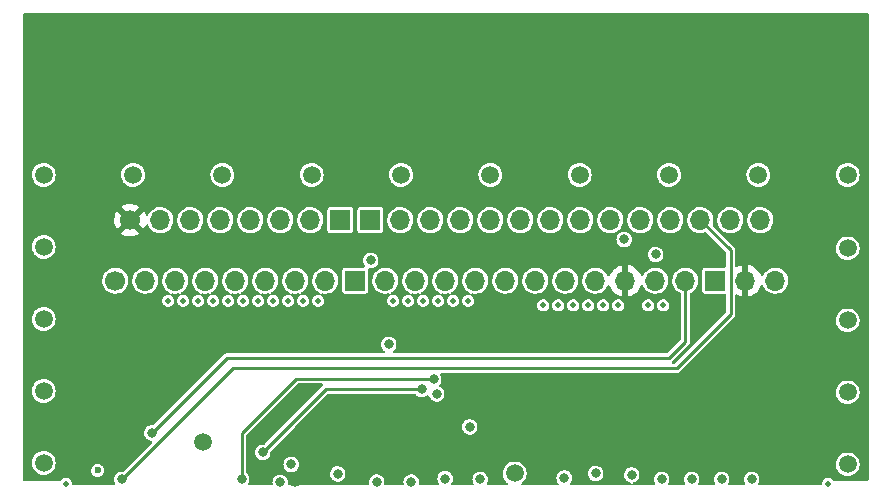
<source format=gbr>
%TF.GenerationSoftware,KiCad,Pcbnew,(6.0.6)*%
%TF.CreationDate,2023-04-01T18:19:21-04:00*%
%TF.ProjectId,SMS-to-GG,534d532d-746f-42d4-9747-2e6b69636164,rev?*%
%TF.SameCoordinates,Original*%
%TF.FileFunction,Copper,L2,Inr*%
%TF.FilePolarity,Positive*%
%FSLAX46Y46*%
G04 Gerber Fmt 4.6, Leading zero omitted, Abs format (unit mm)*
G04 Created by KiCad (PCBNEW (6.0.6)) date 2023-04-01 18:19:21*
%MOMM*%
%LPD*%
G01*
G04 APERTURE LIST*
%TA.AperFunction,ComponentPad*%
%ADD10C,1.700000*%
%TD*%
%TA.AperFunction,ComponentPad*%
%ADD11O,1.700000X1.700000*%
%TD*%
%TA.AperFunction,ComponentPad*%
%ADD12R,1.700000X1.700000*%
%TD*%
%TA.AperFunction,ViaPad*%
%ADD13C,1.500000*%
%TD*%
%TA.AperFunction,ViaPad*%
%ADD14C,1.000000*%
%TD*%
%TA.AperFunction,ViaPad*%
%ADD15C,0.800000*%
%TD*%
%TA.AperFunction,ViaPad*%
%ADD16C,0.500000*%
%TD*%
%TA.AperFunction,ViaPad*%
%ADD17C,0.600000*%
%TD*%
%TA.AperFunction,Conductor*%
%ADD18C,0.250000*%
%TD*%
G04 APERTURE END LIST*
D10*
%TO.N,unconnected-(J2-Pad1)*%
%TO.C,J2*%
X35533000Y-90611000D03*
%TO.N,+5V*%
X36803000Y-85491000D03*
D11*
%TO.N,Write*%
X38073000Y-90611000D03*
%TO.N,A12*%
X39343000Y-85491000D03*
%TO.N,A7*%
X40613000Y-90611000D03*
%TO.N,A6*%
X41883000Y-85491000D03*
%TO.N,A5*%
X43153000Y-90611000D03*
%TO.N,A4*%
X44423000Y-85491000D03*
%TO.N,A3*%
X45693000Y-90611000D03*
%TO.N,A2*%
X46963000Y-85491000D03*
%TO.N,A1*%
X48233000Y-90611000D03*
%TO.N,A0*%
X49503000Y-85491000D03*
%TO.N,D0*%
X50773000Y-90611000D03*
%TO.N,D1*%
X52043000Y-85491000D03*
%TO.N,D2*%
X53313000Y-90611000D03*
D12*
%TO.N,GND*%
X54583000Y-85491000D03*
X55853000Y-90611000D03*
X57123000Y-85491000D03*
D11*
%TO.N,D3*%
X58393000Y-90611000D03*
%TO.N,D4*%
X59663000Y-85491000D03*
%TO.N,D5*%
X60933000Y-90611000D03*
%TO.N,D6*%
X62203000Y-85491000D03*
%TO.N,D7*%
X63473000Y-90611000D03*
%TO.N,Enable*%
X64743000Y-85491000D03*
%TO.N,A10*%
X66013000Y-90611000D03*
%TO.N,Read*%
X67283000Y-85491000D03*
%TO.N,M0-7*%
X68553000Y-90611000D03*
%TO.N,A15*%
X69823000Y-85491000D03*
%TO.N,A11*%
X71093000Y-90611000D03*
%TO.N,A9*%
X72363000Y-85491000D03*
%TO.N,A8*%
X73633000Y-90611000D03*
%TO.N,A13*%
X74903000Y-85491000D03*
%TO.N,A14*%
X76173000Y-90611000D03*
%TO.N,M8-B*%
X77443000Y-85491000D03*
%TO.N,+5V*%
X78713000Y-90611000D03*
%TO.N,M1*%
X79983000Y-85491000D03*
%TO.N,IO_Request*%
X81253000Y-90611000D03*
%TO.N,Refresh*%
X82523000Y-85491000D03*
%TO.N,Reset*%
X83793000Y-90611000D03*
%TO.N,Clock*%
X85063000Y-85491000D03*
D12*
%TO.N,GND*%
X86333000Y-90611000D03*
D11*
%TO.N,unconnected-(J2-Pad42)*%
X87603000Y-85491000D03*
%TO.N,+5V*%
X88873000Y-90611000D03*
%TO.N,unconnected-(J2-Pad44)*%
X90143000Y-85491000D03*
%TO.N,unconnected-(J2-Pad45)*%
X91413000Y-90611000D03*
%TD*%
D13*
%TO.N,+5V*%
X95250000Y-106172000D03*
D14*
X50703461Y-107568500D03*
D15*
%TO.N,Write*%
X81280000Y-88392000D03*
%TO.N,Read*%
X78613000Y-87122000D03*
%TO.N,M8-B*%
X89408000Y-107442000D03*
%TO.N,A13*%
X86868000Y-107442000D03*
%TO.N,A9*%
X84328000Y-107442000D03*
%TO.N,M0-7*%
X81788000Y-107442000D03*
%TO.N,Enable*%
X79248000Y-107061000D03*
%TO.N,D6*%
X76200000Y-106934000D03*
%TO.N,D4*%
X73533000Y-107315000D03*
D16*
%TO.N,GND*%
X59055000Y-92329000D03*
X41275000Y-92329000D03*
X64135000Y-92329000D03*
X81915000Y-92710000D03*
X52705000Y-92329000D03*
X45085000Y-92329000D03*
X46355000Y-92329000D03*
D13*
X29464000Y-81661000D03*
X69342000Y-106934000D03*
D16*
X43815000Y-92329000D03*
X80645000Y-92710000D03*
X73025000Y-92710000D03*
X47625000Y-92329000D03*
X62865000Y-92329000D03*
D13*
X97536000Y-100076000D03*
X29464000Y-87757000D03*
X97536000Y-81661000D03*
D16*
X75565000Y-92710000D03*
X50165000Y-92329000D03*
D13*
X97536000Y-106172000D03*
X67281775Y-81661000D03*
D16*
X65405000Y-92329000D03*
X42545000Y-92329000D03*
X61595000Y-92329000D03*
D15*
X62738000Y-100203000D03*
D13*
X42926000Y-104267000D03*
X97536000Y-87884000D03*
D16*
X48895000Y-92329000D03*
X60325000Y-92329000D03*
D13*
X29464000Y-99949000D03*
X29464000Y-106045000D03*
X59718220Y-81661000D03*
D16*
X78105000Y-92710000D03*
D13*
X37027555Y-81661000D03*
X29464000Y-93853000D03*
D16*
X76835000Y-92710000D03*
X71755000Y-92710000D03*
D13*
X52154665Y-81661000D03*
D16*
X95885000Y-107823000D03*
X51435000Y-92329000D03*
D17*
X34036000Y-106680000D03*
D15*
X65532000Y-102997000D03*
D13*
X89972440Y-81661000D03*
D15*
X58674000Y-96012000D03*
D16*
X74295000Y-92710000D03*
D13*
X44591110Y-81661000D03*
X74845330Y-81661000D03*
X82408885Y-81661000D03*
X97536000Y-93980000D03*
D16*
X31369000Y-107823000D03*
X40005000Y-92329000D03*
D15*
%TO.N,D1*%
X66421000Y-107442000D03*
%TO.N,A0*%
X63445452Y-107369549D03*
%TO.N,A2*%
X60579000Y-107668500D03*
%TO.N,A4*%
X57658000Y-107668500D03*
%TO.N,A6*%
X54356000Y-106971500D03*
%TO.N,A12*%
X50419000Y-106172000D03*
%TO.N,A15*%
X49492500Y-107696000D03*
X57150000Y-88900000D03*
%TO.N,IO_Request*%
X61468000Y-99822000D03*
X48006000Y-105156000D03*
%TO.N,Refresh*%
X46228000Y-107442000D03*
X62484000Y-98966547D03*
%TO.N,Reset*%
X38608000Y-103505000D03*
%TO.N,Clock*%
X36068000Y-107442000D03*
%TD*%
D18*
%TO.N,IO_Request*%
X61468000Y-99822000D02*
X53340000Y-99822000D01*
X53340000Y-99822000D02*
X48006000Y-105156000D01*
%TO.N,Refresh*%
X62450453Y-98933000D02*
X50800000Y-98933000D01*
X50800000Y-98933000D02*
X46228000Y-103505000D01*
X62484000Y-98966547D02*
X62450453Y-98933000D01*
X46228000Y-103505000D02*
X46228000Y-107442000D01*
%TO.N,Reset*%
X44958000Y-97155000D02*
X82423000Y-97155000D01*
X38608000Y-103505000D02*
X44958000Y-97155000D01*
X83793000Y-95785000D02*
X83793000Y-90611000D01*
X82423000Y-97155000D02*
X83793000Y-95785000D01*
%TO.N,Clock*%
X45466000Y-98044000D02*
X83058000Y-98044000D01*
X87630000Y-93472000D02*
X87630000Y-88058000D01*
X83058000Y-98044000D02*
X87630000Y-93472000D01*
X36068000Y-107442000D02*
X45466000Y-98044000D01*
X87630000Y-88058000D02*
X85063000Y-85491000D01*
%TD*%
%TA.AperFunction,Conductor*%
%TO.N,+5V*%
G36*
X99256121Y-67965002D02*
G01*
X99302614Y-68018658D01*
X99314000Y-68071000D01*
X99314000Y-107442500D01*
X99293998Y-107510621D01*
X99240342Y-107557114D01*
X99188000Y-107568500D01*
X96557476Y-107568500D01*
X96532897Y-107566079D01*
X96520000Y-107563514D01*
X96507828Y-107565935D01*
X96494933Y-107568500D01*
X96427662Y-107581881D01*
X96356948Y-107575553D01*
X96307628Y-107540550D01*
X96307318Y-107540190D01*
X96220056Y-107438918D01*
X96146936Y-107391524D01*
X96106324Y-107365200D01*
X96106322Y-107365199D01*
X96098790Y-107360317D01*
X96026479Y-107338691D01*
X95968938Y-107321482D01*
X95968936Y-107321482D01*
X95960337Y-107318910D01*
X95951363Y-107318855D01*
X95951361Y-107318855D01*
X95888082Y-107318469D01*
X95815827Y-107318028D01*
X95807196Y-107320495D01*
X95807194Y-107320495D01*
X95685509Y-107355272D01*
X95685505Y-107355274D01*
X95676879Y-107357739D01*
X95669292Y-107362526D01*
X95669290Y-107362527D01*
X95562254Y-107430062D01*
X95554661Y-107434853D01*
X95458999Y-107543170D01*
X95455185Y-107551293D01*
X95455184Y-107551295D01*
X95436154Y-107591829D01*
X95397583Y-107673982D01*
X95396203Y-107682846D01*
X95396202Y-107682849D01*
X95376981Y-107806301D01*
X95375350Y-107816773D01*
X95376502Y-107825584D01*
X95355683Y-107893410D01*
X95301464Y-107939244D01*
X95250525Y-107950000D01*
X90093107Y-107950000D01*
X90024986Y-107929998D01*
X89978493Y-107876342D01*
X89968389Y-107806068D01*
X89982327Y-107764394D01*
X89985755Y-107759624D01*
X90044842Y-107612641D01*
X90058620Y-107515828D01*
X90066581Y-107459891D01*
X90066581Y-107459888D01*
X90067162Y-107455807D01*
X90067307Y-107442000D01*
X90048276Y-107284733D01*
X89992280Y-107136546D01*
X89938185Y-107057837D01*
X89906855Y-107012251D01*
X89906854Y-107012249D01*
X89902553Y-107005992D01*
X89892717Y-106997228D01*
X89817815Y-106930494D01*
X89784275Y-106900611D01*
X89776889Y-106896700D01*
X89656983Y-106833213D01*
X89644274Y-106826484D01*
X89490633Y-106787892D01*
X89483034Y-106787852D01*
X89483033Y-106787852D01*
X89417181Y-106787507D01*
X89332221Y-106787062D01*
X89324841Y-106788834D01*
X89324839Y-106788834D01*
X89185563Y-106822271D01*
X89185560Y-106822272D01*
X89178184Y-106824043D01*
X89037414Y-106896700D01*
X88918039Y-107000838D01*
X88826950Y-107130444D01*
X88813729Y-107164355D01*
X88775002Y-107263685D01*
X88769406Y-107278037D01*
X88768414Y-107285570D01*
X88768414Y-107285571D01*
X88752373Y-107407419D01*
X88748729Y-107435096D01*
X88766113Y-107592553D01*
X88768723Y-107599684D01*
X88768723Y-107599686D01*
X88815696Y-107728046D01*
X88820553Y-107741319D01*
X88824790Y-107747624D01*
X88828888Y-107753723D01*
X88850281Y-107821420D01*
X88831678Y-107889936D01*
X88778985Y-107937518D01*
X88724307Y-107950000D01*
X87553107Y-107950000D01*
X87484986Y-107929998D01*
X87438493Y-107876342D01*
X87428389Y-107806068D01*
X87442327Y-107764394D01*
X87445755Y-107759624D01*
X87504842Y-107612641D01*
X87518620Y-107515828D01*
X87526581Y-107459891D01*
X87526581Y-107459888D01*
X87527162Y-107455807D01*
X87527307Y-107442000D01*
X87508276Y-107284733D01*
X87452280Y-107136546D01*
X87398185Y-107057837D01*
X87366855Y-107012251D01*
X87366854Y-107012249D01*
X87362553Y-107005992D01*
X87352717Y-106997228D01*
X87277815Y-106930494D01*
X87244275Y-106900611D01*
X87236889Y-106896700D01*
X87116983Y-106833213D01*
X87104274Y-106826484D01*
X86950633Y-106787892D01*
X86943034Y-106787852D01*
X86943033Y-106787852D01*
X86877181Y-106787507D01*
X86792221Y-106787062D01*
X86784841Y-106788834D01*
X86784839Y-106788834D01*
X86645563Y-106822271D01*
X86645560Y-106822272D01*
X86638184Y-106824043D01*
X86497414Y-106896700D01*
X86378039Y-107000838D01*
X86286950Y-107130444D01*
X86273729Y-107164355D01*
X86235002Y-107263685D01*
X86229406Y-107278037D01*
X86228414Y-107285570D01*
X86228414Y-107285571D01*
X86212373Y-107407419D01*
X86208729Y-107435096D01*
X86226113Y-107592553D01*
X86228723Y-107599684D01*
X86228723Y-107599686D01*
X86275696Y-107728046D01*
X86280553Y-107741319D01*
X86284790Y-107747624D01*
X86288888Y-107753723D01*
X86310281Y-107821420D01*
X86291678Y-107889936D01*
X86238985Y-107937518D01*
X86184307Y-107950000D01*
X85013107Y-107950000D01*
X84944986Y-107929998D01*
X84898493Y-107876342D01*
X84888389Y-107806068D01*
X84902327Y-107764394D01*
X84905755Y-107759624D01*
X84964842Y-107612641D01*
X84978620Y-107515828D01*
X84986581Y-107459891D01*
X84986581Y-107459888D01*
X84987162Y-107455807D01*
X84987307Y-107442000D01*
X84968276Y-107284733D01*
X84912280Y-107136546D01*
X84858185Y-107057837D01*
X84826855Y-107012251D01*
X84826854Y-107012249D01*
X84822553Y-107005992D01*
X84812717Y-106997228D01*
X84737815Y-106930494D01*
X84704275Y-106900611D01*
X84696889Y-106896700D01*
X84576983Y-106833213D01*
X84564274Y-106826484D01*
X84410633Y-106787892D01*
X84403034Y-106787852D01*
X84403033Y-106787852D01*
X84337181Y-106787507D01*
X84252221Y-106787062D01*
X84244841Y-106788834D01*
X84244839Y-106788834D01*
X84105563Y-106822271D01*
X84105560Y-106822272D01*
X84098184Y-106824043D01*
X83957414Y-106896700D01*
X83838039Y-107000838D01*
X83746950Y-107130444D01*
X83733729Y-107164355D01*
X83695002Y-107263685D01*
X83689406Y-107278037D01*
X83688414Y-107285570D01*
X83688414Y-107285571D01*
X83672373Y-107407419D01*
X83668729Y-107435096D01*
X83686113Y-107592553D01*
X83688723Y-107599684D01*
X83688723Y-107599686D01*
X83735696Y-107728046D01*
X83740553Y-107741319D01*
X83744790Y-107747624D01*
X83748888Y-107753723D01*
X83770281Y-107821420D01*
X83751678Y-107889936D01*
X83698985Y-107937518D01*
X83644307Y-107950000D01*
X82473107Y-107950000D01*
X82404986Y-107929998D01*
X82358493Y-107876342D01*
X82348389Y-107806068D01*
X82362327Y-107764394D01*
X82365755Y-107759624D01*
X82424842Y-107612641D01*
X82438620Y-107515828D01*
X82446581Y-107459891D01*
X82446581Y-107459888D01*
X82447162Y-107455807D01*
X82447307Y-107442000D01*
X82428276Y-107284733D01*
X82372280Y-107136546D01*
X82318185Y-107057837D01*
X82286855Y-107012251D01*
X82286854Y-107012249D01*
X82282553Y-107005992D01*
X82272717Y-106997228D01*
X82197815Y-106930494D01*
X82164275Y-106900611D01*
X82156889Y-106896700D01*
X82036983Y-106833213D01*
X82024274Y-106826484D01*
X81870633Y-106787892D01*
X81863034Y-106787852D01*
X81863033Y-106787852D01*
X81797181Y-106787507D01*
X81712221Y-106787062D01*
X81704841Y-106788834D01*
X81704839Y-106788834D01*
X81565563Y-106822271D01*
X81565560Y-106822272D01*
X81558184Y-106824043D01*
X81417414Y-106896700D01*
X81298039Y-107000838D01*
X81206950Y-107130444D01*
X81193729Y-107164355D01*
X81155002Y-107263685D01*
X81149406Y-107278037D01*
X81148414Y-107285570D01*
X81148414Y-107285571D01*
X81132373Y-107407419D01*
X81128729Y-107435096D01*
X81146113Y-107592553D01*
X81148723Y-107599684D01*
X81148723Y-107599686D01*
X81195696Y-107728046D01*
X81200553Y-107741319D01*
X81204790Y-107747624D01*
X81208888Y-107753723D01*
X81230281Y-107821420D01*
X81211678Y-107889936D01*
X81158985Y-107937518D01*
X81104307Y-107950000D01*
X79412788Y-107950000D01*
X79344667Y-107929998D01*
X79298174Y-107876342D01*
X79288070Y-107806068D01*
X79317564Y-107741488D01*
X79377290Y-107703104D01*
X79384658Y-107701180D01*
X79404450Y-107696647D01*
X79471332Y-107681329D01*
X79554469Y-107639516D01*
X79606072Y-107613563D01*
X79606075Y-107613561D01*
X79612855Y-107610151D01*
X79618626Y-107605222D01*
X79618629Y-107605220D01*
X79727536Y-107512204D01*
X79727536Y-107512203D01*
X79733314Y-107507269D01*
X79825755Y-107378624D01*
X79884842Y-107231641D01*
X79894544Y-107163471D01*
X79906581Y-107078891D01*
X79906581Y-107078888D01*
X79907162Y-107074807D01*
X79907307Y-107061000D01*
X79888276Y-106903733D01*
X79832280Y-106755546D01*
X79775650Y-106673149D01*
X79746855Y-106631251D01*
X79746854Y-106631249D01*
X79742553Y-106624992D01*
X79732717Y-106616228D01*
X79657668Y-106549363D01*
X79624275Y-106519611D01*
X79616889Y-106515700D01*
X79503274Y-106455544D01*
X79484274Y-106445484D01*
X79330633Y-106406892D01*
X79323034Y-106406852D01*
X79323033Y-106406852D01*
X79257181Y-106406507D01*
X79172221Y-106406062D01*
X79164841Y-106407834D01*
X79164839Y-106407834D01*
X79025563Y-106441271D01*
X79025560Y-106441272D01*
X79018184Y-106443043D01*
X78877414Y-106515700D01*
X78758039Y-106619838D01*
X78666950Y-106749444D01*
X78639142Y-106820768D01*
X78617158Y-106877155D01*
X78609406Y-106897037D01*
X78608414Y-106904570D01*
X78608414Y-106904571D01*
X78590212Y-107042834D01*
X78588729Y-107054096D01*
X78594909Y-107110070D01*
X78604673Y-107198506D01*
X78606113Y-107211553D01*
X78608723Y-107218684D01*
X78608723Y-107218686D01*
X78656743Y-107349907D01*
X78660553Y-107360319D01*
X78664789Y-107366622D01*
X78664789Y-107366623D01*
X78739709Y-107478115D01*
X78748908Y-107491805D01*
X78754527Y-107496918D01*
X78754528Y-107496919D01*
X78859629Y-107592553D01*
X78866076Y-107598419D01*
X79005293Y-107674008D01*
X79062805Y-107689096D01*
X79112464Y-107702124D01*
X79173279Y-107738758D01*
X79204634Y-107802455D01*
X79196575Y-107872993D01*
X79151659Y-107927976D01*
X79080490Y-107950000D01*
X74128393Y-107950000D01*
X74060272Y-107929998D01*
X74013779Y-107876342D01*
X74003675Y-107806068D01*
X74026071Y-107750474D01*
X74050344Y-107716695D01*
X74110755Y-107632624D01*
X74169842Y-107485641D01*
X74182599Y-107396000D01*
X74191581Y-107332891D01*
X74191581Y-107332888D01*
X74192162Y-107328807D01*
X74192239Y-107321482D01*
X74192264Y-107319134D01*
X74192264Y-107319128D01*
X74192307Y-107315000D01*
X74173276Y-107157733D01*
X74117280Y-107009546D01*
X74090060Y-106969940D01*
X74060614Y-106927096D01*
X75540729Y-106927096D01*
X75546931Y-106983270D01*
X75557199Y-107076271D01*
X75558113Y-107084553D01*
X75560723Y-107091684D01*
X75560723Y-107091686D01*
X75609185Y-107224115D01*
X75612553Y-107233319D01*
X75616789Y-107239622D01*
X75616789Y-107239623D01*
X75695626Y-107356944D01*
X75700908Y-107364805D01*
X75706527Y-107369918D01*
X75706528Y-107369919D01*
X75805407Y-107459891D01*
X75818076Y-107471419D01*
X75957293Y-107547008D01*
X76110522Y-107587207D01*
X76194477Y-107588526D01*
X76261319Y-107589576D01*
X76261322Y-107589576D01*
X76268916Y-107589695D01*
X76423332Y-107554329D01*
X76494028Y-107518773D01*
X76558072Y-107486563D01*
X76558075Y-107486561D01*
X76564855Y-107483151D01*
X76570626Y-107478222D01*
X76570629Y-107478220D01*
X76679536Y-107385204D01*
X76679536Y-107385203D01*
X76685314Y-107380269D01*
X76777755Y-107251624D01*
X76836842Y-107104641D01*
X76849365Y-107016649D01*
X76858581Y-106951891D01*
X76858581Y-106951888D01*
X76859162Y-106947807D01*
X76859307Y-106934000D01*
X76840276Y-106776733D01*
X76784280Y-106628546D01*
X76772974Y-106612095D01*
X76698855Y-106504251D01*
X76698854Y-106504249D01*
X76694553Y-106497992D01*
X76576275Y-106392611D01*
X76568889Y-106388700D01*
X76507099Y-106355984D01*
X76436274Y-106318484D01*
X76282633Y-106279892D01*
X76275034Y-106279852D01*
X76275033Y-106279852D01*
X76208389Y-106279503D01*
X76124221Y-106279062D01*
X76116841Y-106280834D01*
X76116839Y-106280834D01*
X75977563Y-106314271D01*
X75977560Y-106314272D01*
X75970184Y-106316043D01*
X75829414Y-106388700D01*
X75710039Y-106492838D01*
X75618950Y-106622444D01*
X75603960Y-106660892D01*
X75565906Y-106758496D01*
X75561406Y-106770037D01*
X75560414Y-106777570D01*
X75560414Y-106777571D01*
X75542281Y-106915308D01*
X75540729Y-106927096D01*
X74060614Y-106927096D01*
X74031855Y-106885251D01*
X74031854Y-106885249D01*
X74027553Y-106878992D01*
X73909275Y-106773611D01*
X73901889Y-106769700D01*
X73802907Y-106717292D01*
X73769274Y-106699484D01*
X73615633Y-106660892D01*
X73608034Y-106660852D01*
X73608033Y-106660852D01*
X73542181Y-106660507D01*
X73457221Y-106660062D01*
X73449841Y-106661834D01*
X73449839Y-106661834D01*
X73310563Y-106695271D01*
X73310560Y-106695272D01*
X73303184Y-106697043D01*
X73162414Y-106769700D01*
X73043039Y-106873838D01*
X72951950Y-107003444D01*
X72933106Y-107051777D01*
X72900056Y-107136546D01*
X72894406Y-107151037D01*
X72893414Y-107158570D01*
X72893414Y-107158571D01*
X72875414Y-107295298D01*
X72873729Y-107308096D01*
X72891113Y-107465553D01*
X72893723Y-107472684D01*
X72893723Y-107472686D01*
X72942185Y-107605115D01*
X72945553Y-107614319D01*
X72949789Y-107620622D01*
X72949789Y-107620623D01*
X72956311Y-107630329D01*
X73032402Y-107743564D01*
X73032403Y-107743566D01*
X73033908Y-107745805D01*
X73033535Y-107746056D01*
X73060913Y-107806301D01*
X73050678Y-107876556D01*
X73004085Y-107930125D01*
X72936162Y-107950000D01*
X70039158Y-107950000D01*
X69971037Y-107929998D01*
X69924544Y-107876342D01*
X69914440Y-107806068D01*
X69943934Y-107741488D01*
X69961584Y-107724711D01*
X69989239Y-107703104D01*
X70038074Y-107664950D01*
X70042100Y-107660286D01*
X70042103Y-107660283D01*
X70162764Y-107520496D01*
X70162765Y-107520494D01*
X70166793Y-107515828D01*
X70264096Y-107344544D01*
X70326277Y-107157622D01*
X70350966Y-106962183D01*
X70351360Y-106934000D01*
X70332137Y-106737948D01*
X70275200Y-106549363D01*
X70259954Y-106520689D01*
X70185611Y-106380871D01*
X70185609Y-106380868D01*
X70182717Y-106375429D01*
X70058212Y-106222770D01*
X69979806Y-106157907D01*
X96526738Y-106157907D01*
X96527627Y-106168494D01*
X96542251Y-106342641D01*
X96543222Y-106354209D01*
X96569395Y-106445484D01*
X96595509Y-106536552D01*
X96597521Y-106543570D01*
X96614543Y-106576691D01*
X96684618Y-106713042D01*
X96687566Y-106718779D01*
X96691389Y-106723603D01*
X96691392Y-106723607D01*
X96773892Y-106827695D01*
X96809927Y-106873160D01*
X96814620Y-106877154D01*
X96814621Y-106877155D01*
X96942573Y-106986050D01*
X96959945Y-107000835D01*
X96965323Y-107003841D01*
X96965325Y-107003842D01*
X97102494Y-107080503D01*
X97131904Y-107096940D01*
X97319255Y-107157814D01*
X97514862Y-107181139D01*
X97520997Y-107180667D01*
X97520999Y-107180667D01*
X97580801Y-107176065D01*
X97711274Y-107166026D01*
X97901009Y-107113050D01*
X97906513Y-107110270D01*
X98071341Y-107027010D01*
X98071343Y-107027009D01*
X98076842Y-107024231D01*
X98232074Y-106902950D01*
X98236100Y-106898286D01*
X98236103Y-106898283D01*
X98356764Y-106758496D01*
X98356765Y-106758494D01*
X98360793Y-106753828D01*
X98367894Y-106741329D01*
X98407385Y-106671812D01*
X98458096Y-106582544D01*
X98520277Y-106395622D01*
X98544966Y-106200183D01*
X98545360Y-106172000D01*
X98526137Y-105975948D01*
X98469200Y-105787363D01*
X98461518Y-105772916D01*
X98379611Y-105618871D01*
X98379609Y-105618868D01*
X98376717Y-105613429D01*
X98252212Y-105460770D01*
X98186894Y-105406734D01*
X98105177Y-105339132D01*
X98105174Y-105339130D01*
X98100427Y-105335203D01*
X97927143Y-105241508D01*
X97738960Y-105183256D01*
X97732835Y-105182612D01*
X97732834Y-105182612D01*
X97549176Y-105163309D01*
X97549174Y-105163309D01*
X97543047Y-105162665D01*
X97464570Y-105169807D01*
X97353004Y-105179960D01*
X97353001Y-105179961D01*
X97346865Y-105180519D01*
X97340959Y-105182257D01*
X97340955Y-105182258D01*
X97200775Y-105223516D01*
X97157887Y-105236138D01*
X97152427Y-105238992D01*
X97152428Y-105238992D01*
X96988772Y-105324549D01*
X96988768Y-105324552D01*
X96983312Y-105327404D01*
X96978512Y-105331264D01*
X96978511Y-105331264D01*
X96968725Y-105339132D01*
X96829788Y-105450840D01*
X96703163Y-105601745D01*
X96696740Y-105613429D01*
X96632138Y-105730941D01*
X96608262Y-105774371D01*
X96606398Y-105780246D01*
X96606397Y-105780249D01*
X96582930Y-105854228D01*
X96548697Y-105962142D01*
X96526738Y-106157907D01*
X69979806Y-106157907D01*
X69911177Y-106101132D01*
X69911174Y-106101130D01*
X69906427Y-106097203D01*
X69733143Y-106003508D01*
X69544960Y-105945256D01*
X69538835Y-105944612D01*
X69538834Y-105944612D01*
X69355176Y-105925309D01*
X69355174Y-105925309D01*
X69349047Y-105924665D01*
X69267018Y-105932130D01*
X69159004Y-105941960D01*
X69159001Y-105941961D01*
X69152865Y-105942519D01*
X69146959Y-105944257D01*
X69146955Y-105944258D01*
X69039282Y-105975948D01*
X68963887Y-105998138D01*
X68958427Y-106000992D01*
X68958428Y-106000992D01*
X68794772Y-106086549D01*
X68794768Y-106086552D01*
X68789312Y-106089404D01*
X68784512Y-106093264D01*
X68784511Y-106093264D01*
X68651530Y-106200183D01*
X68635788Y-106212840D01*
X68509163Y-106363745D01*
X68502740Y-106375429D01*
X68417579Y-106530338D01*
X68414262Y-106536371D01*
X68412398Y-106542246D01*
X68412397Y-106542249D01*
X68385813Y-106626052D01*
X68354697Y-106724142D01*
X68332738Y-106919907D01*
X68333627Y-106930494D01*
X68348251Y-107104641D01*
X68349222Y-107116209D01*
X68381088Y-107227338D01*
X68400576Y-107295298D01*
X68403521Y-107305570D01*
X68443976Y-107384288D01*
X68490618Y-107475042D01*
X68493566Y-107480779D01*
X68497389Y-107485603D01*
X68497392Y-107485607D01*
X68592197Y-107605220D01*
X68615927Y-107635160D01*
X68620620Y-107639154D01*
X68620621Y-107639155D01*
X68725068Y-107728046D01*
X68763981Y-107787429D01*
X68764612Y-107858423D01*
X68726760Y-107918487D01*
X68662444Y-107948553D01*
X68643405Y-107950000D01*
X67106107Y-107950000D01*
X67037986Y-107929998D01*
X66991493Y-107876342D01*
X66981389Y-107806068D01*
X66995327Y-107764394D01*
X66998755Y-107759624D01*
X67057842Y-107612641D01*
X67071620Y-107515828D01*
X67079581Y-107459891D01*
X67079581Y-107459888D01*
X67080162Y-107455807D01*
X67080307Y-107442000D01*
X67061276Y-107284733D01*
X67005280Y-107136546D01*
X66951185Y-107057837D01*
X66919855Y-107012251D01*
X66919854Y-107012249D01*
X66915553Y-107005992D01*
X66905717Y-106997228D01*
X66830815Y-106930494D01*
X66797275Y-106900611D01*
X66789889Y-106896700D01*
X66669983Y-106833213D01*
X66657274Y-106826484D01*
X66503633Y-106787892D01*
X66496034Y-106787852D01*
X66496033Y-106787852D01*
X66430181Y-106787507D01*
X66345221Y-106787062D01*
X66337841Y-106788834D01*
X66337839Y-106788834D01*
X66198563Y-106822271D01*
X66198560Y-106822272D01*
X66191184Y-106824043D01*
X66050414Y-106896700D01*
X65931039Y-107000838D01*
X65839950Y-107130444D01*
X65826729Y-107164355D01*
X65788002Y-107263685D01*
X65782406Y-107278037D01*
X65781414Y-107285570D01*
X65781414Y-107285571D01*
X65765373Y-107407419D01*
X65761729Y-107435096D01*
X65779113Y-107592553D01*
X65781723Y-107599684D01*
X65781723Y-107599686D01*
X65828696Y-107728046D01*
X65833553Y-107741319D01*
X65837790Y-107747624D01*
X65841888Y-107753723D01*
X65863281Y-107821420D01*
X65844678Y-107889936D01*
X65791985Y-107937518D01*
X65737307Y-107950000D01*
X64080043Y-107950000D01*
X64011922Y-107929998D01*
X63965429Y-107876342D01*
X63955325Y-107806068D01*
X63977719Y-107750476D01*
X64023207Y-107687173D01*
X64082294Y-107540190D01*
X64092081Y-107471419D01*
X64104033Y-107387440D01*
X64104033Y-107387437D01*
X64104614Y-107383356D01*
X64104683Y-107376814D01*
X64104716Y-107373683D01*
X64104716Y-107373677D01*
X64104759Y-107369549D01*
X64104091Y-107364024D01*
X64097661Y-107310892D01*
X64085728Y-107212282D01*
X64029732Y-107064095D01*
X63989799Y-107005992D01*
X63944307Y-106939800D01*
X63944306Y-106939798D01*
X63940005Y-106933541D01*
X63924703Y-106919907D01*
X63866812Y-106868329D01*
X63821727Y-106828160D01*
X63814341Y-106824249D01*
X63688440Y-106757588D01*
X63688441Y-106757588D01*
X63681726Y-106754033D01*
X63528085Y-106715441D01*
X63520486Y-106715401D01*
X63520485Y-106715401D01*
X63454633Y-106715056D01*
X63369673Y-106714611D01*
X63362293Y-106716383D01*
X63362291Y-106716383D01*
X63223015Y-106749820D01*
X63223012Y-106749821D01*
X63215636Y-106751592D01*
X63074866Y-106824249D01*
X62955491Y-106928387D01*
X62864402Y-107057993D01*
X62838578Y-107124228D01*
X62816674Y-107180410D01*
X62806858Y-107205586D01*
X62805866Y-107213119D01*
X62805866Y-107213120D01*
X62787750Y-107350728D01*
X62786181Y-107362645D01*
X62793624Y-107430062D01*
X62802586Y-107511233D01*
X62803565Y-107520102D01*
X62806175Y-107527233D01*
X62806175Y-107527235D01*
X62855344Y-107661596D01*
X62858005Y-107668868D01*
X62862240Y-107675171D01*
X62862244Y-107675178D01*
X62915025Y-107753724D01*
X62936418Y-107821421D01*
X62917814Y-107889937D01*
X62865121Y-107937518D01*
X62810444Y-107950000D01*
X61345266Y-107950000D01*
X61277145Y-107929998D01*
X61230652Y-107876342D01*
X61220523Y-107806247D01*
X61220549Y-107806068D01*
X61237233Y-107688835D01*
X61237581Y-107686391D01*
X61237581Y-107686388D01*
X61238162Y-107682307D01*
X61238249Y-107674008D01*
X61238264Y-107672634D01*
X61238264Y-107672628D01*
X61238307Y-107668500D01*
X61219276Y-107511233D01*
X61163280Y-107363046D01*
X61132946Y-107318910D01*
X61077855Y-107238751D01*
X61077854Y-107238749D01*
X61073553Y-107232492D01*
X61059333Y-107219822D01*
X60999482Y-107166498D01*
X60955275Y-107127111D01*
X60947889Y-107123200D01*
X60849674Y-107071198D01*
X60815274Y-107052984D01*
X60661633Y-107014392D01*
X60654034Y-107014352D01*
X60654033Y-107014352D01*
X60588181Y-107014007D01*
X60503221Y-107013562D01*
X60495841Y-107015334D01*
X60495839Y-107015334D01*
X60356563Y-107048771D01*
X60356560Y-107048772D01*
X60349184Y-107050543D01*
X60208414Y-107123200D01*
X60089039Y-107227338D01*
X59997950Y-107356944D01*
X59987289Y-107384288D01*
X59947414Y-107486563D01*
X59940406Y-107504537D01*
X59939414Y-107512070D01*
X59939414Y-107512071D01*
X59922636Y-107639516D01*
X59919729Y-107661596D01*
X59935882Y-107807901D01*
X59936133Y-107810173D01*
X59923727Y-107880077D01*
X59875498Y-107932177D01*
X59810894Y-107950000D01*
X58424266Y-107950000D01*
X58356145Y-107929998D01*
X58309652Y-107876342D01*
X58299523Y-107806247D01*
X58299549Y-107806068D01*
X58316233Y-107688835D01*
X58316581Y-107686391D01*
X58316581Y-107686388D01*
X58317162Y-107682307D01*
X58317249Y-107674008D01*
X58317264Y-107672634D01*
X58317264Y-107672628D01*
X58317307Y-107668500D01*
X58298276Y-107511233D01*
X58242280Y-107363046D01*
X58211946Y-107318910D01*
X58156855Y-107238751D01*
X58156854Y-107238749D01*
X58152553Y-107232492D01*
X58138333Y-107219822D01*
X58078482Y-107166498D01*
X58034275Y-107127111D01*
X58026889Y-107123200D01*
X57928674Y-107071198D01*
X57894274Y-107052984D01*
X57740633Y-107014392D01*
X57733034Y-107014352D01*
X57733033Y-107014352D01*
X57667181Y-107014007D01*
X57582221Y-107013562D01*
X57574841Y-107015334D01*
X57574839Y-107015334D01*
X57435563Y-107048771D01*
X57435560Y-107048772D01*
X57428184Y-107050543D01*
X57287414Y-107123200D01*
X57168039Y-107227338D01*
X57076950Y-107356944D01*
X57066289Y-107384288D01*
X57026414Y-107486563D01*
X57019406Y-107504537D01*
X57018414Y-107512070D01*
X57018414Y-107512071D01*
X57001636Y-107639516D01*
X56998729Y-107661596D01*
X57014882Y-107807901D01*
X57015133Y-107810173D01*
X57002727Y-107880077D01*
X56954498Y-107932177D01*
X56889894Y-107950000D01*
X50262680Y-107950000D01*
X50194559Y-107929998D01*
X50148066Y-107876342D01*
X50137937Y-107806247D01*
X50137963Y-107806068D01*
X50145575Y-107752576D01*
X50151081Y-107713891D01*
X50151081Y-107713888D01*
X50151662Y-107709807D01*
X50151807Y-107696000D01*
X50148980Y-107672634D01*
X50143284Y-107625571D01*
X50132776Y-107538733D01*
X50076780Y-107390546D01*
X50062762Y-107370149D01*
X49991355Y-107266251D01*
X49991354Y-107266249D01*
X49987053Y-107259992D01*
X49868775Y-107154611D01*
X49861389Y-107150700D01*
X49802876Y-107119719D01*
X49728774Y-107080484D01*
X49575133Y-107041892D01*
X49567534Y-107041852D01*
X49567533Y-107041852D01*
X49501681Y-107041507D01*
X49416721Y-107041062D01*
X49409341Y-107042834D01*
X49409339Y-107042834D01*
X49270063Y-107076271D01*
X49270060Y-107076272D01*
X49262684Y-107078043D01*
X49121914Y-107150700D01*
X49002539Y-107254838D01*
X48911450Y-107384444D01*
X48889010Y-107442000D01*
X48858406Y-107520496D01*
X48853906Y-107532037D01*
X48852914Y-107539570D01*
X48852914Y-107539571D01*
X48834252Y-107681329D01*
X48833229Y-107689096D01*
X48836276Y-107716695D01*
X48846596Y-107810174D01*
X48834190Y-107880078D01*
X48785960Y-107932178D01*
X48721357Y-107950000D01*
X46913107Y-107950000D01*
X46844986Y-107929998D01*
X46798493Y-107876342D01*
X46788389Y-107806068D01*
X46802327Y-107764394D01*
X46805755Y-107759624D01*
X46864842Y-107612641D01*
X46878620Y-107515828D01*
X46886581Y-107459891D01*
X46886581Y-107459888D01*
X46887162Y-107455807D01*
X46887307Y-107442000D01*
X46868276Y-107284733D01*
X46812280Y-107136546D01*
X46758185Y-107057837D01*
X46726855Y-107012251D01*
X46726854Y-107012249D01*
X46722553Y-107005992D01*
X46712717Y-106997228D01*
X46677883Y-106966193D01*
X46676091Y-106964596D01*
X53696729Y-106964596D01*
X53704946Y-107039026D01*
X53712191Y-107104641D01*
X53714113Y-107122053D01*
X53716723Y-107129184D01*
X53716723Y-107129186D01*
X53764979Y-107261052D01*
X53768553Y-107270819D01*
X53772789Y-107277122D01*
X53772789Y-107277123D01*
X53845417Y-107385204D01*
X53856908Y-107402305D01*
X53862527Y-107407418D01*
X53862528Y-107407419D01*
X53949507Y-107486563D01*
X53974076Y-107508919D01*
X54113293Y-107584508D01*
X54266522Y-107624707D01*
X54350477Y-107626026D01*
X54417319Y-107627076D01*
X54417322Y-107627076D01*
X54424916Y-107627195D01*
X54579332Y-107591829D01*
X54665692Y-107548395D01*
X54714072Y-107524063D01*
X54714075Y-107524061D01*
X54720855Y-107520651D01*
X54726626Y-107515722D01*
X54726629Y-107515720D01*
X54835536Y-107422704D01*
X54835536Y-107422703D01*
X54841314Y-107417769D01*
X54933755Y-107289124D01*
X54992842Y-107142141D01*
X55001617Y-107080484D01*
X55014581Y-106989391D01*
X55014581Y-106989388D01*
X55015162Y-106985307D01*
X55015307Y-106971500D01*
X55014755Y-106966934D01*
X55008507Y-106915308D01*
X54996276Y-106814233D01*
X54940280Y-106666046D01*
X54912793Y-106626052D01*
X54854855Y-106541751D01*
X54854854Y-106541749D01*
X54850553Y-106535492D01*
X54832729Y-106519611D01*
X54766840Y-106460907D01*
X54732275Y-106430111D01*
X54724889Y-106426200D01*
X54676082Y-106400358D01*
X54592274Y-106355984D01*
X54438633Y-106317392D01*
X54431034Y-106317352D01*
X54431033Y-106317352D01*
X54365181Y-106317007D01*
X54280221Y-106316562D01*
X54272841Y-106318334D01*
X54272839Y-106318334D01*
X54133563Y-106351771D01*
X54133560Y-106351772D01*
X54126184Y-106353543D01*
X53985414Y-106426200D01*
X53866039Y-106530338D01*
X53774950Y-106659944D01*
X53750129Y-106723607D01*
X53722343Y-106794875D01*
X53717406Y-106807537D01*
X53716414Y-106815070D01*
X53716414Y-106815071D01*
X53698402Y-106951891D01*
X53696729Y-106964596D01*
X46676091Y-106964596D01*
X46649681Y-106941065D01*
X46612126Y-106880816D01*
X46607500Y-106846989D01*
X46607500Y-106165096D01*
X49759729Y-106165096D01*
X49766587Y-106227209D01*
X49776199Y-106314271D01*
X49777113Y-106322553D01*
X49779723Y-106329684D01*
X49779723Y-106329686D01*
X49827743Y-106460907D01*
X49831553Y-106471319D01*
X49835789Y-106477622D01*
X49835789Y-106477623D01*
X49876126Y-106537650D01*
X49919908Y-106602805D01*
X49925527Y-106607918D01*
X49925528Y-106607919D01*
X50027300Y-106700524D01*
X50037076Y-106709419D01*
X50176293Y-106785008D01*
X50329522Y-106825207D01*
X50413477Y-106826526D01*
X50480319Y-106827576D01*
X50480322Y-106827576D01*
X50487916Y-106827695D01*
X50642332Y-106792329D01*
X50718476Y-106754033D01*
X50777072Y-106724563D01*
X50777075Y-106724561D01*
X50783855Y-106721151D01*
X50789626Y-106716222D01*
X50789629Y-106716220D01*
X50898536Y-106623204D01*
X50898536Y-106623203D01*
X50904314Y-106618269D01*
X50996755Y-106489624D01*
X51055842Y-106342641D01*
X51075621Y-106203663D01*
X51077581Y-106189891D01*
X51077581Y-106189888D01*
X51078162Y-106185807D01*
X51078307Y-106172000D01*
X51059276Y-106014733D01*
X51003280Y-105866546D01*
X50965500Y-105811576D01*
X50917855Y-105742251D01*
X50917854Y-105742249D01*
X50913553Y-105735992D01*
X50795275Y-105630611D01*
X50787889Y-105626700D01*
X50661988Y-105560039D01*
X50661989Y-105560039D01*
X50655274Y-105556484D01*
X50501633Y-105517892D01*
X50494034Y-105517852D01*
X50494033Y-105517852D01*
X50428181Y-105517507D01*
X50343221Y-105517062D01*
X50335841Y-105518834D01*
X50335839Y-105518834D01*
X50196563Y-105552271D01*
X50196560Y-105552272D01*
X50189184Y-105554043D01*
X50048414Y-105626700D01*
X49929039Y-105730838D01*
X49837950Y-105860444D01*
X49780406Y-106008037D01*
X49779414Y-106015570D01*
X49779414Y-106015571D01*
X49761482Y-106151782D01*
X49759729Y-106165096D01*
X46607500Y-106165096D01*
X46607500Y-103714384D01*
X46627502Y-103646263D01*
X46644405Y-103625289D01*
X50920289Y-99349405D01*
X50982601Y-99315379D01*
X51009384Y-99312500D01*
X53006079Y-99312500D01*
X53074200Y-99332502D01*
X53120693Y-99386158D01*
X53130797Y-99456432D01*
X53098603Y-99524029D01*
X53067583Y-99557586D01*
X53064154Y-99561152D01*
X48160411Y-104464895D01*
X48098099Y-104498921D01*
X48070658Y-104501798D01*
X47930221Y-104501062D01*
X47922841Y-104502834D01*
X47922839Y-104502834D01*
X47783563Y-104536271D01*
X47783560Y-104536272D01*
X47776184Y-104538043D01*
X47635414Y-104610700D01*
X47516039Y-104714838D01*
X47424950Y-104844444D01*
X47422190Y-104851524D01*
X47375158Y-104972155D01*
X47367406Y-104992037D01*
X47366414Y-104999570D01*
X47366414Y-104999571D01*
X47350295Y-105122010D01*
X47346729Y-105149096D01*
X47355421Y-105227824D01*
X47360675Y-105275410D01*
X47364113Y-105306553D01*
X47366723Y-105313684D01*
X47366723Y-105313686D01*
X47415500Y-105446975D01*
X47418553Y-105455319D01*
X47422789Y-105461622D01*
X47422789Y-105461623D01*
X47460043Y-105517062D01*
X47506908Y-105586805D01*
X47512527Y-105591918D01*
X47512528Y-105591919D01*
X47579929Y-105653249D01*
X47624076Y-105693419D01*
X47763293Y-105769008D01*
X47916522Y-105809207D01*
X48000477Y-105810526D01*
X48067319Y-105811576D01*
X48067322Y-105811576D01*
X48074916Y-105811695D01*
X48229332Y-105776329D01*
X48319782Y-105730838D01*
X48364072Y-105708563D01*
X48364075Y-105708561D01*
X48370855Y-105705151D01*
X48376626Y-105700222D01*
X48376629Y-105700220D01*
X48485536Y-105607204D01*
X48485536Y-105607203D01*
X48491314Y-105602269D01*
X48583755Y-105473624D01*
X48642842Y-105326641D01*
X48655970Y-105234399D01*
X48664581Y-105173891D01*
X48664581Y-105173888D01*
X48665162Y-105169807D01*
X48665307Y-105156000D01*
X48659437Y-105107496D01*
X48671109Y-105037468D01*
X48695429Y-105003265D01*
X50708598Y-102990096D01*
X64872729Y-102990096D01*
X64890113Y-103147553D01*
X64892723Y-103154684D01*
X64892723Y-103154686D01*
X64938610Y-103280078D01*
X64944553Y-103296319D01*
X64948789Y-103302622D01*
X64948789Y-103302623D01*
X65011283Y-103395623D01*
X65032908Y-103427805D01*
X65038527Y-103432918D01*
X65038528Y-103432919D01*
X65144460Y-103529309D01*
X65150076Y-103534419D01*
X65289293Y-103610008D01*
X65442522Y-103650207D01*
X65526477Y-103651526D01*
X65593319Y-103652576D01*
X65593322Y-103652576D01*
X65600916Y-103652695D01*
X65755332Y-103617329D01*
X65825742Y-103581917D01*
X65890072Y-103549563D01*
X65890075Y-103549561D01*
X65896855Y-103546151D01*
X65902626Y-103541222D01*
X65902629Y-103541220D01*
X66011536Y-103448204D01*
X66011536Y-103448203D01*
X66017314Y-103443269D01*
X66109755Y-103314624D01*
X66168842Y-103167641D01*
X66174965Y-103124615D01*
X66190581Y-103014891D01*
X66190581Y-103014888D01*
X66191162Y-103010807D01*
X66191307Y-102997000D01*
X66172276Y-102839733D01*
X66116280Y-102691546D01*
X66026553Y-102560992D01*
X65908275Y-102455611D01*
X65900889Y-102451700D01*
X65774988Y-102385039D01*
X65774989Y-102385039D01*
X65768274Y-102381484D01*
X65614633Y-102342892D01*
X65607034Y-102342852D01*
X65607033Y-102342852D01*
X65541181Y-102342507D01*
X65456221Y-102342062D01*
X65448841Y-102343834D01*
X65448839Y-102343834D01*
X65309563Y-102377271D01*
X65309560Y-102377272D01*
X65302184Y-102379043D01*
X65161414Y-102451700D01*
X65042039Y-102555838D01*
X64950950Y-102685444D01*
X64893406Y-102833037D01*
X64892414Y-102840570D01*
X64892414Y-102840571D01*
X64876074Y-102964689D01*
X64872729Y-102990096D01*
X50708598Y-102990096D01*
X53460289Y-100238405D01*
X53522601Y-100204379D01*
X53549384Y-100201500D01*
X60868141Y-100201500D01*
X60936262Y-100221502D01*
X60963522Y-100245169D01*
X60964672Y-100246501D01*
X60968908Y-100252805D01*
X60974525Y-100257916D01*
X61026788Y-100305471D01*
X61086076Y-100359419D01*
X61225293Y-100435008D01*
X61378522Y-100475207D01*
X61462477Y-100476526D01*
X61529319Y-100477576D01*
X61529322Y-100477576D01*
X61536916Y-100477695D01*
X61691332Y-100442329D01*
X61761742Y-100406917D01*
X61826072Y-100374563D01*
X61826075Y-100374561D01*
X61832855Y-100371151D01*
X61900477Y-100313396D01*
X61965267Y-100284365D01*
X62035467Y-100294970D01*
X62088789Y-100341844D01*
X62100633Y-100365906D01*
X62106045Y-100380695D01*
X62147941Y-100495183D01*
X62147943Y-100495187D01*
X62150553Y-100502319D01*
X62238908Y-100633805D01*
X62244527Y-100638918D01*
X62244528Y-100638919D01*
X62350460Y-100735309D01*
X62356076Y-100740419D01*
X62495293Y-100816008D01*
X62648522Y-100856207D01*
X62732477Y-100857526D01*
X62799319Y-100858576D01*
X62799322Y-100858576D01*
X62806916Y-100858695D01*
X62961332Y-100823329D01*
X63031742Y-100787917D01*
X63096072Y-100755563D01*
X63096075Y-100755561D01*
X63102855Y-100752151D01*
X63108626Y-100747222D01*
X63108629Y-100747220D01*
X63217536Y-100654204D01*
X63217536Y-100654203D01*
X63223314Y-100649269D01*
X63315755Y-100520624D01*
X63374842Y-100373641D01*
X63386246Y-100293511D01*
X63396581Y-100220891D01*
X63396581Y-100220888D01*
X63397162Y-100216807D01*
X63397307Y-100203000D01*
X63380233Y-100061907D01*
X96526738Y-100061907D01*
X96527254Y-100068051D01*
X96540140Y-100221502D01*
X96543222Y-100258209D01*
X96567204Y-100341844D01*
X96593919Y-100435008D01*
X96597521Y-100447570D01*
X96687566Y-100622779D01*
X96691389Y-100627603D01*
X96691392Y-100627607D01*
X96719045Y-100662496D01*
X96809927Y-100777160D01*
X96814620Y-100781154D01*
X96814621Y-100781155D01*
X96942573Y-100890050D01*
X96959945Y-100904835D01*
X96965323Y-100907841D01*
X96965325Y-100907842D01*
X97054017Y-100957410D01*
X97131904Y-101000940D01*
X97319255Y-101061814D01*
X97514862Y-101085139D01*
X97520997Y-101084667D01*
X97520999Y-101084667D01*
X97580801Y-101080065D01*
X97711274Y-101070026D01*
X97901009Y-101017050D01*
X97906513Y-101014270D01*
X98071341Y-100931010D01*
X98071343Y-100931009D01*
X98076842Y-100928231D01*
X98232074Y-100806950D01*
X98236100Y-100802286D01*
X98236103Y-100802283D01*
X98356764Y-100662496D01*
X98356765Y-100662494D01*
X98360793Y-100657828D01*
X98367894Y-100645329D01*
X98432939Y-100530828D01*
X98458096Y-100486544D01*
X98520277Y-100299622D01*
X98544966Y-100104183D01*
X98545360Y-100076000D01*
X98526137Y-99879948D01*
X98469200Y-99691363D01*
X98456067Y-99666664D01*
X98379611Y-99522871D01*
X98379609Y-99522868D01*
X98376717Y-99517429D01*
X98252212Y-99364770D01*
X98146259Y-99277118D01*
X98105177Y-99243132D01*
X98105174Y-99243130D01*
X98100427Y-99239203D01*
X97927143Y-99145508D01*
X97738960Y-99087256D01*
X97732835Y-99086612D01*
X97732834Y-99086612D01*
X97549176Y-99067309D01*
X97549174Y-99067309D01*
X97543047Y-99066665D01*
X97461018Y-99074130D01*
X97353004Y-99083960D01*
X97353001Y-99083961D01*
X97346865Y-99084519D01*
X97340959Y-99086257D01*
X97340955Y-99086258D01*
X97200775Y-99127516D01*
X97157887Y-99140138D01*
X97152427Y-99142992D01*
X97152428Y-99142992D01*
X96988772Y-99228549D01*
X96988768Y-99228552D01*
X96983312Y-99231404D01*
X96978512Y-99235264D01*
X96978511Y-99235264D01*
X96878868Y-99315379D01*
X96829788Y-99354840D01*
X96703163Y-99505745D01*
X96698448Y-99514322D01*
X96617476Y-99661611D01*
X96608262Y-99678371D01*
X96606398Y-99684246D01*
X96606397Y-99684249D01*
X96578164Y-99773251D01*
X96548697Y-99866142D01*
X96526738Y-100061907D01*
X63380233Y-100061907D01*
X63378276Y-100045733D01*
X63322280Y-99897546D01*
X63232553Y-99766992D01*
X63208163Y-99745261D01*
X63141561Y-99685922D01*
X63114275Y-99661611D01*
X63006417Y-99604503D01*
X62955574Y-99554950D01*
X62939593Y-99485776D01*
X62963547Y-99418942D01*
X62966827Y-99414940D01*
X62969314Y-99412816D01*
X63061755Y-99284171D01*
X63120842Y-99137188D01*
X63137732Y-99018508D01*
X63142581Y-98984438D01*
X63142581Y-98984435D01*
X63143162Y-98980354D01*
X63143307Y-98966547D01*
X63124276Y-98809280D01*
X63068280Y-98661093D01*
X63043696Y-98625322D01*
X63040633Y-98620866D01*
X63018534Y-98553397D01*
X63036420Y-98484690D01*
X63088612Y-98436560D01*
X63144474Y-98423500D01*
X83004080Y-98423500D01*
X83028028Y-98426049D01*
X83029693Y-98426128D01*
X83039876Y-98428320D01*
X83050217Y-98427096D01*
X83073223Y-98424373D01*
X83079154Y-98424023D01*
X83079146Y-98423928D01*
X83084324Y-98423500D01*
X83089524Y-98423500D01*
X83094653Y-98422646D01*
X83094656Y-98422646D01*
X83108565Y-98420331D01*
X83114443Y-98419494D01*
X83155001Y-98414694D01*
X83155002Y-98414694D01*
X83165341Y-98413470D01*
X83173593Y-98409507D01*
X83182626Y-98408004D01*
X83191795Y-98403057D01*
X83191797Y-98403056D01*
X83227732Y-98383666D01*
X83233025Y-98380969D01*
X83272082Y-98362215D01*
X83272086Y-98362212D01*
X83279232Y-98358781D01*
X83283508Y-98355186D01*
X83285431Y-98353263D01*
X83287363Y-98351491D01*
X83287442Y-98351448D01*
X83287555Y-98351572D01*
X83288095Y-98351096D01*
X83293814Y-98348010D01*
X83330417Y-98308413D01*
X83333846Y-98304848D01*
X87672787Y-93965907D01*
X96526738Y-93965907D01*
X96527254Y-93972051D01*
X96533055Y-94041129D01*
X96543222Y-94162209D01*
X96570371Y-94256889D01*
X96573818Y-94268907D01*
X96597521Y-94351570D01*
X96687566Y-94526779D01*
X96691389Y-94531603D01*
X96691392Y-94531607D01*
X96719045Y-94566496D01*
X96809927Y-94681160D01*
X96814620Y-94685154D01*
X96814621Y-94685155D01*
X96942573Y-94794050D01*
X96959945Y-94808835D01*
X96965323Y-94811841D01*
X96965325Y-94811842D01*
X97054017Y-94861410D01*
X97131904Y-94904940D01*
X97319255Y-94965814D01*
X97514862Y-94989139D01*
X97520997Y-94988667D01*
X97520999Y-94988667D01*
X97580801Y-94984065D01*
X97711274Y-94974026D01*
X97901009Y-94921050D01*
X97906513Y-94918270D01*
X98071341Y-94835010D01*
X98071343Y-94835009D01*
X98076842Y-94832231D01*
X98232074Y-94710950D01*
X98236100Y-94706286D01*
X98236103Y-94706283D01*
X98356764Y-94566496D01*
X98356765Y-94566494D01*
X98360793Y-94561828D01*
X98367894Y-94549329D01*
X98450107Y-94404607D01*
X98458096Y-94390544D01*
X98520277Y-94203622D01*
X98544966Y-94008183D01*
X98545360Y-93980000D01*
X98526137Y-93783948D01*
X98469200Y-93595363D01*
X98429247Y-93520222D01*
X98379611Y-93426871D01*
X98379609Y-93426868D01*
X98376717Y-93421429D01*
X98252212Y-93268770D01*
X98181721Y-93210455D01*
X98105177Y-93147132D01*
X98105174Y-93147130D01*
X98100427Y-93143203D01*
X97927143Y-93049508D01*
X97738960Y-92991256D01*
X97732835Y-92990612D01*
X97732834Y-92990612D01*
X97549176Y-92971309D01*
X97549174Y-92971309D01*
X97543047Y-92970665D01*
X97461018Y-92978130D01*
X97353004Y-92987960D01*
X97353001Y-92987961D01*
X97346865Y-92988519D01*
X97340959Y-92990257D01*
X97340955Y-92990258D01*
X97200775Y-93031516D01*
X97157887Y-93044138D01*
X97152427Y-93046992D01*
X97152428Y-93046992D01*
X96988772Y-93132549D01*
X96988768Y-93132552D01*
X96983312Y-93135404D01*
X96978512Y-93139264D01*
X96978511Y-93139264D01*
X96886282Y-93213418D01*
X96829788Y-93258840D01*
X96703163Y-93409745D01*
X96696740Y-93421429D01*
X96628459Y-93545633D01*
X96608262Y-93582371D01*
X96606398Y-93588246D01*
X96606397Y-93588249D01*
X96571719Y-93697569D01*
X96548697Y-93770142D01*
X96526738Y-93965907D01*
X87672787Y-93965907D01*
X87860216Y-93778478D01*
X87878964Y-93763336D01*
X87880189Y-93762221D01*
X87888940Y-93756571D01*
X87895387Y-93748393D01*
X87895389Y-93748391D01*
X87909729Y-93730200D01*
X87913678Y-93725756D01*
X87913604Y-93725694D01*
X87916957Y-93721737D01*
X87920638Y-93718056D01*
X87931865Y-93702346D01*
X87935421Y-93697609D01*
X87960708Y-93665532D01*
X87967156Y-93657353D01*
X87970189Y-93648716D01*
X87975513Y-93641266D01*
X87990202Y-93592151D01*
X87992034Y-93586514D01*
X88006390Y-93545633D01*
X88006390Y-93545632D01*
X88009018Y-93538149D01*
X88009500Y-93532584D01*
X88009500Y-93529876D01*
X88009614Y-93527242D01*
X88009643Y-93527144D01*
X88009807Y-93527151D01*
X88009851Y-93526447D01*
X88011713Y-93520222D01*
X88009597Y-93466365D01*
X88009500Y-93461418D01*
X88009500Y-91898918D01*
X88029502Y-91830797D01*
X88083158Y-91784304D01*
X88153432Y-91774200D01*
X88199071Y-91790130D01*
X88279761Y-91837282D01*
X88289042Y-91841729D01*
X88488001Y-91917703D01*
X88497899Y-91920579D01*
X88601250Y-91941606D01*
X88615299Y-91940410D01*
X88619000Y-91930065D01*
X88619000Y-91929517D01*
X89127000Y-91929517D01*
X89131064Y-91943359D01*
X89144478Y-91945393D01*
X89151184Y-91944534D01*
X89161262Y-91942392D01*
X89365255Y-91881191D01*
X89374842Y-91877433D01*
X89566095Y-91783739D01*
X89574945Y-91778464D01*
X89748328Y-91654792D01*
X89756200Y-91648139D01*
X89907052Y-91497812D01*
X89913730Y-91489965D01*
X90038003Y-91317020D01*
X90043313Y-91308183D01*
X90137670Y-91117267D01*
X90141469Y-91107672D01*
X90158066Y-91053047D01*
X90197007Y-90993683D01*
X90261862Y-90964796D01*
X90332038Y-90975558D01*
X90385256Y-91022551D01*
X90393048Y-91036922D01*
X90452377Y-91165616D01*
X90569533Y-91331389D01*
X90714938Y-91473035D01*
X90883720Y-91585812D01*
X90889023Y-91588090D01*
X90889026Y-91588092D01*
X91064921Y-91663662D01*
X91070228Y-91665942D01*
X91143244Y-91682464D01*
X91262579Y-91709467D01*
X91262584Y-91709468D01*
X91268216Y-91710742D01*
X91273987Y-91710969D01*
X91273989Y-91710969D01*
X91333756Y-91713317D01*
X91471053Y-91718712D01*
X91578348Y-91703155D01*
X91666231Y-91690413D01*
X91666236Y-91690412D01*
X91671945Y-91689584D01*
X91677409Y-91687729D01*
X91677414Y-91687728D01*
X91858693Y-91626192D01*
X91858698Y-91626190D01*
X91864165Y-91624334D01*
X92041276Y-91525147D01*
X92080969Y-91492135D01*
X92168696Y-91419172D01*
X92197345Y-91395345D01*
X92327147Y-91239276D01*
X92426334Y-91062165D01*
X92428190Y-91056698D01*
X92428192Y-91056693D01*
X92489728Y-90875414D01*
X92489729Y-90875409D01*
X92491584Y-90869945D01*
X92492412Y-90864236D01*
X92492413Y-90864231D01*
X92520179Y-90672727D01*
X92520712Y-90669053D01*
X92522232Y-90611000D01*
X92503658Y-90408859D01*
X92502090Y-90403299D01*
X92450125Y-90219046D01*
X92450124Y-90219044D01*
X92448557Y-90213487D01*
X92437978Y-90192033D01*
X92361331Y-90036609D01*
X92358776Y-90031428D01*
X92237320Y-89868779D01*
X92088258Y-89730987D01*
X92083375Y-89727906D01*
X92083371Y-89727903D01*
X91921464Y-89625748D01*
X91916581Y-89622667D01*
X91728039Y-89547446D01*
X91722379Y-89546320D01*
X91722375Y-89546319D01*
X91534613Y-89508971D01*
X91534610Y-89508971D01*
X91528946Y-89507844D01*
X91523171Y-89507768D01*
X91523167Y-89507768D01*
X91421793Y-89506441D01*
X91325971Y-89505187D01*
X91320274Y-89506166D01*
X91320273Y-89506166D01*
X91246492Y-89518844D01*
X91125910Y-89539564D01*
X90935463Y-89609824D01*
X90761010Y-89713612D01*
X90756670Y-89717418D01*
X90756666Y-89717421D01*
X90612733Y-89843648D01*
X90608392Y-89847455D01*
X90482720Y-90006869D01*
X90480031Y-90011980D01*
X90480029Y-90011983D01*
X90390589Y-90181980D01*
X90341170Y-90232952D01*
X90272037Y-90249115D01*
X90205141Y-90225336D01*
X90165003Y-90170973D01*
X90162955Y-90171863D01*
X90075972Y-89971814D01*
X90071105Y-89962739D01*
X89955426Y-89783926D01*
X89949136Y-89775757D01*
X89805806Y-89618240D01*
X89798273Y-89611215D01*
X89631139Y-89479222D01*
X89622552Y-89473517D01*
X89436117Y-89370599D01*
X89426705Y-89366369D01*
X89225959Y-89295280D01*
X89215988Y-89292646D01*
X89144837Y-89279972D01*
X89131540Y-89281432D01*
X89127000Y-89295989D01*
X89127000Y-91929517D01*
X88619000Y-91929517D01*
X88619000Y-89294102D01*
X88615082Y-89280758D01*
X88600806Y-89278771D01*
X88562324Y-89284660D01*
X88552288Y-89287051D01*
X88349868Y-89353212D01*
X88340358Y-89357209D01*
X88193680Y-89433565D01*
X88124020Y-89447278D01*
X88058005Y-89421153D01*
X88016594Y-89363484D01*
X88009500Y-89321802D01*
X88009500Y-88111920D01*
X88012049Y-88087972D01*
X88012128Y-88086307D01*
X88014320Y-88076124D01*
X88010373Y-88042777D01*
X88010023Y-88036846D01*
X88009928Y-88036854D01*
X88009500Y-88031676D01*
X88009500Y-88026476D01*
X88008646Y-88021344D01*
X88006331Y-88007435D01*
X88005494Y-88001557D01*
X88000694Y-87960999D01*
X88000694Y-87960998D01*
X87999470Y-87950659D01*
X87995507Y-87942407D01*
X87994004Y-87933374D01*
X87969644Y-87888227D01*
X87966960Y-87882958D01*
X87960693Y-87869907D01*
X96526738Y-87869907D01*
X96527254Y-87876051D01*
X96539886Y-88026476D01*
X96543222Y-88066209D01*
X96570601Y-88161691D01*
X96595277Y-88247743D01*
X96597521Y-88255570D01*
X96687566Y-88430779D01*
X96691389Y-88435603D01*
X96691392Y-88435607D01*
X96792079Y-88562641D01*
X96809927Y-88585160D01*
X96814620Y-88589154D01*
X96814621Y-88589155D01*
X96942573Y-88698050D01*
X96959945Y-88712835D01*
X96965323Y-88715841D01*
X96965325Y-88715842D01*
X97054017Y-88765410D01*
X97131904Y-88808940D01*
X97319255Y-88869814D01*
X97514862Y-88893139D01*
X97520997Y-88892667D01*
X97520999Y-88892667D01*
X97580801Y-88888065D01*
X97711274Y-88878026D01*
X97901009Y-88825050D01*
X97906513Y-88822270D01*
X98071341Y-88739010D01*
X98071343Y-88739009D01*
X98076842Y-88736231D01*
X98232074Y-88614950D01*
X98236100Y-88610286D01*
X98236103Y-88610283D01*
X98356764Y-88470496D01*
X98356765Y-88470494D01*
X98360793Y-88465828D01*
X98367894Y-88453329D01*
X98423721Y-88355055D01*
X98458096Y-88294544D01*
X98520277Y-88107622D01*
X98544966Y-87912183D01*
X98545360Y-87884000D01*
X98526137Y-87687948D01*
X98469200Y-87499363D01*
X98404810Y-87378263D01*
X98379611Y-87330871D01*
X98379609Y-87330868D01*
X98376717Y-87325429D01*
X98252212Y-87172770D01*
X98182496Y-87115096D01*
X98105177Y-87051132D01*
X98105174Y-87051130D01*
X98100427Y-87047203D01*
X97927143Y-86953508D01*
X97738960Y-86895256D01*
X97732835Y-86894612D01*
X97732834Y-86894612D01*
X97549176Y-86875309D01*
X97549174Y-86875309D01*
X97543047Y-86874665D01*
X97461018Y-86882130D01*
X97353004Y-86891960D01*
X97353001Y-86891961D01*
X97346865Y-86892519D01*
X97340959Y-86894257D01*
X97340955Y-86894258D01*
X97200775Y-86935516D01*
X97157887Y-86948138D01*
X97152427Y-86950992D01*
X97152428Y-86950992D01*
X96988772Y-87036549D01*
X96988768Y-87036552D01*
X96983312Y-87039404D01*
X96978512Y-87043264D01*
X96978511Y-87043264D01*
X96968725Y-87051132D01*
X96829788Y-87162840D01*
X96703163Y-87313745D01*
X96696740Y-87325429D01*
X96637839Y-87432571D01*
X96608262Y-87486371D01*
X96606398Y-87492246D01*
X96606397Y-87492249D01*
X96584241Y-87562095D01*
X96548697Y-87674142D01*
X96526738Y-87869907D01*
X87960693Y-87869907D01*
X87948212Y-87843915D01*
X87944780Y-87836768D01*
X87941186Y-87832492D01*
X87939246Y-87830552D01*
X87937493Y-87828641D01*
X87937444Y-87828551D01*
X87937567Y-87828439D01*
X87937095Y-87827904D01*
X87934010Y-87822186D01*
X87894413Y-87785583D01*
X87890848Y-87782154D01*
X86125281Y-86016587D01*
X86091255Y-85954275D01*
X86095063Y-85886991D01*
X86099581Y-85873683D01*
X86141584Y-85749945D01*
X86142412Y-85744236D01*
X86142413Y-85744231D01*
X86170179Y-85552727D01*
X86170712Y-85549053D01*
X86172232Y-85491000D01*
X86169564Y-85461964D01*
X86494148Y-85461964D01*
X86507424Y-85664522D01*
X86508845Y-85670118D01*
X86508846Y-85670123D01*
X86530508Y-85755414D01*
X86557392Y-85861269D01*
X86559809Y-85866512D01*
X86597010Y-85947208D01*
X86642377Y-86045616D01*
X86645710Y-86050332D01*
X86743131Y-86188180D01*
X86759533Y-86211389D01*
X86904938Y-86353035D01*
X87073720Y-86465812D01*
X87079023Y-86468090D01*
X87079026Y-86468092D01*
X87210283Y-86524484D01*
X87260228Y-86545942D01*
X87323690Y-86560302D01*
X87452579Y-86589467D01*
X87452584Y-86589468D01*
X87458216Y-86590742D01*
X87463987Y-86590969D01*
X87463989Y-86590969D01*
X87523756Y-86593317D01*
X87661053Y-86598712D01*
X87768348Y-86583155D01*
X87856231Y-86570413D01*
X87856236Y-86570412D01*
X87861945Y-86569584D01*
X87867409Y-86567729D01*
X87867414Y-86567728D01*
X88048693Y-86506192D01*
X88048698Y-86506190D01*
X88054165Y-86504334D01*
X88231276Y-86405147D01*
X88270969Y-86372135D01*
X88382913Y-86279031D01*
X88387345Y-86275345D01*
X88444463Y-86206669D01*
X88513453Y-86123718D01*
X88513455Y-86123715D01*
X88517147Y-86119276D01*
X88616334Y-85942165D01*
X88618190Y-85936698D01*
X88618192Y-85936693D01*
X88679728Y-85755414D01*
X88679729Y-85755409D01*
X88681584Y-85749945D01*
X88682412Y-85744236D01*
X88682413Y-85744231D01*
X88710179Y-85552727D01*
X88710712Y-85549053D01*
X88712232Y-85491000D01*
X88709564Y-85461964D01*
X89034148Y-85461964D01*
X89047424Y-85664522D01*
X89048845Y-85670118D01*
X89048846Y-85670123D01*
X89070508Y-85755414D01*
X89097392Y-85861269D01*
X89099809Y-85866512D01*
X89137010Y-85947208D01*
X89182377Y-86045616D01*
X89185710Y-86050332D01*
X89283131Y-86188180D01*
X89299533Y-86211389D01*
X89444938Y-86353035D01*
X89613720Y-86465812D01*
X89619023Y-86468090D01*
X89619026Y-86468092D01*
X89750283Y-86524484D01*
X89800228Y-86545942D01*
X89863690Y-86560302D01*
X89992579Y-86589467D01*
X89992584Y-86589468D01*
X89998216Y-86590742D01*
X90003987Y-86590969D01*
X90003989Y-86590969D01*
X90063756Y-86593317D01*
X90201053Y-86598712D01*
X90308348Y-86583155D01*
X90396231Y-86570413D01*
X90396236Y-86570412D01*
X90401945Y-86569584D01*
X90407409Y-86567729D01*
X90407414Y-86567728D01*
X90588693Y-86506192D01*
X90588698Y-86506190D01*
X90594165Y-86504334D01*
X90771276Y-86405147D01*
X90810969Y-86372135D01*
X90922913Y-86279031D01*
X90927345Y-86275345D01*
X90984463Y-86206669D01*
X91053453Y-86123718D01*
X91053455Y-86123715D01*
X91057147Y-86119276D01*
X91156334Y-85942165D01*
X91158190Y-85936698D01*
X91158192Y-85936693D01*
X91219728Y-85755414D01*
X91219729Y-85755409D01*
X91221584Y-85749945D01*
X91222412Y-85744236D01*
X91222413Y-85744231D01*
X91250179Y-85552727D01*
X91250712Y-85549053D01*
X91252232Y-85491000D01*
X91233658Y-85288859D01*
X91232090Y-85283299D01*
X91180125Y-85099046D01*
X91180124Y-85099044D01*
X91178557Y-85093487D01*
X91167978Y-85072033D01*
X91091331Y-84916609D01*
X91088776Y-84911428D01*
X90967320Y-84748779D01*
X90818258Y-84610987D01*
X90813375Y-84607906D01*
X90813371Y-84607903D01*
X90651464Y-84505748D01*
X90646581Y-84502667D01*
X90458039Y-84427446D01*
X90452379Y-84426320D01*
X90452375Y-84426319D01*
X90264613Y-84388971D01*
X90264610Y-84388971D01*
X90258946Y-84387844D01*
X90253171Y-84387768D01*
X90253167Y-84387768D01*
X90151793Y-84386441D01*
X90055971Y-84385187D01*
X90050274Y-84386166D01*
X90050273Y-84386166D01*
X89962397Y-84401266D01*
X89855910Y-84419564D01*
X89665463Y-84489824D01*
X89491010Y-84593612D01*
X89486670Y-84597418D01*
X89486666Y-84597421D01*
X89342733Y-84723648D01*
X89338392Y-84727455D01*
X89334817Y-84731990D01*
X89334816Y-84731991D01*
X89328456Y-84740059D01*
X89212720Y-84886869D01*
X89210031Y-84891980D01*
X89210029Y-84891983D01*
X89197073Y-84916609D01*
X89118203Y-85066515D01*
X89058007Y-85260378D01*
X89034148Y-85461964D01*
X88709564Y-85461964D01*
X88693658Y-85288859D01*
X88692090Y-85283299D01*
X88640125Y-85099046D01*
X88640124Y-85099044D01*
X88638557Y-85093487D01*
X88627978Y-85072033D01*
X88551331Y-84916609D01*
X88548776Y-84911428D01*
X88427320Y-84748779D01*
X88278258Y-84610987D01*
X88273375Y-84607906D01*
X88273371Y-84607903D01*
X88111464Y-84505748D01*
X88106581Y-84502667D01*
X87918039Y-84427446D01*
X87912379Y-84426320D01*
X87912375Y-84426319D01*
X87724613Y-84388971D01*
X87724610Y-84388971D01*
X87718946Y-84387844D01*
X87713171Y-84387768D01*
X87713167Y-84387768D01*
X87611793Y-84386441D01*
X87515971Y-84385187D01*
X87510274Y-84386166D01*
X87510273Y-84386166D01*
X87422397Y-84401266D01*
X87315910Y-84419564D01*
X87125463Y-84489824D01*
X86951010Y-84593612D01*
X86946670Y-84597418D01*
X86946666Y-84597421D01*
X86802733Y-84723648D01*
X86798392Y-84727455D01*
X86794817Y-84731990D01*
X86794816Y-84731991D01*
X86788456Y-84740059D01*
X86672720Y-84886869D01*
X86670031Y-84891980D01*
X86670029Y-84891983D01*
X86657073Y-84916609D01*
X86578203Y-85066515D01*
X86518007Y-85260378D01*
X86494148Y-85461964D01*
X86169564Y-85461964D01*
X86153658Y-85288859D01*
X86152090Y-85283299D01*
X86100125Y-85099046D01*
X86100124Y-85099044D01*
X86098557Y-85093487D01*
X86087978Y-85072033D01*
X86011331Y-84916609D01*
X86008776Y-84911428D01*
X85887320Y-84748779D01*
X85738258Y-84610987D01*
X85733375Y-84607906D01*
X85733371Y-84607903D01*
X85571464Y-84505748D01*
X85566581Y-84502667D01*
X85378039Y-84427446D01*
X85372379Y-84426320D01*
X85372375Y-84426319D01*
X85184613Y-84388971D01*
X85184610Y-84388971D01*
X85178946Y-84387844D01*
X85173171Y-84387768D01*
X85173167Y-84387768D01*
X85071793Y-84386441D01*
X84975971Y-84385187D01*
X84970274Y-84386166D01*
X84970273Y-84386166D01*
X84882397Y-84401266D01*
X84775910Y-84419564D01*
X84585463Y-84489824D01*
X84411010Y-84593612D01*
X84406670Y-84597418D01*
X84406666Y-84597421D01*
X84262733Y-84723648D01*
X84258392Y-84727455D01*
X84254817Y-84731990D01*
X84254816Y-84731991D01*
X84248456Y-84740059D01*
X84132720Y-84886869D01*
X84130031Y-84891980D01*
X84130029Y-84891983D01*
X84117073Y-84916609D01*
X84038203Y-85066515D01*
X83978007Y-85260378D01*
X83954148Y-85461964D01*
X83967424Y-85664522D01*
X83968845Y-85670118D01*
X83968846Y-85670123D01*
X83990508Y-85755414D01*
X84017392Y-85861269D01*
X84019809Y-85866512D01*
X84057010Y-85947208D01*
X84102377Y-86045616D01*
X84105710Y-86050332D01*
X84203131Y-86188180D01*
X84219533Y-86211389D01*
X84364938Y-86353035D01*
X84533720Y-86465812D01*
X84539023Y-86468090D01*
X84539026Y-86468092D01*
X84670283Y-86524484D01*
X84720228Y-86545942D01*
X84783690Y-86560302D01*
X84912579Y-86589467D01*
X84912584Y-86589468D01*
X84918216Y-86590742D01*
X84923987Y-86590969D01*
X84923989Y-86590969D01*
X84983756Y-86593317D01*
X85121053Y-86598712D01*
X85228348Y-86583155D01*
X85316231Y-86570413D01*
X85316236Y-86570412D01*
X85321945Y-86569584D01*
X85458991Y-86523063D01*
X85529926Y-86520107D01*
X85588587Y-86553281D01*
X87213595Y-88178289D01*
X87247621Y-88240601D01*
X87250500Y-88267384D01*
X87250500Y-89380500D01*
X87230498Y-89448621D01*
X87176842Y-89495114D01*
X87124500Y-89506500D01*
X85578612Y-89506501D01*
X85457934Y-89506501D01*
X85422182Y-89513612D01*
X85395874Y-89518844D01*
X85395872Y-89518845D01*
X85383699Y-89521266D01*
X85373379Y-89528161D01*
X85373378Y-89528162D01*
X85335516Y-89553461D01*
X85299516Y-89577516D01*
X85243266Y-89661699D01*
X85228500Y-89735933D01*
X85228501Y-91486066D01*
X85235539Y-91521453D01*
X85236836Y-91527970D01*
X85243266Y-91560301D01*
X85250161Y-91570620D01*
X85250162Y-91570622D01*
X85290516Y-91631015D01*
X85299516Y-91644484D01*
X85383699Y-91700734D01*
X85457933Y-91715500D01*
X85578576Y-91715500D01*
X87124500Y-91715499D01*
X87192621Y-91735501D01*
X87239114Y-91789157D01*
X87250500Y-91841499D01*
X87250500Y-93262616D01*
X87230498Y-93330737D01*
X87213595Y-93351711D01*
X82937711Y-97627595D01*
X82875399Y-97661621D01*
X82848616Y-97664500D01*
X82756921Y-97664500D01*
X82688800Y-97644498D01*
X82642307Y-97590842D01*
X82632203Y-97520568D01*
X82664397Y-97452971D01*
X82695417Y-97419414D01*
X82698846Y-97415848D01*
X84023216Y-96091478D01*
X84041964Y-96076336D01*
X84043189Y-96075221D01*
X84051940Y-96069571D01*
X84058387Y-96061393D01*
X84058389Y-96061391D01*
X84072729Y-96043200D01*
X84076675Y-96038759D01*
X84076602Y-96038697D01*
X84079961Y-96034733D01*
X84083638Y-96031056D01*
X84094892Y-96015308D01*
X84098398Y-96010638D01*
X84130156Y-95970353D01*
X84133188Y-95961719D01*
X84138514Y-95954266D01*
X84153205Y-95905142D01*
X84155040Y-95899494D01*
X84169392Y-95858627D01*
X84169392Y-95858626D01*
X84172018Y-95851149D01*
X84172500Y-95845584D01*
X84172500Y-95842877D01*
X84172614Y-95840245D01*
X84172644Y-95840144D01*
X84172807Y-95840151D01*
X84172851Y-95839451D01*
X84174714Y-95833222D01*
X84172597Y-95779350D01*
X84172500Y-95774402D01*
X84172500Y-91737488D01*
X84192502Y-91669367D01*
X84244427Y-91624802D01*
X84244165Y-91624334D01*
X84246491Y-91623032D01*
X84246493Y-91623030D01*
X84421276Y-91525147D01*
X84460969Y-91492135D01*
X84548696Y-91419172D01*
X84577345Y-91395345D01*
X84707147Y-91239276D01*
X84806334Y-91062165D01*
X84808190Y-91056698D01*
X84808192Y-91056693D01*
X84869728Y-90875414D01*
X84869729Y-90875409D01*
X84871584Y-90869945D01*
X84872412Y-90864236D01*
X84872413Y-90864231D01*
X84900179Y-90672727D01*
X84900712Y-90669053D01*
X84902232Y-90611000D01*
X84883658Y-90408859D01*
X84882090Y-90403299D01*
X84830125Y-90219046D01*
X84830124Y-90219044D01*
X84828557Y-90213487D01*
X84817978Y-90192033D01*
X84741331Y-90036609D01*
X84738776Y-90031428D01*
X84617320Y-89868779D01*
X84468258Y-89730987D01*
X84463375Y-89727906D01*
X84463371Y-89727903D01*
X84301464Y-89625748D01*
X84296581Y-89622667D01*
X84108039Y-89547446D01*
X84102379Y-89546320D01*
X84102375Y-89546319D01*
X83914613Y-89508971D01*
X83914610Y-89508971D01*
X83908946Y-89507844D01*
X83903171Y-89507768D01*
X83903167Y-89507768D01*
X83801793Y-89506441D01*
X83705971Y-89505187D01*
X83700274Y-89506166D01*
X83700273Y-89506166D01*
X83626492Y-89518844D01*
X83505910Y-89539564D01*
X83315463Y-89609824D01*
X83141010Y-89713612D01*
X83136670Y-89717418D01*
X83136666Y-89717421D01*
X82992733Y-89843648D01*
X82988392Y-89847455D01*
X82862720Y-90006869D01*
X82860031Y-90011980D01*
X82860029Y-90011983D01*
X82847073Y-90036609D01*
X82768203Y-90186515D01*
X82708007Y-90380378D01*
X82684148Y-90581964D01*
X82697424Y-90784522D01*
X82698845Y-90790118D01*
X82698846Y-90790123D01*
X82719119Y-90869945D01*
X82747392Y-90981269D01*
X82749809Y-90986512D01*
X82787010Y-91067208D01*
X82832377Y-91165616D01*
X82949533Y-91331389D01*
X83094938Y-91473035D01*
X83263720Y-91585812D01*
X83269023Y-91588090D01*
X83269028Y-91588093D01*
X83337237Y-91617397D01*
X83391930Y-91662665D01*
X83413500Y-91733165D01*
X83413500Y-95575616D01*
X83393498Y-95643737D01*
X83376595Y-95664711D01*
X82302711Y-96738595D01*
X82240399Y-96772621D01*
X82213616Y-96775500D01*
X59129423Y-96775500D01*
X59061302Y-96755498D01*
X59014809Y-96701842D01*
X59004705Y-96631568D01*
X59034199Y-96566988D01*
X59047592Y-96553689D01*
X59153536Y-96463204D01*
X59153536Y-96463203D01*
X59159314Y-96458269D01*
X59251755Y-96329624D01*
X59310842Y-96182641D01*
X59333162Y-96025807D01*
X59333307Y-96012000D01*
X59314276Y-95854733D01*
X59258280Y-95706546D01*
X59168553Y-95575992D01*
X59050275Y-95470611D01*
X59042889Y-95466700D01*
X58916988Y-95400039D01*
X58916989Y-95400039D01*
X58910274Y-95396484D01*
X58756633Y-95357892D01*
X58749034Y-95357852D01*
X58749033Y-95357852D01*
X58683181Y-95357507D01*
X58598221Y-95357062D01*
X58590841Y-95358834D01*
X58590839Y-95358834D01*
X58451563Y-95392271D01*
X58451560Y-95392272D01*
X58444184Y-95394043D01*
X58303414Y-95466700D01*
X58184039Y-95570838D01*
X58092950Y-95700444D01*
X58090190Y-95707524D01*
X58038296Y-95840625D01*
X58035406Y-95848037D01*
X58034414Y-95855570D01*
X58034414Y-95855571D01*
X58020105Y-95964263D01*
X58014729Y-96005096D01*
X58032113Y-96162553D01*
X58086553Y-96311319D01*
X58174908Y-96442805D01*
X58180527Y-96447918D01*
X58180528Y-96447919D01*
X58191903Y-96458269D01*
X58291897Y-96549256D01*
X58292076Y-96549419D01*
X58292049Y-96549449D01*
X58333898Y-96602559D01*
X58340714Y-96673228D01*
X58308241Y-96736363D01*
X58246790Y-96771920D01*
X58216968Y-96775500D01*
X45011920Y-96775500D01*
X44987972Y-96772951D01*
X44986307Y-96772872D01*
X44976124Y-96770680D01*
X44965783Y-96771904D01*
X44942777Y-96774627D01*
X44936846Y-96774977D01*
X44936854Y-96775072D01*
X44931676Y-96775500D01*
X44926476Y-96775500D01*
X44921347Y-96776354D01*
X44921344Y-96776354D01*
X44907435Y-96778669D01*
X44901557Y-96779506D01*
X44860999Y-96784306D01*
X44860998Y-96784306D01*
X44850659Y-96785530D01*
X44842407Y-96789493D01*
X44833374Y-96790996D01*
X44824205Y-96795943D01*
X44824203Y-96795944D01*
X44788268Y-96815334D01*
X44782975Y-96818031D01*
X44743918Y-96836785D01*
X44743914Y-96836788D01*
X44736768Y-96840219D01*
X44732492Y-96843814D01*
X44730569Y-96845737D01*
X44728637Y-96847509D01*
X44728558Y-96847552D01*
X44728445Y-96847428D01*
X44727905Y-96847904D01*
X44722186Y-96850990D01*
X44715119Y-96858635D01*
X44685584Y-96890586D01*
X44682154Y-96894152D01*
X38762411Y-102813895D01*
X38700099Y-102847921D01*
X38672658Y-102850798D01*
X38532221Y-102850062D01*
X38524841Y-102851834D01*
X38524839Y-102851834D01*
X38385563Y-102885271D01*
X38385560Y-102885272D01*
X38378184Y-102887043D01*
X38237414Y-102959700D01*
X38118039Y-103063838D01*
X38026950Y-103193444D01*
X38004416Y-103251241D01*
X37973314Y-103331014D01*
X37969406Y-103341037D01*
X37968414Y-103348570D01*
X37968414Y-103348571D01*
X37952799Y-103467183D01*
X37948729Y-103498096D01*
X37955624Y-103560544D01*
X37962772Y-103625289D01*
X37966113Y-103655553D01*
X37968723Y-103662684D01*
X37968723Y-103662686D01*
X37985463Y-103708429D01*
X38020553Y-103804319D01*
X38108908Y-103935805D01*
X38226076Y-104042419D01*
X38365293Y-104118008D01*
X38518522Y-104158207D01*
X38526122Y-104158326D01*
X38528697Y-104158679D01*
X38593474Y-104187739D01*
X38632257Y-104247206D01*
X38632733Y-104318201D01*
X38600697Y-104372609D01*
X36222411Y-106750895D01*
X36160099Y-106784921D01*
X36132658Y-106787798D01*
X35992221Y-106787062D01*
X35984841Y-106788834D01*
X35984839Y-106788834D01*
X35845563Y-106822271D01*
X35845560Y-106822272D01*
X35838184Y-106824043D01*
X35697414Y-106896700D01*
X35578039Y-107000838D01*
X35486950Y-107130444D01*
X35473729Y-107164355D01*
X35435002Y-107263685D01*
X35429406Y-107278037D01*
X35428414Y-107285570D01*
X35428414Y-107285571D01*
X35412373Y-107407419D01*
X35408729Y-107435096D01*
X35426113Y-107592553D01*
X35428723Y-107599684D01*
X35428723Y-107599686D01*
X35475696Y-107728046D01*
X35480553Y-107741319D01*
X35484790Y-107747624D01*
X35488888Y-107753723D01*
X35510281Y-107821420D01*
X35491678Y-107889936D01*
X35438985Y-107937518D01*
X35384307Y-107950000D01*
X32004644Y-107950000D01*
X31936523Y-107929998D01*
X31890030Y-107876342D01*
X31878911Y-107832192D01*
X31878629Y-107827861D01*
X31878688Y-107823000D01*
X31862477Y-107709807D01*
X31859474Y-107688835D01*
X31859473Y-107688833D01*
X31858201Y-107679948D01*
X31798388Y-107548395D01*
X31792530Y-107541596D01*
X31792527Y-107541592D01*
X31709916Y-107445718D01*
X31709913Y-107445716D01*
X31704056Y-107438918D01*
X31630936Y-107391524D01*
X31590324Y-107365200D01*
X31590322Y-107365199D01*
X31582790Y-107360317D01*
X31510479Y-107338691D01*
X31452938Y-107321482D01*
X31452936Y-107321482D01*
X31444337Y-107318910D01*
X31435363Y-107318855D01*
X31435361Y-107318855D01*
X31372082Y-107318469D01*
X31299827Y-107318028D01*
X31291196Y-107320495D01*
X31291194Y-107320495D01*
X31169509Y-107355272D01*
X31169505Y-107355274D01*
X31160879Y-107357739D01*
X31153292Y-107362526D01*
X31153290Y-107362527D01*
X31046254Y-107430062D01*
X31038661Y-107434853D01*
X30944448Y-107541529D01*
X30884364Y-107579347D01*
X30825428Y-107581700D01*
X30759067Y-107568500D01*
X30734000Y-107563514D01*
X30721103Y-107566079D01*
X30696524Y-107568500D01*
X27812000Y-107568500D01*
X27743879Y-107548498D01*
X27697386Y-107494842D01*
X27686000Y-107442500D01*
X27686000Y-106030907D01*
X28454738Y-106030907D01*
X28455254Y-106037051D01*
X28470520Y-106218845D01*
X28471222Y-106227209D01*
X28497070Y-106317352D01*
X28523277Y-106408743D01*
X28525521Y-106416570D01*
X28528336Y-106422047D01*
X28587748Y-106537650D01*
X28615566Y-106591779D01*
X28619389Y-106596603D01*
X28619392Y-106596607D01*
X28712953Y-106714651D01*
X28737927Y-106746160D01*
X28742620Y-106750154D01*
X28742621Y-106750155D01*
X28856634Y-106847187D01*
X28887945Y-106873835D01*
X28893323Y-106876841D01*
X28893325Y-106876842D01*
X29053200Y-106966193D01*
X29059904Y-106969940D01*
X29247255Y-107030814D01*
X29442862Y-107054139D01*
X29448997Y-107053667D01*
X29448999Y-107053667D01*
X29512626Y-107048771D01*
X29639274Y-107039026D01*
X29829009Y-106986050D01*
X29834513Y-106983270D01*
X29999341Y-106900010D01*
X29999343Y-106900009D01*
X30004842Y-106897231D01*
X30160074Y-106775950D01*
X30164100Y-106771286D01*
X30164103Y-106771283D01*
X30242896Y-106680000D01*
X33476715Y-106680000D01*
X33477793Y-106688188D01*
X33490907Y-106787798D01*
X33495772Y-106824754D01*
X33498931Y-106832380D01*
X33546743Y-106947807D01*
X33551645Y-106959642D01*
X33585561Y-107003842D01*
X33631795Y-107064095D01*
X33640526Y-107075474D01*
X33647076Y-107080500D01*
X33647079Y-107080503D01*
X33748819Y-107158571D01*
X33756357Y-107164355D01*
X33891246Y-107220228D01*
X34036000Y-107239285D01*
X34044188Y-107238207D01*
X34087599Y-107232492D01*
X34180754Y-107220228D01*
X34315643Y-107164355D01*
X34323181Y-107158571D01*
X34424921Y-107080503D01*
X34424924Y-107080500D01*
X34431474Y-107075474D01*
X34440206Y-107064095D01*
X34486439Y-107003842D01*
X34520355Y-106959642D01*
X34525258Y-106947807D01*
X34573069Y-106832380D01*
X34576228Y-106824754D01*
X34581094Y-106787798D01*
X34594207Y-106688188D01*
X34595285Y-106680000D01*
X34586889Y-106616228D01*
X34577306Y-106543432D01*
X34577305Y-106543430D01*
X34576228Y-106535246D01*
X34546793Y-106464185D01*
X34523515Y-106407986D01*
X34523514Y-106407984D01*
X34520355Y-106400358D01*
X34470292Y-106335115D01*
X34436501Y-106291077D01*
X34436500Y-106291076D01*
X34431474Y-106284526D01*
X34424924Y-106279500D01*
X34424921Y-106279497D01*
X34322196Y-106200673D01*
X34322194Y-106200672D01*
X34315643Y-106195645D01*
X34180754Y-106139772D01*
X34036000Y-106120715D01*
X34027812Y-106121793D01*
X33899432Y-106138694D01*
X33899430Y-106138695D01*
X33891246Y-106139772D01*
X33862252Y-106151782D01*
X33763986Y-106192485D01*
X33763984Y-106192486D01*
X33756358Y-106195645D01*
X33707508Y-106233129D01*
X33661253Y-106268622D01*
X33640526Y-106284526D01*
X33551645Y-106400358D01*
X33548486Y-106407984D01*
X33548485Y-106407986D01*
X33525207Y-106464185D01*
X33495772Y-106535246D01*
X33494695Y-106543430D01*
X33494694Y-106543432D01*
X33485111Y-106616228D01*
X33476715Y-106680000D01*
X30242896Y-106680000D01*
X30284764Y-106631496D01*
X30284765Y-106631494D01*
X30288793Y-106626828D01*
X30386096Y-106455544D01*
X30448277Y-106268622D01*
X30472966Y-106073183D01*
X30473360Y-106045000D01*
X30454137Y-105848948D01*
X30397200Y-105660363D01*
X30381954Y-105631689D01*
X30307611Y-105491871D01*
X30307609Y-105491868D01*
X30304717Y-105486429D01*
X30180212Y-105333770D01*
X30060093Y-105234399D01*
X30033177Y-105212132D01*
X30033174Y-105212130D01*
X30028427Y-105208203D01*
X29855143Y-105114508D01*
X29666960Y-105056256D01*
X29660835Y-105055612D01*
X29660834Y-105055612D01*
X29477176Y-105036309D01*
X29477174Y-105036309D01*
X29471047Y-105035665D01*
X29389018Y-105043130D01*
X29281004Y-105052960D01*
X29281001Y-105052961D01*
X29274865Y-105053519D01*
X29268959Y-105055257D01*
X29268955Y-105055258D01*
X29144654Y-105091842D01*
X29085887Y-105109138D01*
X29080427Y-105111992D01*
X29080428Y-105111992D01*
X28916772Y-105197549D01*
X28916768Y-105197552D01*
X28911312Y-105200404D01*
X28906512Y-105204264D01*
X28906511Y-105204264D01*
X28848495Y-105250910D01*
X28757788Y-105323840D01*
X28631163Y-105474745D01*
X28624740Y-105486429D01*
X28545476Y-105630611D01*
X28536262Y-105647371D01*
X28534398Y-105653246D01*
X28534397Y-105653249D01*
X28507813Y-105737052D01*
X28476697Y-105835142D01*
X28454738Y-106030907D01*
X27686000Y-106030907D01*
X27686000Y-99934907D01*
X28454738Y-99934907D01*
X28455254Y-99941051D01*
X28469245Y-100107663D01*
X28471222Y-100131209D01*
X28492993Y-100207134D01*
X28523464Y-100313396D01*
X28525521Y-100320570D01*
X28545487Y-100359419D01*
X28605055Y-100475326D01*
X28615566Y-100495779D01*
X28619389Y-100500603D01*
X28619392Y-100500607D01*
X28647045Y-100535496D01*
X28737927Y-100650160D01*
X28742620Y-100654154D01*
X28742621Y-100654155D01*
X28767447Y-100675283D01*
X28887945Y-100777835D01*
X28893323Y-100780841D01*
X28893325Y-100780842D01*
X29029592Y-100856999D01*
X29059904Y-100873940D01*
X29247255Y-100934814D01*
X29442862Y-100958139D01*
X29448997Y-100957667D01*
X29448999Y-100957667D01*
X29508801Y-100953065D01*
X29639274Y-100943026D01*
X29829009Y-100890050D01*
X29834513Y-100887270D01*
X29999341Y-100804010D01*
X29999343Y-100804009D01*
X30004842Y-100801231D01*
X30160074Y-100679950D01*
X30164100Y-100675286D01*
X30164103Y-100675283D01*
X30284764Y-100535496D01*
X30284765Y-100535494D01*
X30288793Y-100530828D01*
X30386096Y-100359544D01*
X30448277Y-100172622D01*
X30472966Y-99977183D01*
X30473360Y-99949000D01*
X30454137Y-99752948D01*
X30397200Y-99564363D01*
X30354335Y-99483746D01*
X30307611Y-99395871D01*
X30307609Y-99395868D01*
X30304717Y-99390429D01*
X30180212Y-99237770D01*
X30058629Y-99137188D01*
X30033177Y-99116132D01*
X30033174Y-99116130D01*
X30028427Y-99112203D01*
X29855143Y-99018508D01*
X29666960Y-98960256D01*
X29660835Y-98959612D01*
X29660834Y-98959612D01*
X29477176Y-98940309D01*
X29477174Y-98940309D01*
X29471047Y-98939665D01*
X29389018Y-98947130D01*
X29281004Y-98956960D01*
X29281001Y-98956961D01*
X29274865Y-98957519D01*
X29268959Y-98959257D01*
X29268955Y-98959258D01*
X29128775Y-99000516D01*
X29085887Y-99013138D01*
X29080427Y-99015992D01*
X29080428Y-99015992D01*
X28916772Y-99101549D01*
X28916768Y-99101552D01*
X28911312Y-99104404D01*
X28906512Y-99108264D01*
X28906511Y-99108264D01*
X28762595Y-99223975D01*
X28757788Y-99227840D01*
X28631163Y-99378745D01*
X28610810Y-99415768D01*
X28554922Y-99517429D01*
X28536262Y-99551371D01*
X28534398Y-99557246D01*
X28534397Y-99557249D01*
X28500301Y-99664733D01*
X28476697Y-99739142D01*
X28454738Y-99934907D01*
X27686000Y-99934907D01*
X27686000Y-93838907D01*
X28454738Y-93838907D01*
X28455254Y-93845051D01*
X28469245Y-94011663D01*
X28471222Y-94035209D01*
X28498372Y-94129890D01*
X28509337Y-94168129D01*
X28525521Y-94224570D01*
X28528336Y-94230047D01*
X28587748Y-94345650D01*
X28615566Y-94399779D01*
X28619389Y-94404603D01*
X28619392Y-94404607D01*
X28647045Y-94439496D01*
X28737927Y-94554160D01*
X28742620Y-94558154D01*
X28742621Y-94558155D01*
X28767447Y-94579283D01*
X28887945Y-94681835D01*
X28893323Y-94684841D01*
X28893325Y-94684842D01*
X28923019Y-94701437D01*
X29059904Y-94777940D01*
X29247255Y-94838814D01*
X29442862Y-94862139D01*
X29448997Y-94861667D01*
X29448999Y-94861667D01*
X29508801Y-94857065D01*
X29639274Y-94847026D01*
X29829009Y-94794050D01*
X29834513Y-94791270D01*
X29999341Y-94708010D01*
X29999343Y-94708009D01*
X30004842Y-94705231D01*
X30160074Y-94583950D01*
X30164100Y-94579286D01*
X30164103Y-94579283D01*
X30284764Y-94439496D01*
X30284765Y-94439494D01*
X30288793Y-94434828D01*
X30386096Y-94263544D01*
X30448277Y-94076622D01*
X30472966Y-93881183D01*
X30473360Y-93853000D01*
X30454137Y-93656948D01*
X30397200Y-93468363D01*
X30335175Y-93351711D01*
X30307611Y-93299871D01*
X30307609Y-93299868D01*
X30304717Y-93294429D01*
X30180212Y-93141770D01*
X30060093Y-93042399D01*
X30033177Y-93020132D01*
X30033174Y-93020130D01*
X30028427Y-93016203D01*
X29855143Y-92922508D01*
X29666960Y-92864256D01*
X29660835Y-92863612D01*
X29660834Y-92863612D01*
X29477176Y-92844309D01*
X29477174Y-92844309D01*
X29471047Y-92843665D01*
X29389018Y-92851130D01*
X29281004Y-92860960D01*
X29281001Y-92860961D01*
X29274865Y-92861519D01*
X29268959Y-92863257D01*
X29268955Y-92863258D01*
X29128775Y-92904516D01*
X29085887Y-92917138D01*
X29080427Y-92919992D01*
X29080428Y-92919992D01*
X28916772Y-93005549D01*
X28916768Y-93005552D01*
X28911312Y-93008404D01*
X28906512Y-93012264D01*
X28906511Y-93012264D01*
X28818421Y-93083090D01*
X28757788Y-93131840D01*
X28631163Y-93282745D01*
X28610810Y-93319768D01*
X28554922Y-93421429D01*
X28536262Y-93455371D01*
X28534398Y-93461246D01*
X28534397Y-93461249D01*
X28515690Y-93520222D01*
X28476697Y-93643142D01*
X28454738Y-93838907D01*
X27686000Y-93838907D01*
X27686000Y-92322773D01*
X39495350Y-92322773D01*
X39496514Y-92331675D01*
X39496514Y-92331678D01*
X39511146Y-92443569D01*
X39514088Y-92466065D01*
X39572289Y-92598339D01*
X39665276Y-92708960D01*
X39672747Y-92713933D01*
X39672748Y-92713934D01*
X39778101Y-92784063D01*
X39778103Y-92784064D01*
X39785574Y-92789037D01*
X39794138Y-92791713D01*
X39794141Y-92791714D01*
X39854542Y-92810585D01*
X39923510Y-92832132D01*
X40067998Y-92834780D01*
X40087530Y-92829455D01*
X40198763Y-92799130D01*
X40198765Y-92799129D01*
X40207422Y-92796769D01*
X40330572Y-92721154D01*
X40427551Y-92614014D01*
X40490560Y-92483962D01*
X40514536Y-92341453D01*
X40514595Y-92336593D01*
X40514718Y-92335227D01*
X40514629Y-92333858D01*
X40514688Y-92329000D01*
X40497052Y-92205855D01*
X40495474Y-92194835D01*
X40495473Y-92194833D01*
X40494201Y-92185948D01*
X40434388Y-92054395D01*
X40428530Y-92047596D01*
X40428527Y-92047592D01*
X40345916Y-91951718D01*
X40345913Y-91951716D01*
X40340056Y-91944918D01*
X40309829Y-91925326D01*
X40263548Y-91871493D01*
X40253717Y-91801180D01*
X40283461Y-91736714D01*
X40343335Y-91698563D01*
X40406172Y-91696703D01*
X40462579Y-91709467D01*
X40462584Y-91709468D01*
X40468216Y-91710742D01*
X40473987Y-91710969D01*
X40473989Y-91710969D01*
X40533756Y-91713317D01*
X40671053Y-91718712D01*
X40778348Y-91703155D01*
X40866231Y-91690413D01*
X40866236Y-91690412D01*
X40871945Y-91689584D01*
X40883257Y-91685744D01*
X40954191Y-91682787D01*
X41015464Y-91718650D01*
X41047621Y-91781947D01*
X41040452Y-91852581D01*
X40990994Y-91911619D01*
X40944661Y-91940853D01*
X40848999Y-92049170D01*
X40787583Y-92179982D01*
X40786203Y-92188846D01*
X40786202Y-92188849D01*
X40766731Y-92313900D01*
X40766731Y-92313901D01*
X40765350Y-92322773D01*
X40784088Y-92466065D01*
X40842289Y-92598339D01*
X40935276Y-92708960D01*
X40942747Y-92713933D01*
X40942748Y-92713934D01*
X41048101Y-92784063D01*
X41048103Y-92784064D01*
X41055574Y-92789037D01*
X41064138Y-92791713D01*
X41064141Y-92791714D01*
X41124542Y-92810585D01*
X41193510Y-92832132D01*
X41337998Y-92834780D01*
X41357530Y-92829455D01*
X41468763Y-92799130D01*
X41468765Y-92799129D01*
X41477422Y-92796769D01*
X41600572Y-92721154D01*
X41697551Y-92614014D01*
X41760560Y-92483962D01*
X41784536Y-92341453D01*
X41784595Y-92336593D01*
X41784718Y-92335227D01*
X41784629Y-92333858D01*
X41784688Y-92329000D01*
X41783796Y-92322773D01*
X42035350Y-92322773D01*
X42054088Y-92466065D01*
X42112289Y-92598339D01*
X42205276Y-92708960D01*
X42212747Y-92713933D01*
X42212748Y-92713934D01*
X42318101Y-92784063D01*
X42318103Y-92784064D01*
X42325574Y-92789037D01*
X42334138Y-92791713D01*
X42334141Y-92791714D01*
X42394542Y-92810585D01*
X42463510Y-92832132D01*
X42607998Y-92834780D01*
X42627530Y-92829455D01*
X42738763Y-92799130D01*
X42738765Y-92799129D01*
X42747422Y-92796769D01*
X42870572Y-92721154D01*
X42967551Y-92614014D01*
X43030560Y-92483962D01*
X43054536Y-92341453D01*
X43054595Y-92336593D01*
X43054718Y-92335227D01*
X43054629Y-92333858D01*
X43054688Y-92329000D01*
X43037052Y-92205855D01*
X43035474Y-92194835D01*
X43035473Y-92194833D01*
X43034201Y-92185948D01*
X42974388Y-92054395D01*
X42968530Y-92047596D01*
X42968527Y-92047592D01*
X42885916Y-91951718D01*
X42885913Y-91951716D01*
X42880056Y-91944918D01*
X42849829Y-91925326D01*
X42803548Y-91871493D01*
X42793717Y-91801180D01*
X42823461Y-91736714D01*
X42883335Y-91698563D01*
X42946172Y-91696703D01*
X43002579Y-91709467D01*
X43002584Y-91709468D01*
X43008216Y-91710742D01*
X43013987Y-91710969D01*
X43013989Y-91710969D01*
X43073756Y-91713317D01*
X43211053Y-91718712D01*
X43318348Y-91703155D01*
X43406231Y-91690413D01*
X43406236Y-91690412D01*
X43411945Y-91689584D01*
X43423257Y-91685744D01*
X43494191Y-91682787D01*
X43555464Y-91718650D01*
X43587621Y-91781947D01*
X43580452Y-91852581D01*
X43530994Y-91911619D01*
X43484661Y-91940853D01*
X43388999Y-92049170D01*
X43327583Y-92179982D01*
X43326203Y-92188846D01*
X43326202Y-92188849D01*
X43306731Y-92313900D01*
X43306731Y-92313901D01*
X43305350Y-92322773D01*
X43324088Y-92466065D01*
X43382289Y-92598339D01*
X43475276Y-92708960D01*
X43482747Y-92713933D01*
X43482748Y-92713934D01*
X43588101Y-92784063D01*
X43588103Y-92784064D01*
X43595574Y-92789037D01*
X43604138Y-92791713D01*
X43604141Y-92791714D01*
X43664542Y-92810585D01*
X43733510Y-92832132D01*
X43877998Y-92834780D01*
X43897530Y-92829455D01*
X44008763Y-92799130D01*
X44008765Y-92799129D01*
X44017422Y-92796769D01*
X44140572Y-92721154D01*
X44237551Y-92614014D01*
X44300560Y-92483962D01*
X44324536Y-92341453D01*
X44324595Y-92336593D01*
X44324718Y-92335227D01*
X44324629Y-92333858D01*
X44324688Y-92329000D01*
X44323796Y-92322773D01*
X44575350Y-92322773D01*
X44594088Y-92466065D01*
X44652289Y-92598339D01*
X44745276Y-92708960D01*
X44752747Y-92713933D01*
X44752748Y-92713934D01*
X44858101Y-92784063D01*
X44858103Y-92784064D01*
X44865574Y-92789037D01*
X44874138Y-92791713D01*
X44874141Y-92791714D01*
X44934542Y-92810585D01*
X45003510Y-92832132D01*
X45147998Y-92834780D01*
X45167530Y-92829455D01*
X45278763Y-92799130D01*
X45278765Y-92799129D01*
X45287422Y-92796769D01*
X45410572Y-92721154D01*
X45507551Y-92614014D01*
X45570560Y-92483962D01*
X45594536Y-92341453D01*
X45594595Y-92336593D01*
X45594718Y-92335227D01*
X45594629Y-92333858D01*
X45594688Y-92329000D01*
X45577052Y-92205855D01*
X45575474Y-92194835D01*
X45575473Y-92194833D01*
X45574201Y-92185948D01*
X45514388Y-92054395D01*
X45508530Y-92047596D01*
X45508527Y-92047592D01*
X45425916Y-91951718D01*
X45425913Y-91951716D01*
X45420056Y-91944918D01*
X45389829Y-91925326D01*
X45343548Y-91871493D01*
X45333717Y-91801180D01*
X45363461Y-91736714D01*
X45423335Y-91698563D01*
X45486172Y-91696703D01*
X45542579Y-91709467D01*
X45542584Y-91709468D01*
X45548216Y-91710742D01*
X45553987Y-91710969D01*
X45553989Y-91710969D01*
X45613756Y-91713317D01*
X45751053Y-91718712D01*
X45858348Y-91703155D01*
X45946231Y-91690413D01*
X45946236Y-91690412D01*
X45951945Y-91689584D01*
X45963257Y-91685744D01*
X46034191Y-91682787D01*
X46095464Y-91718650D01*
X46127621Y-91781947D01*
X46120452Y-91852581D01*
X46070994Y-91911619D01*
X46024661Y-91940853D01*
X45928999Y-92049170D01*
X45867583Y-92179982D01*
X45866203Y-92188846D01*
X45866202Y-92188849D01*
X45846731Y-92313900D01*
X45846731Y-92313901D01*
X45845350Y-92322773D01*
X45864088Y-92466065D01*
X45922289Y-92598339D01*
X46015276Y-92708960D01*
X46022747Y-92713933D01*
X46022748Y-92713934D01*
X46128101Y-92784063D01*
X46128103Y-92784064D01*
X46135574Y-92789037D01*
X46144138Y-92791713D01*
X46144141Y-92791714D01*
X46204542Y-92810585D01*
X46273510Y-92832132D01*
X46417998Y-92834780D01*
X46437530Y-92829455D01*
X46548763Y-92799130D01*
X46548765Y-92799129D01*
X46557422Y-92796769D01*
X46680572Y-92721154D01*
X46777551Y-92614014D01*
X46840560Y-92483962D01*
X46864536Y-92341453D01*
X46864595Y-92336593D01*
X46864718Y-92335227D01*
X46864629Y-92333858D01*
X46864688Y-92329000D01*
X46863796Y-92322773D01*
X47115350Y-92322773D01*
X47134088Y-92466065D01*
X47192289Y-92598339D01*
X47285276Y-92708960D01*
X47292747Y-92713933D01*
X47292748Y-92713934D01*
X47398101Y-92784063D01*
X47398103Y-92784064D01*
X47405574Y-92789037D01*
X47414138Y-92791713D01*
X47414141Y-92791714D01*
X47474542Y-92810585D01*
X47543510Y-92832132D01*
X47687998Y-92834780D01*
X47707530Y-92829455D01*
X47818763Y-92799130D01*
X47818765Y-92799129D01*
X47827422Y-92796769D01*
X47950572Y-92721154D01*
X48047551Y-92614014D01*
X48110560Y-92483962D01*
X48134536Y-92341453D01*
X48134595Y-92336593D01*
X48134718Y-92335227D01*
X48134629Y-92333858D01*
X48134688Y-92329000D01*
X48117052Y-92205855D01*
X48115474Y-92194835D01*
X48115473Y-92194833D01*
X48114201Y-92185948D01*
X48054388Y-92054395D01*
X48048530Y-92047596D01*
X48048527Y-92047592D01*
X47965916Y-91951718D01*
X47965913Y-91951716D01*
X47960056Y-91944918D01*
X47929829Y-91925326D01*
X47883548Y-91871493D01*
X47873717Y-91801180D01*
X47903461Y-91736714D01*
X47963335Y-91698563D01*
X48026172Y-91696703D01*
X48082579Y-91709467D01*
X48082584Y-91709468D01*
X48088216Y-91710742D01*
X48093987Y-91710969D01*
X48093989Y-91710969D01*
X48153756Y-91713317D01*
X48291053Y-91718712D01*
X48398348Y-91703155D01*
X48486231Y-91690413D01*
X48486236Y-91690412D01*
X48491945Y-91689584D01*
X48503257Y-91685744D01*
X48574191Y-91682787D01*
X48635464Y-91718650D01*
X48667621Y-91781947D01*
X48660452Y-91852581D01*
X48610994Y-91911619D01*
X48564661Y-91940853D01*
X48468999Y-92049170D01*
X48407583Y-92179982D01*
X48406203Y-92188846D01*
X48406202Y-92188849D01*
X48386731Y-92313900D01*
X48386731Y-92313901D01*
X48385350Y-92322773D01*
X48404088Y-92466065D01*
X48462289Y-92598339D01*
X48555276Y-92708960D01*
X48562747Y-92713933D01*
X48562748Y-92713934D01*
X48668101Y-92784063D01*
X48668103Y-92784064D01*
X48675574Y-92789037D01*
X48684138Y-92791713D01*
X48684141Y-92791714D01*
X48744542Y-92810585D01*
X48813510Y-92832132D01*
X48957998Y-92834780D01*
X48977530Y-92829455D01*
X49088763Y-92799130D01*
X49088765Y-92799129D01*
X49097422Y-92796769D01*
X49220572Y-92721154D01*
X49317551Y-92614014D01*
X49380560Y-92483962D01*
X49404536Y-92341453D01*
X49404595Y-92336593D01*
X49404718Y-92335227D01*
X49404629Y-92333858D01*
X49404688Y-92329000D01*
X49403796Y-92322773D01*
X49655350Y-92322773D01*
X49674088Y-92466065D01*
X49732289Y-92598339D01*
X49825276Y-92708960D01*
X49832747Y-92713933D01*
X49832748Y-92713934D01*
X49938101Y-92784063D01*
X49938103Y-92784064D01*
X49945574Y-92789037D01*
X49954138Y-92791713D01*
X49954141Y-92791714D01*
X50014542Y-92810585D01*
X50083510Y-92832132D01*
X50227998Y-92834780D01*
X50247530Y-92829455D01*
X50358763Y-92799130D01*
X50358765Y-92799129D01*
X50367422Y-92796769D01*
X50490572Y-92721154D01*
X50587551Y-92614014D01*
X50650560Y-92483962D01*
X50674536Y-92341453D01*
X50674595Y-92336593D01*
X50674718Y-92335227D01*
X50674629Y-92333858D01*
X50674688Y-92329000D01*
X50657052Y-92205855D01*
X50655474Y-92194835D01*
X50655473Y-92194833D01*
X50654201Y-92185948D01*
X50594388Y-92054395D01*
X50588530Y-92047596D01*
X50588527Y-92047592D01*
X50505916Y-91951718D01*
X50505913Y-91951716D01*
X50500056Y-91944918D01*
X50469829Y-91925326D01*
X50423548Y-91871493D01*
X50413717Y-91801180D01*
X50443461Y-91736714D01*
X50503335Y-91698563D01*
X50566172Y-91696703D01*
X50622579Y-91709467D01*
X50622584Y-91709468D01*
X50628216Y-91710742D01*
X50633987Y-91710969D01*
X50633989Y-91710969D01*
X50693756Y-91713317D01*
X50831053Y-91718712D01*
X50938348Y-91703155D01*
X51026231Y-91690413D01*
X51026236Y-91690412D01*
X51031945Y-91689584D01*
X51043257Y-91685744D01*
X51114191Y-91682787D01*
X51175464Y-91718650D01*
X51207621Y-91781947D01*
X51200452Y-91852581D01*
X51150994Y-91911619D01*
X51104661Y-91940853D01*
X51008999Y-92049170D01*
X50947583Y-92179982D01*
X50946203Y-92188846D01*
X50946202Y-92188849D01*
X50926731Y-92313900D01*
X50926731Y-92313901D01*
X50925350Y-92322773D01*
X50944088Y-92466065D01*
X51002289Y-92598339D01*
X51095276Y-92708960D01*
X51102747Y-92713933D01*
X51102748Y-92713934D01*
X51208101Y-92784063D01*
X51208103Y-92784064D01*
X51215574Y-92789037D01*
X51224138Y-92791713D01*
X51224141Y-92791714D01*
X51284542Y-92810585D01*
X51353510Y-92832132D01*
X51497998Y-92834780D01*
X51517530Y-92829455D01*
X51628763Y-92799130D01*
X51628765Y-92799129D01*
X51637422Y-92796769D01*
X51760572Y-92721154D01*
X51857551Y-92614014D01*
X51920560Y-92483962D01*
X51944536Y-92341453D01*
X51944595Y-92336593D01*
X51944718Y-92335227D01*
X51944629Y-92333858D01*
X51944688Y-92329000D01*
X51943796Y-92322773D01*
X52195350Y-92322773D01*
X52214088Y-92466065D01*
X52272289Y-92598339D01*
X52365276Y-92708960D01*
X52372747Y-92713933D01*
X52372748Y-92713934D01*
X52478101Y-92784063D01*
X52478103Y-92784064D01*
X52485574Y-92789037D01*
X52494138Y-92791713D01*
X52494141Y-92791714D01*
X52554542Y-92810585D01*
X52623510Y-92832132D01*
X52767998Y-92834780D01*
X52787530Y-92829455D01*
X52898763Y-92799130D01*
X52898765Y-92799129D01*
X52907422Y-92796769D01*
X53030572Y-92721154D01*
X53127551Y-92614014D01*
X53190560Y-92483962D01*
X53214536Y-92341453D01*
X53214688Y-92329000D01*
X53197052Y-92205855D01*
X53195474Y-92194835D01*
X53195473Y-92194833D01*
X53194201Y-92185948D01*
X53134388Y-92054395D01*
X53128530Y-92047596D01*
X53128527Y-92047592D01*
X53045916Y-91951718D01*
X53045913Y-91951716D01*
X53040056Y-91944918D01*
X53009829Y-91925326D01*
X52963548Y-91871493D01*
X52953717Y-91801180D01*
X52983461Y-91736714D01*
X53043335Y-91698563D01*
X53106172Y-91696703D01*
X53162579Y-91709467D01*
X53162584Y-91709468D01*
X53168216Y-91710742D01*
X53173987Y-91710969D01*
X53173989Y-91710969D01*
X53233756Y-91713317D01*
X53371053Y-91718712D01*
X53478348Y-91703155D01*
X53566231Y-91690413D01*
X53566236Y-91690412D01*
X53571945Y-91689584D01*
X53577409Y-91687729D01*
X53577414Y-91687728D01*
X53758693Y-91626192D01*
X53758698Y-91626190D01*
X53764165Y-91624334D01*
X53941276Y-91525147D01*
X53980969Y-91492135D01*
X54068696Y-91419172D01*
X54097345Y-91395345D01*
X54227147Y-91239276D01*
X54326334Y-91062165D01*
X54328190Y-91056698D01*
X54328192Y-91056693D01*
X54389728Y-90875414D01*
X54389729Y-90875409D01*
X54391584Y-90869945D01*
X54392412Y-90864236D01*
X54392413Y-90864231D01*
X54420179Y-90672727D01*
X54420712Y-90669053D01*
X54422232Y-90611000D01*
X54403658Y-90408859D01*
X54402090Y-90403299D01*
X54350125Y-90219046D01*
X54350124Y-90219044D01*
X54348557Y-90213487D01*
X54337978Y-90192033D01*
X54261331Y-90036609D01*
X54258776Y-90031428D01*
X54137320Y-89868779D01*
X53993609Y-89735933D01*
X54748500Y-89735933D01*
X54748501Y-91486066D01*
X54755539Y-91521453D01*
X54756836Y-91527970D01*
X54763266Y-91560301D01*
X54770161Y-91570620D01*
X54770162Y-91570622D01*
X54810516Y-91631015D01*
X54819516Y-91644484D01*
X54903699Y-91700734D01*
X54977933Y-91715500D01*
X55852858Y-91715500D01*
X56728066Y-91715499D01*
X56763818Y-91708388D01*
X56790126Y-91703156D01*
X56790128Y-91703155D01*
X56802301Y-91700734D01*
X56812621Y-91693839D01*
X56812622Y-91693838D01*
X56876168Y-91651377D01*
X56886484Y-91644484D01*
X56942734Y-91560301D01*
X56957500Y-91486067D01*
X56957499Y-90581964D01*
X57284148Y-90581964D01*
X57297424Y-90784522D01*
X57298845Y-90790118D01*
X57298846Y-90790123D01*
X57319119Y-90869945D01*
X57347392Y-90981269D01*
X57349809Y-90986512D01*
X57387010Y-91067208D01*
X57432377Y-91165616D01*
X57549533Y-91331389D01*
X57694938Y-91473035D01*
X57863720Y-91585812D01*
X57869023Y-91588090D01*
X57869026Y-91588092D01*
X58044921Y-91663662D01*
X58050228Y-91665942D01*
X58123244Y-91682464D01*
X58242579Y-91709467D01*
X58242584Y-91709468D01*
X58248216Y-91710742D01*
X58253987Y-91710969D01*
X58253989Y-91710969D01*
X58313756Y-91713317D01*
X58451053Y-91718712D01*
X58558348Y-91703155D01*
X58646231Y-91690413D01*
X58646236Y-91690412D01*
X58651945Y-91689584D01*
X58663257Y-91685744D01*
X58734191Y-91682787D01*
X58795464Y-91718650D01*
X58827621Y-91781947D01*
X58820452Y-91852581D01*
X58770994Y-91911619D01*
X58724661Y-91940853D01*
X58628999Y-92049170D01*
X58567583Y-92179982D01*
X58566203Y-92188846D01*
X58566202Y-92188849D01*
X58546732Y-92313900D01*
X58545350Y-92322773D01*
X58546514Y-92331675D01*
X58546514Y-92331678D01*
X58561146Y-92443569D01*
X58564088Y-92466065D01*
X58622289Y-92598339D01*
X58715276Y-92708960D01*
X58722747Y-92713933D01*
X58722748Y-92713934D01*
X58828101Y-92784063D01*
X58828103Y-92784064D01*
X58835574Y-92789037D01*
X58844138Y-92791713D01*
X58844141Y-92791714D01*
X58904542Y-92810585D01*
X58973510Y-92832132D01*
X59117998Y-92834780D01*
X59137530Y-92829455D01*
X59248763Y-92799130D01*
X59248765Y-92799129D01*
X59257422Y-92796769D01*
X59380572Y-92721154D01*
X59477551Y-92614014D01*
X59540560Y-92483962D01*
X59564536Y-92341453D01*
X59564595Y-92336593D01*
X59564718Y-92335227D01*
X59564629Y-92333858D01*
X59564688Y-92329000D01*
X59563796Y-92322773D01*
X59815350Y-92322773D01*
X59834088Y-92466065D01*
X59892289Y-92598339D01*
X59985276Y-92708960D01*
X59992747Y-92713933D01*
X59992748Y-92713934D01*
X60098101Y-92784063D01*
X60098103Y-92784064D01*
X60105574Y-92789037D01*
X60114138Y-92791713D01*
X60114141Y-92791714D01*
X60174542Y-92810585D01*
X60243510Y-92832132D01*
X60387998Y-92834780D01*
X60407530Y-92829455D01*
X60518763Y-92799130D01*
X60518765Y-92799129D01*
X60527422Y-92796769D01*
X60650572Y-92721154D01*
X60747551Y-92614014D01*
X60810560Y-92483962D01*
X60834536Y-92341453D01*
X60834595Y-92336593D01*
X60834718Y-92335227D01*
X60834629Y-92333858D01*
X60834688Y-92329000D01*
X60817052Y-92205855D01*
X60815474Y-92194835D01*
X60815473Y-92194833D01*
X60814201Y-92185948D01*
X60754388Y-92054395D01*
X60748530Y-92047596D01*
X60748527Y-92047592D01*
X60665916Y-91951718D01*
X60665913Y-91951716D01*
X60660056Y-91944918D01*
X60629829Y-91925326D01*
X60583548Y-91871493D01*
X60573717Y-91801180D01*
X60603461Y-91736714D01*
X60663335Y-91698563D01*
X60726172Y-91696703D01*
X60782579Y-91709467D01*
X60782584Y-91709468D01*
X60788216Y-91710742D01*
X60793987Y-91710969D01*
X60793989Y-91710969D01*
X60853756Y-91713317D01*
X60991053Y-91718712D01*
X61098348Y-91703155D01*
X61186231Y-91690413D01*
X61186236Y-91690412D01*
X61191945Y-91689584D01*
X61203257Y-91685744D01*
X61274191Y-91682787D01*
X61335464Y-91718650D01*
X61367621Y-91781947D01*
X61360452Y-91852581D01*
X61310994Y-91911619D01*
X61264661Y-91940853D01*
X61168999Y-92049170D01*
X61107583Y-92179982D01*
X61106203Y-92188846D01*
X61106202Y-92188849D01*
X61086731Y-92313900D01*
X61086731Y-92313901D01*
X61085350Y-92322773D01*
X61104088Y-92466065D01*
X61162289Y-92598339D01*
X61255276Y-92708960D01*
X61262747Y-92713933D01*
X61262748Y-92713934D01*
X61368101Y-92784063D01*
X61368103Y-92784064D01*
X61375574Y-92789037D01*
X61384138Y-92791713D01*
X61384141Y-92791714D01*
X61444542Y-92810585D01*
X61513510Y-92832132D01*
X61657998Y-92834780D01*
X61677530Y-92829455D01*
X61788763Y-92799130D01*
X61788765Y-92799129D01*
X61797422Y-92796769D01*
X61920572Y-92721154D01*
X62017551Y-92614014D01*
X62080560Y-92483962D01*
X62104536Y-92341453D01*
X62104595Y-92336593D01*
X62104718Y-92335227D01*
X62104629Y-92333858D01*
X62104688Y-92329000D01*
X62103796Y-92322773D01*
X62355350Y-92322773D01*
X62374088Y-92466065D01*
X62432289Y-92598339D01*
X62525276Y-92708960D01*
X62532747Y-92713933D01*
X62532748Y-92713934D01*
X62638101Y-92784063D01*
X62638103Y-92784064D01*
X62645574Y-92789037D01*
X62654138Y-92791713D01*
X62654141Y-92791714D01*
X62714542Y-92810585D01*
X62783510Y-92832132D01*
X62927998Y-92834780D01*
X62947530Y-92829455D01*
X63058763Y-92799130D01*
X63058765Y-92799129D01*
X63067422Y-92796769D01*
X63190572Y-92721154D01*
X63287551Y-92614014D01*
X63350560Y-92483962D01*
X63374536Y-92341453D01*
X63374595Y-92336593D01*
X63374718Y-92335227D01*
X63374629Y-92333858D01*
X63374688Y-92329000D01*
X63357052Y-92205855D01*
X63355474Y-92194835D01*
X63355473Y-92194833D01*
X63354201Y-92185948D01*
X63294388Y-92054395D01*
X63288530Y-92047596D01*
X63288527Y-92047592D01*
X63205916Y-91951718D01*
X63205913Y-91951716D01*
X63200056Y-91944918D01*
X63169829Y-91925326D01*
X63123548Y-91871493D01*
X63113717Y-91801180D01*
X63143461Y-91736714D01*
X63203335Y-91698563D01*
X63266172Y-91696703D01*
X63322579Y-91709467D01*
X63322584Y-91709468D01*
X63328216Y-91710742D01*
X63333987Y-91710969D01*
X63333989Y-91710969D01*
X63393756Y-91713317D01*
X63531053Y-91718712D01*
X63638348Y-91703155D01*
X63726231Y-91690413D01*
X63726236Y-91690412D01*
X63731945Y-91689584D01*
X63743257Y-91685744D01*
X63814191Y-91682787D01*
X63875464Y-91718650D01*
X63907621Y-91781947D01*
X63900452Y-91852581D01*
X63850994Y-91911619D01*
X63804661Y-91940853D01*
X63708999Y-92049170D01*
X63647583Y-92179982D01*
X63646203Y-92188846D01*
X63646202Y-92188849D01*
X63626731Y-92313900D01*
X63626731Y-92313901D01*
X63625350Y-92322773D01*
X63644088Y-92466065D01*
X63702289Y-92598339D01*
X63795276Y-92708960D01*
X63802747Y-92713933D01*
X63802748Y-92713934D01*
X63908101Y-92784063D01*
X63908103Y-92784064D01*
X63915574Y-92789037D01*
X63924138Y-92791713D01*
X63924141Y-92791714D01*
X63984542Y-92810585D01*
X64053510Y-92832132D01*
X64197998Y-92834780D01*
X64217530Y-92829455D01*
X64328763Y-92799130D01*
X64328765Y-92799129D01*
X64337422Y-92796769D01*
X64460572Y-92721154D01*
X64557551Y-92614014D01*
X64620560Y-92483962D01*
X64644536Y-92341453D01*
X64644595Y-92336593D01*
X64644718Y-92335227D01*
X64644629Y-92333858D01*
X64644688Y-92329000D01*
X64643796Y-92322773D01*
X64895350Y-92322773D01*
X64914088Y-92466065D01*
X64972289Y-92598339D01*
X65065276Y-92708960D01*
X65072747Y-92713933D01*
X65072748Y-92713934D01*
X65178101Y-92784063D01*
X65178103Y-92784064D01*
X65185574Y-92789037D01*
X65194138Y-92791713D01*
X65194141Y-92791714D01*
X65254542Y-92810585D01*
X65323510Y-92832132D01*
X65467998Y-92834780D01*
X65487530Y-92829455D01*
X65598763Y-92799130D01*
X65598765Y-92799129D01*
X65607422Y-92796769D01*
X65730572Y-92721154D01*
X65746305Y-92703773D01*
X71245350Y-92703773D01*
X71246514Y-92712675D01*
X71246514Y-92712678D01*
X71262924Y-92838163D01*
X71264088Y-92847065D01*
X71322289Y-92979339D01*
X71328063Y-92986208D01*
X71353277Y-93016203D01*
X71415276Y-93089960D01*
X71422747Y-93094933D01*
X71422748Y-93094934D01*
X71528101Y-93165063D01*
X71528103Y-93165064D01*
X71535574Y-93170037D01*
X71544138Y-93172713D01*
X71544141Y-93172714D01*
X71604542Y-93191585D01*
X71673510Y-93213132D01*
X71817998Y-93215780D01*
X71837530Y-93210455D01*
X71948763Y-93180130D01*
X71948765Y-93180129D01*
X71957422Y-93177769D01*
X72080572Y-93102154D01*
X72177551Y-92995014D01*
X72211260Y-92925438D01*
X72236645Y-92873043D01*
X72236645Y-92873042D01*
X72240560Y-92864962D01*
X72264536Y-92722453D01*
X72264595Y-92717593D01*
X72264718Y-92716227D01*
X72264629Y-92714858D01*
X72264688Y-92710000D01*
X72263796Y-92703773D01*
X72515350Y-92703773D01*
X72534088Y-92847065D01*
X72592289Y-92979339D01*
X72598063Y-92986208D01*
X72623277Y-93016203D01*
X72685276Y-93089960D01*
X72692747Y-93094933D01*
X72692748Y-93094934D01*
X72798101Y-93165063D01*
X72798103Y-93165064D01*
X72805574Y-93170037D01*
X72814138Y-93172713D01*
X72814141Y-93172714D01*
X72874542Y-93191585D01*
X72943510Y-93213132D01*
X73087998Y-93215780D01*
X73107530Y-93210455D01*
X73218763Y-93180130D01*
X73218765Y-93180129D01*
X73227422Y-93177769D01*
X73350572Y-93102154D01*
X73447551Y-92995014D01*
X73481260Y-92925438D01*
X73506645Y-92873043D01*
X73506645Y-92873042D01*
X73510560Y-92864962D01*
X73534536Y-92722453D01*
X73534595Y-92717593D01*
X73534718Y-92716227D01*
X73534629Y-92714858D01*
X73534688Y-92710000D01*
X73533796Y-92703773D01*
X73785350Y-92703773D01*
X73804088Y-92847065D01*
X73862289Y-92979339D01*
X73868063Y-92986208D01*
X73893277Y-93016203D01*
X73955276Y-93089960D01*
X73962747Y-93094933D01*
X73962748Y-93094934D01*
X74068101Y-93165063D01*
X74068103Y-93165064D01*
X74075574Y-93170037D01*
X74084138Y-93172713D01*
X74084141Y-93172714D01*
X74144542Y-93191585D01*
X74213510Y-93213132D01*
X74357998Y-93215780D01*
X74377530Y-93210455D01*
X74488763Y-93180130D01*
X74488765Y-93180129D01*
X74497422Y-93177769D01*
X74620572Y-93102154D01*
X74717551Y-92995014D01*
X74751260Y-92925438D01*
X74776645Y-92873043D01*
X74776645Y-92873042D01*
X74780560Y-92864962D01*
X74804536Y-92722453D01*
X74804595Y-92717593D01*
X74804718Y-92716227D01*
X74804629Y-92714858D01*
X74804688Y-92710000D01*
X74803796Y-92703773D01*
X75055350Y-92703773D01*
X75074088Y-92847065D01*
X75132289Y-92979339D01*
X75138063Y-92986208D01*
X75163277Y-93016203D01*
X75225276Y-93089960D01*
X75232747Y-93094933D01*
X75232748Y-93094934D01*
X75338101Y-93165063D01*
X75338103Y-93165064D01*
X75345574Y-93170037D01*
X75354138Y-93172713D01*
X75354141Y-93172714D01*
X75414542Y-93191585D01*
X75483510Y-93213132D01*
X75627998Y-93215780D01*
X75647530Y-93210455D01*
X75758763Y-93180130D01*
X75758765Y-93180129D01*
X75767422Y-93177769D01*
X75890572Y-93102154D01*
X75987551Y-92995014D01*
X76021260Y-92925438D01*
X76046645Y-92873043D01*
X76046645Y-92873042D01*
X76050560Y-92864962D01*
X76074536Y-92722453D01*
X76074595Y-92717593D01*
X76074718Y-92716227D01*
X76074629Y-92714858D01*
X76074688Y-92710000D01*
X76073796Y-92703773D01*
X76325350Y-92703773D01*
X76344088Y-92847065D01*
X76402289Y-92979339D01*
X76408063Y-92986208D01*
X76433277Y-93016203D01*
X76495276Y-93089960D01*
X76502747Y-93094933D01*
X76502748Y-93094934D01*
X76608101Y-93165063D01*
X76608103Y-93165064D01*
X76615574Y-93170037D01*
X76624138Y-93172713D01*
X76624141Y-93172714D01*
X76684542Y-93191585D01*
X76753510Y-93213132D01*
X76897998Y-93215780D01*
X76917530Y-93210455D01*
X77028763Y-93180130D01*
X77028765Y-93180129D01*
X77037422Y-93177769D01*
X77160572Y-93102154D01*
X77257551Y-92995014D01*
X77291260Y-92925438D01*
X77316645Y-92873043D01*
X77316645Y-92873042D01*
X77320560Y-92864962D01*
X77344536Y-92722453D01*
X77344595Y-92717593D01*
X77344718Y-92716227D01*
X77344629Y-92714858D01*
X77344688Y-92710000D01*
X77343796Y-92703773D01*
X77595350Y-92703773D01*
X77614088Y-92847065D01*
X77672289Y-92979339D01*
X77678063Y-92986208D01*
X77703277Y-93016203D01*
X77765276Y-93089960D01*
X77772747Y-93094933D01*
X77772748Y-93094934D01*
X77878101Y-93165063D01*
X77878103Y-93165064D01*
X77885574Y-93170037D01*
X77894138Y-93172713D01*
X77894141Y-93172714D01*
X77954542Y-93191585D01*
X78023510Y-93213132D01*
X78167998Y-93215780D01*
X78187530Y-93210455D01*
X78298763Y-93180130D01*
X78298765Y-93180129D01*
X78307422Y-93177769D01*
X78430572Y-93102154D01*
X78527551Y-92995014D01*
X78561260Y-92925438D01*
X78586645Y-92873043D01*
X78586645Y-92873042D01*
X78590560Y-92864962D01*
X78614536Y-92722453D01*
X78614688Y-92710000D01*
X78613796Y-92703773D01*
X80135350Y-92703773D01*
X80136514Y-92712675D01*
X80136514Y-92712678D01*
X80152924Y-92838163D01*
X80154088Y-92847065D01*
X80212289Y-92979339D01*
X80218063Y-92986208D01*
X80243277Y-93016203D01*
X80305276Y-93089960D01*
X80312747Y-93094933D01*
X80312748Y-93094934D01*
X80418101Y-93165063D01*
X80418103Y-93165064D01*
X80425574Y-93170037D01*
X80434138Y-93172713D01*
X80434141Y-93172714D01*
X80494542Y-93191585D01*
X80563510Y-93213132D01*
X80707998Y-93215780D01*
X80727530Y-93210455D01*
X80838763Y-93180130D01*
X80838765Y-93180129D01*
X80847422Y-93177769D01*
X80970572Y-93102154D01*
X81067551Y-92995014D01*
X81101260Y-92925438D01*
X81126645Y-92873043D01*
X81126645Y-92873042D01*
X81130560Y-92864962D01*
X81154536Y-92722453D01*
X81154595Y-92717593D01*
X81154718Y-92716227D01*
X81154629Y-92714858D01*
X81154688Y-92710000D01*
X81153796Y-92703773D01*
X81405350Y-92703773D01*
X81424088Y-92847065D01*
X81482289Y-92979339D01*
X81488063Y-92986208D01*
X81513277Y-93016203D01*
X81575276Y-93089960D01*
X81582747Y-93094933D01*
X81582748Y-93094934D01*
X81688101Y-93165063D01*
X81688103Y-93165064D01*
X81695574Y-93170037D01*
X81704138Y-93172713D01*
X81704141Y-93172714D01*
X81764542Y-93191585D01*
X81833510Y-93213132D01*
X81977998Y-93215780D01*
X81997530Y-93210455D01*
X82108763Y-93180130D01*
X82108765Y-93180129D01*
X82117422Y-93177769D01*
X82240572Y-93102154D01*
X82337551Y-92995014D01*
X82371260Y-92925438D01*
X82396645Y-92873043D01*
X82396645Y-92873042D01*
X82400560Y-92864962D01*
X82424536Y-92722453D01*
X82424688Y-92710000D01*
X82411895Y-92620670D01*
X82405474Y-92575835D01*
X82405473Y-92575833D01*
X82404201Y-92566948D01*
X82344388Y-92435395D01*
X82338530Y-92428596D01*
X82338527Y-92428592D01*
X82255916Y-92332718D01*
X82255913Y-92332716D01*
X82250056Y-92325918D01*
X82128790Y-92247317D01*
X82111921Y-92242272D01*
X81998938Y-92208482D01*
X81998936Y-92208482D01*
X81990337Y-92205910D01*
X81981363Y-92205855D01*
X81981361Y-92205855D01*
X81918082Y-92205469D01*
X81845827Y-92205028D01*
X81837196Y-92207495D01*
X81837194Y-92207495D01*
X81715509Y-92242272D01*
X81715505Y-92242274D01*
X81706879Y-92244739D01*
X81699292Y-92249526D01*
X81699290Y-92249527D01*
X81597264Y-92313901D01*
X81584661Y-92321853D01*
X81578718Y-92328582D01*
X81578717Y-92328583D01*
X81571643Y-92336593D01*
X81488999Y-92430170D01*
X81427583Y-92560982D01*
X81426203Y-92569846D01*
X81426202Y-92569849D01*
X81406731Y-92694900D01*
X81406731Y-92694901D01*
X81405350Y-92703773D01*
X81153796Y-92703773D01*
X81141895Y-92620670D01*
X81135474Y-92575835D01*
X81135473Y-92575833D01*
X81134201Y-92566948D01*
X81074388Y-92435395D01*
X81068530Y-92428596D01*
X81068527Y-92428592D01*
X80985916Y-92332718D01*
X80985913Y-92332716D01*
X80980056Y-92325918D01*
X80858790Y-92247317D01*
X80841921Y-92242272D01*
X80728938Y-92208482D01*
X80728936Y-92208482D01*
X80720337Y-92205910D01*
X80711363Y-92205855D01*
X80711361Y-92205855D01*
X80648082Y-92205469D01*
X80575827Y-92205028D01*
X80567196Y-92207495D01*
X80567194Y-92207495D01*
X80445509Y-92242272D01*
X80445505Y-92242274D01*
X80436879Y-92244739D01*
X80429292Y-92249526D01*
X80429290Y-92249527D01*
X80327264Y-92313901D01*
X80314661Y-92321853D01*
X80308718Y-92328582D01*
X80308717Y-92328583D01*
X80301643Y-92336593D01*
X80218999Y-92430170D01*
X80157583Y-92560982D01*
X80156203Y-92569846D01*
X80156202Y-92569849D01*
X80136732Y-92694900D01*
X80135350Y-92703773D01*
X78613796Y-92703773D01*
X78601895Y-92620670D01*
X78595474Y-92575835D01*
X78595473Y-92575833D01*
X78594201Y-92566948D01*
X78534388Y-92435395D01*
X78528530Y-92428596D01*
X78528527Y-92428592D01*
X78445916Y-92332718D01*
X78445913Y-92332716D01*
X78440056Y-92325918D01*
X78318790Y-92247317D01*
X78301921Y-92242272D01*
X78188938Y-92208482D01*
X78188936Y-92208482D01*
X78180337Y-92205910D01*
X78171363Y-92205855D01*
X78171361Y-92205855D01*
X78108082Y-92205469D01*
X78035827Y-92205028D01*
X78027196Y-92207495D01*
X78027194Y-92207495D01*
X77905509Y-92242272D01*
X77905505Y-92242274D01*
X77896879Y-92244739D01*
X77889292Y-92249526D01*
X77889290Y-92249527D01*
X77787264Y-92313901D01*
X77774661Y-92321853D01*
X77768718Y-92328582D01*
X77768717Y-92328583D01*
X77761643Y-92336593D01*
X77678999Y-92430170D01*
X77617583Y-92560982D01*
X77616203Y-92569846D01*
X77616202Y-92569849D01*
X77596731Y-92694900D01*
X77596731Y-92694901D01*
X77595350Y-92703773D01*
X77343796Y-92703773D01*
X77331895Y-92620670D01*
X77325474Y-92575835D01*
X77325473Y-92575833D01*
X77324201Y-92566948D01*
X77264388Y-92435395D01*
X77258530Y-92428596D01*
X77258527Y-92428592D01*
X77175916Y-92332718D01*
X77175913Y-92332716D01*
X77170056Y-92325918D01*
X77048790Y-92247317D01*
X77031921Y-92242272D01*
X76918938Y-92208482D01*
X76918936Y-92208482D01*
X76910337Y-92205910D01*
X76901363Y-92205855D01*
X76901361Y-92205855D01*
X76838082Y-92205469D01*
X76765827Y-92205028D01*
X76757196Y-92207495D01*
X76757194Y-92207495D01*
X76635509Y-92242272D01*
X76635505Y-92242274D01*
X76626879Y-92244739D01*
X76619292Y-92249526D01*
X76619290Y-92249527D01*
X76517264Y-92313901D01*
X76504661Y-92321853D01*
X76498718Y-92328582D01*
X76498717Y-92328583D01*
X76491643Y-92336593D01*
X76408999Y-92430170D01*
X76347583Y-92560982D01*
X76346203Y-92569846D01*
X76346202Y-92569849D01*
X76326731Y-92694900D01*
X76326731Y-92694901D01*
X76325350Y-92703773D01*
X76073796Y-92703773D01*
X76061895Y-92620670D01*
X76055474Y-92575835D01*
X76055473Y-92575833D01*
X76054201Y-92566948D01*
X75994388Y-92435395D01*
X75988530Y-92428596D01*
X75988527Y-92428592D01*
X75905916Y-92332718D01*
X75905913Y-92332716D01*
X75900056Y-92325918D01*
X75778790Y-92247317D01*
X75761921Y-92242272D01*
X75648938Y-92208482D01*
X75648936Y-92208482D01*
X75640337Y-92205910D01*
X75631363Y-92205855D01*
X75631361Y-92205855D01*
X75568082Y-92205469D01*
X75495827Y-92205028D01*
X75487196Y-92207495D01*
X75487194Y-92207495D01*
X75365509Y-92242272D01*
X75365505Y-92242274D01*
X75356879Y-92244739D01*
X75349292Y-92249526D01*
X75349290Y-92249527D01*
X75247264Y-92313901D01*
X75234661Y-92321853D01*
X75228718Y-92328582D01*
X75228717Y-92328583D01*
X75221643Y-92336593D01*
X75138999Y-92430170D01*
X75077583Y-92560982D01*
X75076203Y-92569846D01*
X75076202Y-92569849D01*
X75056731Y-92694900D01*
X75056731Y-92694901D01*
X75055350Y-92703773D01*
X74803796Y-92703773D01*
X74791895Y-92620670D01*
X74785474Y-92575835D01*
X74785473Y-92575833D01*
X74784201Y-92566948D01*
X74724388Y-92435395D01*
X74718530Y-92428596D01*
X74718527Y-92428592D01*
X74635916Y-92332718D01*
X74635913Y-92332716D01*
X74630056Y-92325918D01*
X74508790Y-92247317D01*
X74491921Y-92242272D01*
X74378938Y-92208482D01*
X74378936Y-92208482D01*
X74370337Y-92205910D01*
X74361363Y-92205855D01*
X74361361Y-92205855D01*
X74298082Y-92205469D01*
X74225827Y-92205028D01*
X74217196Y-92207495D01*
X74217194Y-92207495D01*
X74095509Y-92242272D01*
X74095505Y-92242274D01*
X74086879Y-92244739D01*
X74079292Y-92249526D01*
X74079290Y-92249527D01*
X73977264Y-92313901D01*
X73964661Y-92321853D01*
X73958718Y-92328582D01*
X73958717Y-92328583D01*
X73951643Y-92336593D01*
X73868999Y-92430170D01*
X73807583Y-92560982D01*
X73806203Y-92569846D01*
X73806202Y-92569849D01*
X73786731Y-92694900D01*
X73786731Y-92694901D01*
X73785350Y-92703773D01*
X73533796Y-92703773D01*
X73521895Y-92620670D01*
X73515474Y-92575835D01*
X73515473Y-92575833D01*
X73514201Y-92566948D01*
X73454388Y-92435395D01*
X73448530Y-92428596D01*
X73448527Y-92428592D01*
X73365916Y-92332718D01*
X73365913Y-92332716D01*
X73360056Y-92325918D01*
X73238790Y-92247317D01*
X73221921Y-92242272D01*
X73108938Y-92208482D01*
X73108936Y-92208482D01*
X73100337Y-92205910D01*
X73091363Y-92205855D01*
X73091361Y-92205855D01*
X73028082Y-92205469D01*
X72955827Y-92205028D01*
X72947196Y-92207495D01*
X72947194Y-92207495D01*
X72825509Y-92242272D01*
X72825505Y-92242274D01*
X72816879Y-92244739D01*
X72809292Y-92249526D01*
X72809290Y-92249527D01*
X72707264Y-92313901D01*
X72694661Y-92321853D01*
X72688718Y-92328582D01*
X72688717Y-92328583D01*
X72681643Y-92336593D01*
X72598999Y-92430170D01*
X72537583Y-92560982D01*
X72536203Y-92569846D01*
X72536202Y-92569849D01*
X72516731Y-92694900D01*
X72516731Y-92694901D01*
X72515350Y-92703773D01*
X72263796Y-92703773D01*
X72251895Y-92620670D01*
X72245474Y-92575835D01*
X72245473Y-92575833D01*
X72244201Y-92566948D01*
X72184388Y-92435395D01*
X72178530Y-92428596D01*
X72178527Y-92428592D01*
X72095916Y-92332718D01*
X72095913Y-92332716D01*
X72090056Y-92325918D01*
X71968790Y-92247317D01*
X71951921Y-92242272D01*
X71838938Y-92208482D01*
X71838936Y-92208482D01*
X71830337Y-92205910D01*
X71821363Y-92205855D01*
X71821361Y-92205855D01*
X71758082Y-92205469D01*
X71685827Y-92205028D01*
X71677196Y-92207495D01*
X71677194Y-92207495D01*
X71555509Y-92242272D01*
X71555505Y-92242274D01*
X71546879Y-92244739D01*
X71539292Y-92249526D01*
X71539290Y-92249527D01*
X71437264Y-92313901D01*
X71424661Y-92321853D01*
X71418718Y-92328582D01*
X71418717Y-92328583D01*
X71411643Y-92336593D01*
X71328999Y-92430170D01*
X71267583Y-92560982D01*
X71266203Y-92569846D01*
X71266202Y-92569849D01*
X71246732Y-92694900D01*
X71245350Y-92703773D01*
X65746305Y-92703773D01*
X65827551Y-92614014D01*
X65890560Y-92483962D01*
X65914536Y-92341453D01*
X65914688Y-92329000D01*
X65897052Y-92205855D01*
X65895474Y-92194835D01*
X65895473Y-92194833D01*
X65894201Y-92185948D01*
X65834388Y-92054395D01*
X65828530Y-92047596D01*
X65828527Y-92047592D01*
X65745916Y-91951718D01*
X65745913Y-91951716D01*
X65740056Y-91944918D01*
X65709829Y-91925326D01*
X65663548Y-91871493D01*
X65653717Y-91801180D01*
X65683461Y-91736714D01*
X65743335Y-91698563D01*
X65806172Y-91696703D01*
X65862579Y-91709467D01*
X65862584Y-91709468D01*
X65868216Y-91710742D01*
X65873987Y-91710969D01*
X65873989Y-91710969D01*
X65933756Y-91713317D01*
X66071053Y-91718712D01*
X66178348Y-91703155D01*
X66266231Y-91690413D01*
X66266236Y-91690412D01*
X66271945Y-91689584D01*
X66277409Y-91687729D01*
X66277414Y-91687728D01*
X66458693Y-91626192D01*
X66458698Y-91626190D01*
X66464165Y-91624334D01*
X66641276Y-91525147D01*
X66680969Y-91492135D01*
X66768696Y-91419172D01*
X66797345Y-91395345D01*
X66927147Y-91239276D01*
X67026334Y-91062165D01*
X67028190Y-91056698D01*
X67028192Y-91056693D01*
X67089728Y-90875414D01*
X67089729Y-90875409D01*
X67091584Y-90869945D01*
X67092412Y-90864236D01*
X67092413Y-90864231D01*
X67120179Y-90672727D01*
X67120712Y-90669053D01*
X67122232Y-90611000D01*
X67119564Y-90581964D01*
X67444148Y-90581964D01*
X67457424Y-90784522D01*
X67458845Y-90790118D01*
X67458846Y-90790123D01*
X67479119Y-90869945D01*
X67507392Y-90981269D01*
X67509809Y-90986512D01*
X67547010Y-91067208D01*
X67592377Y-91165616D01*
X67709533Y-91331389D01*
X67854938Y-91473035D01*
X68023720Y-91585812D01*
X68029023Y-91588090D01*
X68029026Y-91588092D01*
X68204921Y-91663662D01*
X68210228Y-91665942D01*
X68283244Y-91682464D01*
X68402579Y-91709467D01*
X68402584Y-91709468D01*
X68408216Y-91710742D01*
X68413987Y-91710969D01*
X68413989Y-91710969D01*
X68473756Y-91713317D01*
X68611053Y-91718712D01*
X68718348Y-91703155D01*
X68806231Y-91690413D01*
X68806236Y-91690412D01*
X68811945Y-91689584D01*
X68817409Y-91687729D01*
X68817414Y-91687728D01*
X68998693Y-91626192D01*
X68998698Y-91626190D01*
X69004165Y-91624334D01*
X69181276Y-91525147D01*
X69220969Y-91492135D01*
X69308696Y-91419172D01*
X69337345Y-91395345D01*
X69467147Y-91239276D01*
X69566334Y-91062165D01*
X69568190Y-91056698D01*
X69568192Y-91056693D01*
X69629728Y-90875414D01*
X69629729Y-90875409D01*
X69631584Y-90869945D01*
X69632412Y-90864236D01*
X69632413Y-90864231D01*
X69660179Y-90672727D01*
X69660712Y-90669053D01*
X69662232Y-90611000D01*
X69659564Y-90581964D01*
X69984148Y-90581964D01*
X69997424Y-90784522D01*
X69998845Y-90790118D01*
X69998846Y-90790123D01*
X70019119Y-90869945D01*
X70047392Y-90981269D01*
X70049809Y-90986512D01*
X70087010Y-91067208D01*
X70132377Y-91165616D01*
X70249533Y-91331389D01*
X70394938Y-91473035D01*
X70563720Y-91585812D01*
X70569023Y-91588090D01*
X70569026Y-91588092D01*
X70744921Y-91663662D01*
X70750228Y-91665942D01*
X70823244Y-91682464D01*
X70942579Y-91709467D01*
X70942584Y-91709468D01*
X70948216Y-91710742D01*
X70953987Y-91710969D01*
X70953989Y-91710969D01*
X71013756Y-91713317D01*
X71151053Y-91718712D01*
X71258348Y-91703155D01*
X71346231Y-91690413D01*
X71346236Y-91690412D01*
X71351945Y-91689584D01*
X71357409Y-91687729D01*
X71357414Y-91687728D01*
X71538693Y-91626192D01*
X71538698Y-91626190D01*
X71544165Y-91624334D01*
X71721276Y-91525147D01*
X71760969Y-91492135D01*
X71848696Y-91419172D01*
X71877345Y-91395345D01*
X72007147Y-91239276D01*
X72106334Y-91062165D01*
X72108190Y-91056698D01*
X72108192Y-91056693D01*
X72169728Y-90875414D01*
X72169729Y-90875409D01*
X72171584Y-90869945D01*
X72172412Y-90864236D01*
X72172413Y-90864231D01*
X72200179Y-90672727D01*
X72200712Y-90669053D01*
X72202232Y-90611000D01*
X72199564Y-90581964D01*
X72524148Y-90581964D01*
X72537424Y-90784522D01*
X72538845Y-90790118D01*
X72538846Y-90790123D01*
X72559119Y-90869945D01*
X72587392Y-90981269D01*
X72589809Y-90986512D01*
X72627010Y-91067208D01*
X72672377Y-91165616D01*
X72789533Y-91331389D01*
X72934938Y-91473035D01*
X73103720Y-91585812D01*
X73109023Y-91588090D01*
X73109026Y-91588092D01*
X73284921Y-91663662D01*
X73290228Y-91665942D01*
X73363244Y-91682464D01*
X73482579Y-91709467D01*
X73482584Y-91709468D01*
X73488216Y-91710742D01*
X73493987Y-91710969D01*
X73493989Y-91710969D01*
X73553756Y-91713317D01*
X73691053Y-91718712D01*
X73798348Y-91703155D01*
X73886231Y-91690413D01*
X73886236Y-91690412D01*
X73891945Y-91689584D01*
X73897409Y-91687729D01*
X73897414Y-91687728D01*
X74078693Y-91626192D01*
X74078698Y-91626190D01*
X74084165Y-91624334D01*
X74261276Y-91525147D01*
X74300969Y-91492135D01*
X74388696Y-91419172D01*
X74417345Y-91395345D01*
X74547147Y-91239276D01*
X74646334Y-91062165D01*
X74648190Y-91056698D01*
X74648192Y-91056693D01*
X74709728Y-90875414D01*
X74709729Y-90875409D01*
X74711584Y-90869945D01*
X74712412Y-90864236D01*
X74712413Y-90864231D01*
X74740179Y-90672727D01*
X74740712Y-90669053D01*
X74742232Y-90611000D01*
X74739564Y-90581964D01*
X75064148Y-90581964D01*
X75077424Y-90784522D01*
X75078845Y-90790118D01*
X75078846Y-90790123D01*
X75099119Y-90869945D01*
X75127392Y-90981269D01*
X75129809Y-90986512D01*
X75167010Y-91067208D01*
X75212377Y-91165616D01*
X75329533Y-91331389D01*
X75474938Y-91473035D01*
X75643720Y-91585812D01*
X75649023Y-91588090D01*
X75649026Y-91588092D01*
X75824921Y-91663662D01*
X75830228Y-91665942D01*
X75903244Y-91682464D01*
X76022579Y-91709467D01*
X76022584Y-91709468D01*
X76028216Y-91710742D01*
X76033987Y-91710969D01*
X76033989Y-91710969D01*
X76093756Y-91713317D01*
X76231053Y-91718712D01*
X76338348Y-91703155D01*
X76426231Y-91690413D01*
X76426236Y-91690412D01*
X76431945Y-91689584D01*
X76437409Y-91687729D01*
X76437414Y-91687728D01*
X76618693Y-91626192D01*
X76618698Y-91626190D01*
X76624165Y-91624334D01*
X76801276Y-91525147D01*
X76840969Y-91492135D01*
X76928696Y-91419172D01*
X76957345Y-91395345D01*
X77087147Y-91239276D01*
X77186334Y-91062165D01*
X77188720Y-91055135D01*
X77189170Y-91054496D01*
X77190541Y-91051416D01*
X77191146Y-91051685D01*
X77229553Y-90997059D01*
X77295305Y-90970278D01*
X77365098Y-90983295D01*
X77416773Y-91031980D01*
X77424777Y-91048229D01*
X77494770Y-91220603D01*
X77499413Y-91229794D01*
X77610694Y-91411388D01*
X77616777Y-91419699D01*
X77756213Y-91580667D01*
X77763580Y-91587883D01*
X77927434Y-91723916D01*
X77935881Y-91729831D01*
X78119756Y-91837279D01*
X78129042Y-91841729D01*
X78328001Y-91917703D01*
X78337899Y-91920579D01*
X78441250Y-91941606D01*
X78455299Y-91940410D01*
X78459000Y-91930065D01*
X78459000Y-91929517D01*
X78967000Y-91929517D01*
X78971064Y-91943359D01*
X78984478Y-91945393D01*
X78991184Y-91944534D01*
X79001262Y-91942392D01*
X79205255Y-91881191D01*
X79214842Y-91877433D01*
X79406095Y-91783739D01*
X79414945Y-91778464D01*
X79588328Y-91654792D01*
X79596200Y-91648139D01*
X79747052Y-91497812D01*
X79753730Y-91489965D01*
X79878003Y-91317020D01*
X79883313Y-91308183D01*
X79977670Y-91117267D01*
X79981469Y-91107672D01*
X79998066Y-91053047D01*
X80037007Y-90993683D01*
X80101862Y-90964796D01*
X80172038Y-90975558D01*
X80225256Y-91022551D01*
X80233048Y-91036922D01*
X80292377Y-91165616D01*
X80409533Y-91331389D01*
X80554938Y-91473035D01*
X80723720Y-91585812D01*
X80729023Y-91588090D01*
X80729026Y-91588092D01*
X80904921Y-91663662D01*
X80910228Y-91665942D01*
X80983244Y-91682464D01*
X81102579Y-91709467D01*
X81102584Y-91709468D01*
X81108216Y-91710742D01*
X81113987Y-91710969D01*
X81113989Y-91710969D01*
X81173756Y-91713317D01*
X81311053Y-91718712D01*
X81418348Y-91703155D01*
X81506231Y-91690413D01*
X81506236Y-91690412D01*
X81511945Y-91689584D01*
X81517409Y-91687729D01*
X81517414Y-91687728D01*
X81698693Y-91626192D01*
X81698698Y-91626190D01*
X81704165Y-91624334D01*
X81881276Y-91525147D01*
X81920969Y-91492135D01*
X82008696Y-91419172D01*
X82037345Y-91395345D01*
X82167147Y-91239276D01*
X82266334Y-91062165D01*
X82268190Y-91056698D01*
X82268192Y-91056693D01*
X82329728Y-90875414D01*
X82329729Y-90875409D01*
X82331584Y-90869945D01*
X82332412Y-90864236D01*
X82332413Y-90864231D01*
X82360179Y-90672727D01*
X82360712Y-90669053D01*
X82362232Y-90611000D01*
X82343658Y-90408859D01*
X82342090Y-90403299D01*
X82290125Y-90219046D01*
X82290124Y-90219044D01*
X82288557Y-90213487D01*
X82277978Y-90192033D01*
X82201331Y-90036609D01*
X82198776Y-90031428D01*
X82077320Y-89868779D01*
X81928258Y-89730987D01*
X81923375Y-89727906D01*
X81923371Y-89727903D01*
X81761464Y-89625748D01*
X81756581Y-89622667D01*
X81568039Y-89547446D01*
X81562379Y-89546320D01*
X81562375Y-89546319D01*
X81374613Y-89508971D01*
X81374610Y-89508971D01*
X81368946Y-89507844D01*
X81363171Y-89507768D01*
X81363167Y-89507768D01*
X81261793Y-89506441D01*
X81165971Y-89505187D01*
X81160274Y-89506166D01*
X81160273Y-89506166D01*
X81086492Y-89518844D01*
X80965910Y-89539564D01*
X80775463Y-89609824D01*
X80601010Y-89713612D01*
X80596670Y-89717418D01*
X80596666Y-89717421D01*
X80452733Y-89843648D01*
X80448392Y-89847455D01*
X80322720Y-90006869D01*
X80320031Y-90011980D01*
X80320029Y-90011983D01*
X80230589Y-90181980D01*
X80181170Y-90232952D01*
X80112037Y-90249115D01*
X80045141Y-90225336D01*
X80005003Y-90170973D01*
X80002955Y-90171863D01*
X79915972Y-89971814D01*
X79911105Y-89962739D01*
X79795426Y-89783926D01*
X79789136Y-89775757D01*
X79645806Y-89618240D01*
X79638273Y-89611215D01*
X79471139Y-89479222D01*
X79462552Y-89473517D01*
X79276117Y-89370599D01*
X79266705Y-89366369D01*
X79065959Y-89295280D01*
X79055988Y-89292646D01*
X78984837Y-89279972D01*
X78971540Y-89281432D01*
X78967000Y-89295989D01*
X78967000Y-91929517D01*
X78459000Y-91929517D01*
X78459000Y-89294102D01*
X78455082Y-89280758D01*
X78440806Y-89278771D01*
X78402324Y-89284660D01*
X78392288Y-89287051D01*
X78189868Y-89353212D01*
X78180359Y-89357209D01*
X77991463Y-89455542D01*
X77982738Y-89461036D01*
X77812433Y-89588905D01*
X77804726Y-89595748D01*
X77657590Y-89749717D01*
X77651104Y-89757727D01*
X77531098Y-89933649D01*
X77526000Y-89942623D01*
X77436338Y-90135783D01*
X77432777Y-90145464D01*
X77428291Y-90161640D01*
X77390813Y-90221939D01*
X77326684Y-90252403D01*
X77256266Y-90243360D01*
X77201915Y-90197682D01*
X77193867Y-90183698D01*
X77121331Y-90036609D01*
X77118776Y-90031428D01*
X76997320Y-89868779D01*
X76848258Y-89730987D01*
X76843375Y-89727906D01*
X76843371Y-89727903D01*
X76681464Y-89625748D01*
X76676581Y-89622667D01*
X76488039Y-89547446D01*
X76482379Y-89546320D01*
X76482375Y-89546319D01*
X76294613Y-89508971D01*
X76294610Y-89508971D01*
X76288946Y-89507844D01*
X76283171Y-89507768D01*
X76283167Y-89507768D01*
X76181793Y-89506441D01*
X76085971Y-89505187D01*
X76080274Y-89506166D01*
X76080273Y-89506166D01*
X76006492Y-89518844D01*
X75885910Y-89539564D01*
X75695463Y-89609824D01*
X75521010Y-89713612D01*
X75516670Y-89717418D01*
X75516666Y-89717421D01*
X75372733Y-89843648D01*
X75368392Y-89847455D01*
X75242720Y-90006869D01*
X75240031Y-90011980D01*
X75240029Y-90011983D01*
X75227073Y-90036609D01*
X75148203Y-90186515D01*
X75088007Y-90380378D01*
X75064148Y-90581964D01*
X74739564Y-90581964D01*
X74723658Y-90408859D01*
X74722090Y-90403299D01*
X74670125Y-90219046D01*
X74670124Y-90219044D01*
X74668557Y-90213487D01*
X74657978Y-90192033D01*
X74581331Y-90036609D01*
X74578776Y-90031428D01*
X74457320Y-89868779D01*
X74308258Y-89730987D01*
X74303375Y-89727906D01*
X74303371Y-89727903D01*
X74141464Y-89625748D01*
X74136581Y-89622667D01*
X73948039Y-89547446D01*
X73942379Y-89546320D01*
X73942375Y-89546319D01*
X73754613Y-89508971D01*
X73754610Y-89508971D01*
X73748946Y-89507844D01*
X73743171Y-89507768D01*
X73743167Y-89507768D01*
X73641793Y-89506441D01*
X73545971Y-89505187D01*
X73540274Y-89506166D01*
X73540273Y-89506166D01*
X73466492Y-89518844D01*
X73345910Y-89539564D01*
X73155463Y-89609824D01*
X72981010Y-89713612D01*
X72976670Y-89717418D01*
X72976666Y-89717421D01*
X72832733Y-89843648D01*
X72828392Y-89847455D01*
X72702720Y-90006869D01*
X72700031Y-90011980D01*
X72700029Y-90011983D01*
X72687073Y-90036609D01*
X72608203Y-90186515D01*
X72548007Y-90380378D01*
X72524148Y-90581964D01*
X72199564Y-90581964D01*
X72183658Y-90408859D01*
X72182090Y-90403299D01*
X72130125Y-90219046D01*
X72130124Y-90219044D01*
X72128557Y-90213487D01*
X72117978Y-90192033D01*
X72041331Y-90036609D01*
X72038776Y-90031428D01*
X71917320Y-89868779D01*
X71768258Y-89730987D01*
X71763375Y-89727906D01*
X71763371Y-89727903D01*
X71601464Y-89625748D01*
X71596581Y-89622667D01*
X71408039Y-89547446D01*
X71402379Y-89546320D01*
X71402375Y-89546319D01*
X71214613Y-89508971D01*
X71214610Y-89508971D01*
X71208946Y-89507844D01*
X71203171Y-89507768D01*
X71203167Y-89507768D01*
X71101793Y-89506441D01*
X71005971Y-89505187D01*
X71000274Y-89506166D01*
X71000273Y-89506166D01*
X70926492Y-89518844D01*
X70805910Y-89539564D01*
X70615463Y-89609824D01*
X70441010Y-89713612D01*
X70436670Y-89717418D01*
X70436666Y-89717421D01*
X70292733Y-89843648D01*
X70288392Y-89847455D01*
X70162720Y-90006869D01*
X70160031Y-90011980D01*
X70160029Y-90011983D01*
X70147073Y-90036609D01*
X70068203Y-90186515D01*
X70008007Y-90380378D01*
X69984148Y-90581964D01*
X69659564Y-90581964D01*
X69643658Y-90408859D01*
X69642090Y-90403299D01*
X69590125Y-90219046D01*
X69590124Y-90219044D01*
X69588557Y-90213487D01*
X69577978Y-90192033D01*
X69501331Y-90036609D01*
X69498776Y-90031428D01*
X69377320Y-89868779D01*
X69228258Y-89730987D01*
X69223375Y-89727906D01*
X69223371Y-89727903D01*
X69061464Y-89625748D01*
X69056581Y-89622667D01*
X68868039Y-89547446D01*
X68862379Y-89546320D01*
X68862375Y-89546319D01*
X68674613Y-89508971D01*
X68674610Y-89508971D01*
X68668946Y-89507844D01*
X68663171Y-89507768D01*
X68663167Y-89507768D01*
X68561793Y-89506441D01*
X68465971Y-89505187D01*
X68460274Y-89506166D01*
X68460273Y-89506166D01*
X68386492Y-89518844D01*
X68265910Y-89539564D01*
X68075463Y-89609824D01*
X67901010Y-89713612D01*
X67896670Y-89717418D01*
X67896666Y-89717421D01*
X67752733Y-89843648D01*
X67748392Y-89847455D01*
X67622720Y-90006869D01*
X67620031Y-90011980D01*
X67620029Y-90011983D01*
X67607073Y-90036609D01*
X67528203Y-90186515D01*
X67468007Y-90380378D01*
X67444148Y-90581964D01*
X67119564Y-90581964D01*
X67103658Y-90408859D01*
X67102090Y-90403299D01*
X67050125Y-90219046D01*
X67050124Y-90219044D01*
X67048557Y-90213487D01*
X67037978Y-90192033D01*
X66961331Y-90036609D01*
X66958776Y-90031428D01*
X66837320Y-89868779D01*
X66688258Y-89730987D01*
X66683375Y-89727906D01*
X66683371Y-89727903D01*
X66521464Y-89625748D01*
X66516581Y-89622667D01*
X66328039Y-89547446D01*
X66322379Y-89546320D01*
X66322375Y-89546319D01*
X66134613Y-89508971D01*
X66134610Y-89508971D01*
X66128946Y-89507844D01*
X66123171Y-89507768D01*
X66123167Y-89507768D01*
X66021793Y-89506441D01*
X65925971Y-89505187D01*
X65920274Y-89506166D01*
X65920273Y-89506166D01*
X65846492Y-89518844D01*
X65725910Y-89539564D01*
X65535463Y-89609824D01*
X65361010Y-89713612D01*
X65356670Y-89717418D01*
X65356666Y-89717421D01*
X65212733Y-89843648D01*
X65208392Y-89847455D01*
X65082720Y-90006869D01*
X65080031Y-90011980D01*
X65080029Y-90011983D01*
X65067073Y-90036609D01*
X64988203Y-90186515D01*
X64928007Y-90380378D01*
X64904148Y-90581964D01*
X64917424Y-90784522D01*
X64918845Y-90790118D01*
X64918846Y-90790123D01*
X64939119Y-90869945D01*
X64967392Y-90981269D01*
X64969809Y-90986512D01*
X65007010Y-91067208D01*
X65052377Y-91165616D01*
X65169533Y-91331389D01*
X65314938Y-91473035D01*
X65319742Y-91476245D01*
X65460987Y-91570622D01*
X65483720Y-91585812D01*
X65488686Y-91587946D01*
X65538922Y-91637946D01*
X65554177Y-91707284D01*
X65529523Y-91773862D01*
X65472787Y-91816543D01*
X65427709Y-91824589D01*
X65335827Y-91824028D01*
X65327196Y-91826495D01*
X65327194Y-91826495D01*
X65205509Y-91861272D01*
X65205505Y-91861274D01*
X65196879Y-91863739D01*
X65189292Y-91868526D01*
X65189290Y-91868527D01*
X65120994Y-91911619D01*
X65074661Y-91940853D01*
X64978999Y-92049170D01*
X64917583Y-92179982D01*
X64916203Y-92188846D01*
X64916202Y-92188849D01*
X64896731Y-92313900D01*
X64896731Y-92313901D01*
X64895350Y-92322773D01*
X64643796Y-92322773D01*
X64627052Y-92205855D01*
X64625474Y-92194835D01*
X64625473Y-92194833D01*
X64624201Y-92185948D01*
X64564388Y-92054395D01*
X64558530Y-92047596D01*
X64558527Y-92047592D01*
X64475916Y-91951718D01*
X64475913Y-91951716D01*
X64470056Y-91944918D01*
X64348790Y-91866317D01*
X64265806Y-91841499D01*
X64218938Y-91827482D01*
X64218936Y-91827482D01*
X64210337Y-91824910D01*
X64201363Y-91824855D01*
X64201361Y-91824855D01*
X64140653Y-91824485D01*
X64065827Y-91824028D01*
X64060567Y-91825531D01*
X63992106Y-91815226D01*
X63938759Y-91768378D01*
X63919209Y-91700127D01*
X63939661Y-91632140D01*
X63983639Y-91591027D01*
X64038504Y-91560301D01*
X64101276Y-91525147D01*
X64140969Y-91492135D01*
X64228696Y-91419172D01*
X64257345Y-91395345D01*
X64387147Y-91239276D01*
X64486334Y-91062165D01*
X64488190Y-91056698D01*
X64488192Y-91056693D01*
X64549728Y-90875414D01*
X64549729Y-90875409D01*
X64551584Y-90869945D01*
X64552412Y-90864236D01*
X64552413Y-90864231D01*
X64580179Y-90672727D01*
X64580712Y-90669053D01*
X64582232Y-90611000D01*
X64563658Y-90408859D01*
X64562090Y-90403299D01*
X64510125Y-90219046D01*
X64510124Y-90219044D01*
X64508557Y-90213487D01*
X64497978Y-90192033D01*
X64421331Y-90036609D01*
X64418776Y-90031428D01*
X64297320Y-89868779D01*
X64148258Y-89730987D01*
X64143375Y-89727906D01*
X64143371Y-89727903D01*
X63981464Y-89625748D01*
X63976581Y-89622667D01*
X63788039Y-89547446D01*
X63782379Y-89546320D01*
X63782375Y-89546319D01*
X63594613Y-89508971D01*
X63594610Y-89508971D01*
X63588946Y-89507844D01*
X63583171Y-89507768D01*
X63583167Y-89507768D01*
X63481793Y-89506441D01*
X63385971Y-89505187D01*
X63380274Y-89506166D01*
X63380273Y-89506166D01*
X63306492Y-89518844D01*
X63185910Y-89539564D01*
X62995463Y-89609824D01*
X62821010Y-89713612D01*
X62816670Y-89717418D01*
X62816666Y-89717421D01*
X62672733Y-89843648D01*
X62668392Y-89847455D01*
X62542720Y-90006869D01*
X62540031Y-90011980D01*
X62540029Y-90011983D01*
X62527073Y-90036609D01*
X62448203Y-90186515D01*
X62388007Y-90380378D01*
X62364148Y-90581964D01*
X62377424Y-90784522D01*
X62378845Y-90790118D01*
X62378846Y-90790123D01*
X62399119Y-90869945D01*
X62427392Y-90981269D01*
X62429809Y-90986512D01*
X62467010Y-91067208D01*
X62512377Y-91165616D01*
X62629533Y-91331389D01*
X62774938Y-91473035D01*
X62779742Y-91476245D01*
X62920987Y-91570622D01*
X62943720Y-91585812D01*
X62948686Y-91587946D01*
X62998922Y-91637946D01*
X63014177Y-91707284D01*
X62989523Y-91773862D01*
X62932787Y-91816543D01*
X62887709Y-91824589D01*
X62795827Y-91824028D01*
X62787196Y-91826495D01*
X62787194Y-91826495D01*
X62665509Y-91861272D01*
X62665505Y-91861274D01*
X62656879Y-91863739D01*
X62649292Y-91868526D01*
X62649290Y-91868527D01*
X62580994Y-91911619D01*
X62534661Y-91940853D01*
X62438999Y-92049170D01*
X62377583Y-92179982D01*
X62376203Y-92188846D01*
X62376202Y-92188849D01*
X62356731Y-92313900D01*
X62356731Y-92313901D01*
X62355350Y-92322773D01*
X62103796Y-92322773D01*
X62087052Y-92205855D01*
X62085474Y-92194835D01*
X62085473Y-92194833D01*
X62084201Y-92185948D01*
X62024388Y-92054395D01*
X62018530Y-92047596D01*
X62018527Y-92047592D01*
X61935916Y-91951718D01*
X61935913Y-91951716D01*
X61930056Y-91944918D01*
X61808790Y-91866317D01*
X61725806Y-91841499D01*
X61678938Y-91827482D01*
X61678936Y-91827482D01*
X61670337Y-91824910D01*
X61661363Y-91824855D01*
X61661361Y-91824855D01*
X61600653Y-91824485D01*
X61525827Y-91824028D01*
X61520567Y-91825531D01*
X61452106Y-91815226D01*
X61398759Y-91768378D01*
X61379209Y-91700127D01*
X61399661Y-91632140D01*
X61443639Y-91591027D01*
X61498504Y-91560301D01*
X61561276Y-91525147D01*
X61600969Y-91492135D01*
X61688696Y-91419172D01*
X61717345Y-91395345D01*
X61847147Y-91239276D01*
X61946334Y-91062165D01*
X61948190Y-91056698D01*
X61948192Y-91056693D01*
X62009728Y-90875414D01*
X62009729Y-90875409D01*
X62011584Y-90869945D01*
X62012412Y-90864236D01*
X62012413Y-90864231D01*
X62040179Y-90672727D01*
X62040712Y-90669053D01*
X62042232Y-90611000D01*
X62023658Y-90408859D01*
X62022090Y-90403299D01*
X61970125Y-90219046D01*
X61970124Y-90219044D01*
X61968557Y-90213487D01*
X61957978Y-90192033D01*
X61881331Y-90036609D01*
X61878776Y-90031428D01*
X61757320Y-89868779D01*
X61608258Y-89730987D01*
X61603375Y-89727906D01*
X61603371Y-89727903D01*
X61441464Y-89625748D01*
X61436581Y-89622667D01*
X61248039Y-89547446D01*
X61242379Y-89546320D01*
X61242375Y-89546319D01*
X61054613Y-89508971D01*
X61054610Y-89508971D01*
X61048946Y-89507844D01*
X61043171Y-89507768D01*
X61043167Y-89507768D01*
X60941793Y-89506441D01*
X60845971Y-89505187D01*
X60840274Y-89506166D01*
X60840273Y-89506166D01*
X60766492Y-89518844D01*
X60645910Y-89539564D01*
X60455463Y-89609824D01*
X60281010Y-89713612D01*
X60276670Y-89717418D01*
X60276666Y-89717421D01*
X60132733Y-89843648D01*
X60128392Y-89847455D01*
X60002720Y-90006869D01*
X60000031Y-90011980D01*
X60000029Y-90011983D01*
X59987073Y-90036609D01*
X59908203Y-90186515D01*
X59848007Y-90380378D01*
X59824148Y-90581964D01*
X59837424Y-90784522D01*
X59838845Y-90790118D01*
X59838846Y-90790123D01*
X59859119Y-90869945D01*
X59887392Y-90981269D01*
X59889809Y-90986512D01*
X59927010Y-91067208D01*
X59972377Y-91165616D01*
X60089533Y-91331389D01*
X60234938Y-91473035D01*
X60239742Y-91476245D01*
X60380987Y-91570622D01*
X60403720Y-91585812D01*
X60408686Y-91587946D01*
X60458922Y-91637946D01*
X60474177Y-91707284D01*
X60449523Y-91773862D01*
X60392787Y-91816543D01*
X60347709Y-91824589D01*
X60255827Y-91824028D01*
X60247196Y-91826495D01*
X60247194Y-91826495D01*
X60125509Y-91861272D01*
X60125505Y-91861274D01*
X60116879Y-91863739D01*
X60109292Y-91868526D01*
X60109290Y-91868527D01*
X60040994Y-91911619D01*
X59994661Y-91940853D01*
X59898999Y-92049170D01*
X59837583Y-92179982D01*
X59836203Y-92188846D01*
X59836202Y-92188849D01*
X59816731Y-92313900D01*
X59816731Y-92313901D01*
X59815350Y-92322773D01*
X59563796Y-92322773D01*
X59547052Y-92205855D01*
X59545474Y-92194835D01*
X59545473Y-92194833D01*
X59544201Y-92185948D01*
X59484388Y-92054395D01*
X59478530Y-92047596D01*
X59478527Y-92047592D01*
X59395916Y-91951718D01*
X59395913Y-91951716D01*
X59390056Y-91944918D01*
X59268790Y-91866317D01*
X59185806Y-91841499D01*
X59138938Y-91827482D01*
X59138936Y-91827482D01*
X59130337Y-91824910D01*
X59121363Y-91824855D01*
X59121361Y-91824855D01*
X59060653Y-91824485D01*
X58985827Y-91824028D01*
X58980567Y-91825531D01*
X58912106Y-91815226D01*
X58858759Y-91768378D01*
X58839209Y-91700127D01*
X58859661Y-91632140D01*
X58903639Y-91591027D01*
X58958504Y-91560301D01*
X59021276Y-91525147D01*
X59060969Y-91492135D01*
X59148696Y-91419172D01*
X59177345Y-91395345D01*
X59307147Y-91239276D01*
X59406334Y-91062165D01*
X59408190Y-91056698D01*
X59408192Y-91056693D01*
X59469728Y-90875414D01*
X59469729Y-90875409D01*
X59471584Y-90869945D01*
X59472412Y-90864236D01*
X59472413Y-90864231D01*
X59500179Y-90672727D01*
X59500712Y-90669053D01*
X59502232Y-90611000D01*
X59483658Y-90408859D01*
X59482090Y-90403299D01*
X59430125Y-90219046D01*
X59430124Y-90219044D01*
X59428557Y-90213487D01*
X59417978Y-90192033D01*
X59341331Y-90036609D01*
X59338776Y-90031428D01*
X59217320Y-89868779D01*
X59068258Y-89730987D01*
X59063375Y-89727906D01*
X59063371Y-89727903D01*
X58901464Y-89625748D01*
X58896581Y-89622667D01*
X58708039Y-89547446D01*
X58702379Y-89546320D01*
X58702375Y-89546319D01*
X58514613Y-89508971D01*
X58514610Y-89508971D01*
X58508946Y-89507844D01*
X58503171Y-89507768D01*
X58503167Y-89507768D01*
X58401793Y-89506441D01*
X58305971Y-89505187D01*
X58300274Y-89506166D01*
X58300273Y-89506166D01*
X58226492Y-89518844D01*
X58105910Y-89539564D01*
X57915463Y-89609824D01*
X57741010Y-89713612D01*
X57736670Y-89717418D01*
X57736666Y-89717421D01*
X57592733Y-89843648D01*
X57588392Y-89847455D01*
X57462720Y-90006869D01*
X57460031Y-90011980D01*
X57460029Y-90011983D01*
X57447073Y-90036609D01*
X57368203Y-90186515D01*
X57308007Y-90380378D01*
X57284148Y-90581964D01*
X56957499Y-90581964D01*
X56957499Y-89735934D01*
X56951152Y-89704023D01*
X56957480Y-89633311D01*
X57001035Y-89577244D01*
X57067988Y-89553626D01*
X57076702Y-89553461D01*
X57137865Y-89554422D01*
X57211319Y-89555576D01*
X57211322Y-89555576D01*
X57218916Y-89555695D01*
X57373332Y-89520329D01*
X57455065Y-89479222D01*
X57508072Y-89452563D01*
X57508075Y-89452561D01*
X57514855Y-89449151D01*
X57520626Y-89444222D01*
X57520629Y-89444220D01*
X57629536Y-89351204D01*
X57629536Y-89351203D01*
X57635314Y-89346269D01*
X57727755Y-89217624D01*
X57786842Y-89070641D01*
X57806940Y-88929419D01*
X57808581Y-88917891D01*
X57808581Y-88917888D01*
X57809162Y-88913807D01*
X57809307Y-88900000D01*
X57790276Y-88742733D01*
X57734280Y-88594546D01*
X57693357Y-88535003D01*
X57648855Y-88470251D01*
X57648854Y-88470249D01*
X57644553Y-88463992D01*
X57556001Y-88385096D01*
X80620729Y-88385096D01*
X80625168Y-88425302D01*
X80632085Y-88487950D01*
X80638113Y-88542553D01*
X80640723Y-88549684D01*
X80640723Y-88549686D01*
X80689818Y-88683844D01*
X80692553Y-88691319D01*
X80696789Y-88697622D01*
X80696789Y-88697623D01*
X80772871Y-88810844D01*
X80780908Y-88822805D01*
X80786527Y-88827918D01*
X80786528Y-88827919D01*
X80885407Y-88917891D01*
X80898076Y-88929419D01*
X81037293Y-89005008D01*
X81190522Y-89045207D01*
X81274477Y-89046526D01*
X81341319Y-89047576D01*
X81341322Y-89047576D01*
X81348916Y-89047695D01*
X81503332Y-89012329D01*
X81573742Y-88976917D01*
X81638072Y-88944563D01*
X81638075Y-88944561D01*
X81644855Y-88941151D01*
X81650626Y-88936222D01*
X81650629Y-88936220D01*
X81759536Y-88843204D01*
X81759536Y-88843203D01*
X81765314Y-88838269D01*
X81857755Y-88709624D01*
X81916842Y-88562641D01*
X81930620Y-88465828D01*
X81938581Y-88409891D01*
X81938581Y-88409888D01*
X81939162Y-88405807D01*
X81939307Y-88392000D01*
X81920276Y-88234733D01*
X81864280Y-88086546D01*
X81846084Y-88060070D01*
X81778855Y-87962251D01*
X81778854Y-87962249D01*
X81774553Y-87955992D01*
X81759306Y-87942407D01*
X81684828Y-87876051D01*
X81656275Y-87850611D01*
X81648889Y-87846700D01*
X81598899Y-87820232D01*
X81516274Y-87776484D01*
X81362633Y-87737892D01*
X81355034Y-87737852D01*
X81355033Y-87737852D01*
X81289181Y-87737507D01*
X81204221Y-87737062D01*
X81196841Y-87738834D01*
X81196839Y-87738834D01*
X81057563Y-87772271D01*
X81057560Y-87772272D01*
X81050184Y-87774043D01*
X80909414Y-87846700D01*
X80790039Y-87950838D01*
X80698950Y-88080444D01*
X80641406Y-88228037D01*
X80640414Y-88235570D01*
X80640414Y-88235571D01*
X80623551Y-88363664D01*
X80620729Y-88385096D01*
X57556001Y-88385096D01*
X57526275Y-88358611D01*
X57518889Y-88354700D01*
X57415403Y-88299907D01*
X57386274Y-88284484D01*
X57232633Y-88245892D01*
X57225034Y-88245852D01*
X57225033Y-88245852D01*
X57159181Y-88245507D01*
X57074221Y-88245062D01*
X57066841Y-88246834D01*
X57066839Y-88246834D01*
X56927563Y-88280271D01*
X56927560Y-88280272D01*
X56920184Y-88282043D01*
X56779414Y-88354700D01*
X56660039Y-88458838D01*
X56568950Y-88588444D01*
X56559762Y-88612010D01*
X56519280Y-88715842D01*
X56511406Y-88736037D01*
X56510414Y-88743570D01*
X56510414Y-88743571D01*
X56492651Y-88878498D01*
X56490729Y-88893096D01*
X56494175Y-88924309D01*
X56503085Y-89005008D01*
X56508113Y-89050553D01*
X56562553Y-89199319D01*
X56566789Y-89205622D01*
X56566789Y-89205623D01*
X56637078Y-89310224D01*
X56658470Y-89377921D01*
X56639866Y-89446437D01*
X56587173Y-89494018D01*
X56532496Y-89506500D01*
X55031619Y-89506501D01*
X54977934Y-89506501D01*
X54942182Y-89513612D01*
X54915874Y-89518844D01*
X54915872Y-89518845D01*
X54903699Y-89521266D01*
X54893379Y-89528161D01*
X54893378Y-89528162D01*
X54855516Y-89553461D01*
X54819516Y-89577516D01*
X54763266Y-89661699D01*
X54748500Y-89735933D01*
X53993609Y-89735933D01*
X53988258Y-89730987D01*
X53983375Y-89727906D01*
X53983371Y-89727903D01*
X53821464Y-89625748D01*
X53816581Y-89622667D01*
X53628039Y-89547446D01*
X53622379Y-89546320D01*
X53622375Y-89546319D01*
X53434613Y-89508971D01*
X53434610Y-89508971D01*
X53428946Y-89507844D01*
X53423171Y-89507768D01*
X53423167Y-89507768D01*
X53321793Y-89506441D01*
X53225971Y-89505187D01*
X53220274Y-89506166D01*
X53220273Y-89506166D01*
X53146492Y-89518844D01*
X53025910Y-89539564D01*
X52835463Y-89609824D01*
X52661010Y-89713612D01*
X52656670Y-89717418D01*
X52656666Y-89717421D01*
X52512733Y-89843648D01*
X52508392Y-89847455D01*
X52382720Y-90006869D01*
X52380031Y-90011980D01*
X52380029Y-90011983D01*
X52367073Y-90036609D01*
X52288203Y-90186515D01*
X52228007Y-90380378D01*
X52204148Y-90581964D01*
X52217424Y-90784522D01*
X52218845Y-90790118D01*
X52218846Y-90790123D01*
X52239119Y-90869945D01*
X52267392Y-90981269D01*
X52269809Y-90986512D01*
X52307010Y-91067208D01*
X52352377Y-91165616D01*
X52469533Y-91331389D01*
X52614938Y-91473035D01*
X52619742Y-91476245D01*
X52760987Y-91570622D01*
X52783720Y-91585812D01*
X52788686Y-91587946D01*
X52838922Y-91637946D01*
X52854177Y-91707284D01*
X52829523Y-91773862D01*
X52772787Y-91816543D01*
X52727709Y-91824589D01*
X52635827Y-91824028D01*
X52627196Y-91826495D01*
X52627194Y-91826495D01*
X52505509Y-91861272D01*
X52505505Y-91861274D01*
X52496879Y-91863739D01*
X52489292Y-91868526D01*
X52489290Y-91868527D01*
X52420994Y-91911619D01*
X52374661Y-91940853D01*
X52278999Y-92049170D01*
X52217583Y-92179982D01*
X52216203Y-92188846D01*
X52216202Y-92188849D01*
X52196731Y-92313900D01*
X52196731Y-92313901D01*
X52195350Y-92322773D01*
X51943796Y-92322773D01*
X51927052Y-92205855D01*
X51925474Y-92194835D01*
X51925473Y-92194833D01*
X51924201Y-92185948D01*
X51864388Y-92054395D01*
X51858530Y-92047596D01*
X51858527Y-92047592D01*
X51775916Y-91951718D01*
X51775913Y-91951716D01*
X51770056Y-91944918D01*
X51648790Y-91866317D01*
X51565806Y-91841499D01*
X51518938Y-91827482D01*
X51518936Y-91827482D01*
X51510337Y-91824910D01*
X51501363Y-91824855D01*
X51501361Y-91824855D01*
X51440653Y-91824485D01*
X51365827Y-91824028D01*
X51360567Y-91825531D01*
X51292106Y-91815226D01*
X51238759Y-91768378D01*
X51219209Y-91700127D01*
X51239661Y-91632140D01*
X51283639Y-91591027D01*
X51338504Y-91560301D01*
X51401276Y-91525147D01*
X51440969Y-91492135D01*
X51528696Y-91419172D01*
X51557345Y-91395345D01*
X51687147Y-91239276D01*
X51786334Y-91062165D01*
X51788190Y-91056698D01*
X51788192Y-91056693D01*
X51849728Y-90875414D01*
X51849729Y-90875409D01*
X51851584Y-90869945D01*
X51852412Y-90864236D01*
X51852413Y-90864231D01*
X51880179Y-90672727D01*
X51880712Y-90669053D01*
X51882232Y-90611000D01*
X51863658Y-90408859D01*
X51862090Y-90403299D01*
X51810125Y-90219046D01*
X51810124Y-90219044D01*
X51808557Y-90213487D01*
X51797978Y-90192033D01*
X51721331Y-90036609D01*
X51718776Y-90031428D01*
X51597320Y-89868779D01*
X51448258Y-89730987D01*
X51443375Y-89727906D01*
X51443371Y-89727903D01*
X51281464Y-89625748D01*
X51276581Y-89622667D01*
X51088039Y-89547446D01*
X51082379Y-89546320D01*
X51082375Y-89546319D01*
X50894613Y-89508971D01*
X50894610Y-89508971D01*
X50888946Y-89507844D01*
X50883171Y-89507768D01*
X50883167Y-89507768D01*
X50781793Y-89506441D01*
X50685971Y-89505187D01*
X50680274Y-89506166D01*
X50680273Y-89506166D01*
X50606492Y-89518844D01*
X50485910Y-89539564D01*
X50295463Y-89609824D01*
X50121010Y-89713612D01*
X50116670Y-89717418D01*
X50116666Y-89717421D01*
X49972733Y-89843648D01*
X49968392Y-89847455D01*
X49842720Y-90006869D01*
X49840031Y-90011980D01*
X49840029Y-90011983D01*
X49827073Y-90036609D01*
X49748203Y-90186515D01*
X49688007Y-90380378D01*
X49664148Y-90581964D01*
X49677424Y-90784522D01*
X49678845Y-90790118D01*
X49678846Y-90790123D01*
X49699119Y-90869945D01*
X49727392Y-90981269D01*
X49729809Y-90986512D01*
X49767010Y-91067208D01*
X49812377Y-91165616D01*
X49929533Y-91331389D01*
X50074938Y-91473035D01*
X50079742Y-91476245D01*
X50220987Y-91570622D01*
X50243720Y-91585812D01*
X50248686Y-91587946D01*
X50298922Y-91637946D01*
X50314177Y-91707284D01*
X50289523Y-91773862D01*
X50232787Y-91816543D01*
X50187709Y-91824589D01*
X50095827Y-91824028D01*
X50087196Y-91826495D01*
X50087194Y-91826495D01*
X49965509Y-91861272D01*
X49965505Y-91861274D01*
X49956879Y-91863739D01*
X49949292Y-91868526D01*
X49949290Y-91868527D01*
X49880994Y-91911619D01*
X49834661Y-91940853D01*
X49738999Y-92049170D01*
X49677583Y-92179982D01*
X49676203Y-92188846D01*
X49676202Y-92188849D01*
X49656731Y-92313900D01*
X49656731Y-92313901D01*
X49655350Y-92322773D01*
X49403796Y-92322773D01*
X49387052Y-92205855D01*
X49385474Y-92194835D01*
X49385473Y-92194833D01*
X49384201Y-92185948D01*
X49324388Y-92054395D01*
X49318530Y-92047596D01*
X49318527Y-92047592D01*
X49235916Y-91951718D01*
X49235913Y-91951716D01*
X49230056Y-91944918D01*
X49108790Y-91866317D01*
X49025806Y-91841499D01*
X48978938Y-91827482D01*
X48978936Y-91827482D01*
X48970337Y-91824910D01*
X48961363Y-91824855D01*
X48961361Y-91824855D01*
X48900653Y-91824485D01*
X48825827Y-91824028D01*
X48820567Y-91825531D01*
X48752106Y-91815226D01*
X48698759Y-91768378D01*
X48679209Y-91700127D01*
X48699661Y-91632140D01*
X48743639Y-91591027D01*
X48798504Y-91560301D01*
X48861276Y-91525147D01*
X48900969Y-91492135D01*
X48988696Y-91419172D01*
X49017345Y-91395345D01*
X49147147Y-91239276D01*
X49246334Y-91062165D01*
X49248190Y-91056698D01*
X49248192Y-91056693D01*
X49309728Y-90875414D01*
X49309729Y-90875409D01*
X49311584Y-90869945D01*
X49312412Y-90864236D01*
X49312413Y-90864231D01*
X49340179Y-90672727D01*
X49340712Y-90669053D01*
X49342232Y-90611000D01*
X49323658Y-90408859D01*
X49322090Y-90403299D01*
X49270125Y-90219046D01*
X49270124Y-90219044D01*
X49268557Y-90213487D01*
X49257978Y-90192033D01*
X49181331Y-90036609D01*
X49178776Y-90031428D01*
X49057320Y-89868779D01*
X48908258Y-89730987D01*
X48903375Y-89727906D01*
X48903371Y-89727903D01*
X48741464Y-89625748D01*
X48736581Y-89622667D01*
X48548039Y-89547446D01*
X48542379Y-89546320D01*
X48542375Y-89546319D01*
X48354613Y-89508971D01*
X48354610Y-89508971D01*
X48348946Y-89507844D01*
X48343171Y-89507768D01*
X48343167Y-89507768D01*
X48241793Y-89506441D01*
X48145971Y-89505187D01*
X48140274Y-89506166D01*
X48140273Y-89506166D01*
X48066492Y-89518844D01*
X47945910Y-89539564D01*
X47755463Y-89609824D01*
X47581010Y-89713612D01*
X47576670Y-89717418D01*
X47576666Y-89717421D01*
X47432733Y-89843648D01*
X47428392Y-89847455D01*
X47302720Y-90006869D01*
X47300031Y-90011980D01*
X47300029Y-90011983D01*
X47287073Y-90036609D01*
X47208203Y-90186515D01*
X47148007Y-90380378D01*
X47124148Y-90581964D01*
X47137424Y-90784522D01*
X47138845Y-90790118D01*
X47138846Y-90790123D01*
X47159119Y-90869945D01*
X47187392Y-90981269D01*
X47189809Y-90986512D01*
X47227010Y-91067208D01*
X47272377Y-91165616D01*
X47389533Y-91331389D01*
X47534938Y-91473035D01*
X47539742Y-91476245D01*
X47680987Y-91570622D01*
X47703720Y-91585812D01*
X47708686Y-91587946D01*
X47758922Y-91637946D01*
X47774177Y-91707284D01*
X47749523Y-91773862D01*
X47692787Y-91816543D01*
X47647709Y-91824589D01*
X47555827Y-91824028D01*
X47547196Y-91826495D01*
X47547194Y-91826495D01*
X47425509Y-91861272D01*
X47425505Y-91861274D01*
X47416879Y-91863739D01*
X47409292Y-91868526D01*
X47409290Y-91868527D01*
X47340994Y-91911619D01*
X47294661Y-91940853D01*
X47198999Y-92049170D01*
X47137583Y-92179982D01*
X47136203Y-92188846D01*
X47136202Y-92188849D01*
X47116731Y-92313900D01*
X47116731Y-92313901D01*
X47115350Y-92322773D01*
X46863796Y-92322773D01*
X46847052Y-92205855D01*
X46845474Y-92194835D01*
X46845473Y-92194833D01*
X46844201Y-92185948D01*
X46784388Y-92054395D01*
X46778530Y-92047596D01*
X46778527Y-92047592D01*
X46695916Y-91951718D01*
X46695913Y-91951716D01*
X46690056Y-91944918D01*
X46568790Y-91866317D01*
X46485806Y-91841499D01*
X46438938Y-91827482D01*
X46438936Y-91827482D01*
X46430337Y-91824910D01*
X46421363Y-91824855D01*
X46421361Y-91824855D01*
X46360653Y-91824485D01*
X46285827Y-91824028D01*
X46280567Y-91825531D01*
X46212106Y-91815226D01*
X46158759Y-91768378D01*
X46139209Y-91700127D01*
X46159661Y-91632140D01*
X46203639Y-91591027D01*
X46258504Y-91560301D01*
X46321276Y-91525147D01*
X46360969Y-91492135D01*
X46448696Y-91419172D01*
X46477345Y-91395345D01*
X46607147Y-91239276D01*
X46706334Y-91062165D01*
X46708190Y-91056698D01*
X46708192Y-91056693D01*
X46769728Y-90875414D01*
X46769729Y-90875409D01*
X46771584Y-90869945D01*
X46772412Y-90864236D01*
X46772413Y-90864231D01*
X46800179Y-90672727D01*
X46800712Y-90669053D01*
X46802232Y-90611000D01*
X46783658Y-90408859D01*
X46782090Y-90403299D01*
X46730125Y-90219046D01*
X46730124Y-90219044D01*
X46728557Y-90213487D01*
X46717978Y-90192033D01*
X46641331Y-90036609D01*
X46638776Y-90031428D01*
X46517320Y-89868779D01*
X46368258Y-89730987D01*
X46363375Y-89727906D01*
X46363371Y-89727903D01*
X46201464Y-89625748D01*
X46196581Y-89622667D01*
X46008039Y-89547446D01*
X46002379Y-89546320D01*
X46002375Y-89546319D01*
X45814613Y-89508971D01*
X45814610Y-89508971D01*
X45808946Y-89507844D01*
X45803171Y-89507768D01*
X45803167Y-89507768D01*
X45701793Y-89506441D01*
X45605971Y-89505187D01*
X45600274Y-89506166D01*
X45600273Y-89506166D01*
X45526492Y-89518844D01*
X45405910Y-89539564D01*
X45215463Y-89609824D01*
X45041010Y-89713612D01*
X45036670Y-89717418D01*
X45036666Y-89717421D01*
X44892733Y-89843648D01*
X44888392Y-89847455D01*
X44762720Y-90006869D01*
X44760031Y-90011980D01*
X44760029Y-90011983D01*
X44747073Y-90036609D01*
X44668203Y-90186515D01*
X44608007Y-90380378D01*
X44584148Y-90581964D01*
X44597424Y-90784522D01*
X44598845Y-90790118D01*
X44598846Y-90790123D01*
X44619119Y-90869945D01*
X44647392Y-90981269D01*
X44649809Y-90986512D01*
X44687010Y-91067208D01*
X44732377Y-91165616D01*
X44849533Y-91331389D01*
X44994938Y-91473035D01*
X44999742Y-91476245D01*
X45140987Y-91570622D01*
X45163720Y-91585812D01*
X45168686Y-91587946D01*
X45218922Y-91637946D01*
X45234177Y-91707284D01*
X45209523Y-91773862D01*
X45152787Y-91816543D01*
X45107709Y-91824589D01*
X45015827Y-91824028D01*
X45007196Y-91826495D01*
X45007194Y-91826495D01*
X44885509Y-91861272D01*
X44885505Y-91861274D01*
X44876879Y-91863739D01*
X44869292Y-91868526D01*
X44869290Y-91868527D01*
X44800994Y-91911619D01*
X44754661Y-91940853D01*
X44658999Y-92049170D01*
X44597583Y-92179982D01*
X44596203Y-92188846D01*
X44596202Y-92188849D01*
X44576731Y-92313900D01*
X44576731Y-92313901D01*
X44575350Y-92322773D01*
X44323796Y-92322773D01*
X44307052Y-92205855D01*
X44305474Y-92194835D01*
X44305473Y-92194833D01*
X44304201Y-92185948D01*
X44244388Y-92054395D01*
X44238530Y-92047596D01*
X44238527Y-92047592D01*
X44155916Y-91951718D01*
X44155913Y-91951716D01*
X44150056Y-91944918D01*
X44028790Y-91866317D01*
X43945806Y-91841499D01*
X43898938Y-91827482D01*
X43898936Y-91827482D01*
X43890337Y-91824910D01*
X43881363Y-91824855D01*
X43881361Y-91824855D01*
X43820653Y-91824485D01*
X43745827Y-91824028D01*
X43740567Y-91825531D01*
X43672106Y-91815226D01*
X43618759Y-91768378D01*
X43599209Y-91700127D01*
X43619661Y-91632140D01*
X43663639Y-91591027D01*
X43718504Y-91560301D01*
X43781276Y-91525147D01*
X43820969Y-91492135D01*
X43908696Y-91419172D01*
X43937345Y-91395345D01*
X44067147Y-91239276D01*
X44166334Y-91062165D01*
X44168190Y-91056698D01*
X44168192Y-91056693D01*
X44229728Y-90875414D01*
X44229729Y-90875409D01*
X44231584Y-90869945D01*
X44232412Y-90864236D01*
X44232413Y-90864231D01*
X44260179Y-90672727D01*
X44260712Y-90669053D01*
X44262232Y-90611000D01*
X44243658Y-90408859D01*
X44242090Y-90403299D01*
X44190125Y-90219046D01*
X44190124Y-90219044D01*
X44188557Y-90213487D01*
X44177978Y-90192033D01*
X44101331Y-90036609D01*
X44098776Y-90031428D01*
X43977320Y-89868779D01*
X43828258Y-89730987D01*
X43823375Y-89727906D01*
X43823371Y-89727903D01*
X43661464Y-89625748D01*
X43656581Y-89622667D01*
X43468039Y-89547446D01*
X43462379Y-89546320D01*
X43462375Y-89546319D01*
X43274613Y-89508971D01*
X43274610Y-89508971D01*
X43268946Y-89507844D01*
X43263171Y-89507768D01*
X43263167Y-89507768D01*
X43161793Y-89506441D01*
X43065971Y-89505187D01*
X43060274Y-89506166D01*
X43060273Y-89506166D01*
X42986492Y-89518844D01*
X42865910Y-89539564D01*
X42675463Y-89609824D01*
X42501010Y-89713612D01*
X42496670Y-89717418D01*
X42496666Y-89717421D01*
X42352733Y-89843648D01*
X42348392Y-89847455D01*
X42222720Y-90006869D01*
X42220031Y-90011980D01*
X42220029Y-90011983D01*
X42207073Y-90036609D01*
X42128203Y-90186515D01*
X42068007Y-90380378D01*
X42044148Y-90581964D01*
X42057424Y-90784522D01*
X42058845Y-90790118D01*
X42058846Y-90790123D01*
X42079119Y-90869945D01*
X42107392Y-90981269D01*
X42109809Y-90986512D01*
X42147010Y-91067208D01*
X42192377Y-91165616D01*
X42309533Y-91331389D01*
X42454938Y-91473035D01*
X42459742Y-91476245D01*
X42600987Y-91570622D01*
X42623720Y-91585812D01*
X42628686Y-91587946D01*
X42678922Y-91637946D01*
X42694177Y-91707284D01*
X42669523Y-91773862D01*
X42612787Y-91816543D01*
X42567709Y-91824589D01*
X42475827Y-91824028D01*
X42467196Y-91826495D01*
X42467194Y-91826495D01*
X42345509Y-91861272D01*
X42345505Y-91861274D01*
X42336879Y-91863739D01*
X42329292Y-91868526D01*
X42329290Y-91868527D01*
X42260994Y-91911619D01*
X42214661Y-91940853D01*
X42118999Y-92049170D01*
X42057583Y-92179982D01*
X42056203Y-92188846D01*
X42056202Y-92188849D01*
X42036731Y-92313900D01*
X42036731Y-92313901D01*
X42035350Y-92322773D01*
X41783796Y-92322773D01*
X41767052Y-92205855D01*
X41765474Y-92194835D01*
X41765473Y-92194833D01*
X41764201Y-92185948D01*
X41704388Y-92054395D01*
X41698530Y-92047596D01*
X41698527Y-92047592D01*
X41615916Y-91951718D01*
X41615913Y-91951716D01*
X41610056Y-91944918D01*
X41488790Y-91866317D01*
X41405806Y-91841499D01*
X41358938Y-91827482D01*
X41358936Y-91827482D01*
X41350337Y-91824910D01*
X41341363Y-91824855D01*
X41341361Y-91824855D01*
X41280653Y-91824485D01*
X41205827Y-91824028D01*
X41200567Y-91825531D01*
X41132106Y-91815226D01*
X41078759Y-91768378D01*
X41059209Y-91700127D01*
X41079661Y-91632140D01*
X41123639Y-91591027D01*
X41178504Y-91560301D01*
X41241276Y-91525147D01*
X41280969Y-91492135D01*
X41368696Y-91419172D01*
X41397345Y-91395345D01*
X41527147Y-91239276D01*
X41626334Y-91062165D01*
X41628190Y-91056698D01*
X41628192Y-91056693D01*
X41689728Y-90875414D01*
X41689729Y-90875409D01*
X41691584Y-90869945D01*
X41692412Y-90864236D01*
X41692413Y-90864231D01*
X41720179Y-90672727D01*
X41720712Y-90669053D01*
X41722232Y-90611000D01*
X41703658Y-90408859D01*
X41702090Y-90403299D01*
X41650125Y-90219046D01*
X41650124Y-90219044D01*
X41648557Y-90213487D01*
X41637978Y-90192033D01*
X41561331Y-90036609D01*
X41558776Y-90031428D01*
X41437320Y-89868779D01*
X41288258Y-89730987D01*
X41283375Y-89727906D01*
X41283371Y-89727903D01*
X41121464Y-89625748D01*
X41116581Y-89622667D01*
X40928039Y-89547446D01*
X40922379Y-89546320D01*
X40922375Y-89546319D01*
X40734613Y-89508971D01*
X40734610Y-89508971D01*
X40728946Y-89507844D01*
X40723171Y-89507768D01*
X40723167Y-89507768D01*
X40621793Y-89506441D01*
X40525971Y-89505187D01*
X40520274Y-89506166D01*
X40520273Y-89506166D01*
X40446492Y-89518844D01*
X40325910Y-89539564D01*
X40135463Y-89609824D01*
X39961010Y-89713612D01*
X39956670Y-89717418D01*
X39956666Y-89717421D01*
X39812733Y-89843648D01*
X39808392Y-89847455D01*
X39682720Y-90006869D01*
X39680031Y-90011980D01*
X39680029Y-90011983D01*
X39667073Y-90036609D01*
X39588203Y-90186515D01*
X39528007Y-90380378D01*
X39504148Y-90581964D01*
X39517424Y-90784522D01*
X39518845Y-90790118D01*
X39518846Y-90790123D01*
X39539119Y-90869945D01*
X39567392Y-90981269D01*
X39569809Y-90986512D01*
X39607010Y-91067208D01*
X39652377Y-91165616D01*
X39769533Y-91331389D01*
X39914938Y-91473035D01*
X39919742Y-91476245D01*
X40060987Y-91570622D01*
X40083720Y-91585812D01*
X40088686Y-91587946D01*
X40138922Y-91637946D01*
X40154177Y-91707284D01*
X40129523Y-91773862D01*
X40072787Y-91816543D01*
X40027709Y-91824589D01*
X39935827Y-91824028D01*
X39927196Y-91826495D01*
X39927194Y-91826495D01*
X39805509Y-91861272D01*
X39805505Y-91861274D01*
X39796879Y-91863739D01*
X39789292Y-91868526D01*
X39789290Y-91868527D01*
X39720994Y-91911619D01*
X39674661Y-91940853D01*
X39578999Y-92049170D01*
X39517583Y-92179982D01*
X39516203Y-92188846D01*
X39516202Y-92188849D01*
X39496732Y-92313900D01*
X39495350Y-92322773D01*
X27686000Y-92322773D01*
X27686000Y-90581964D01*
X34424148Y-90581964D01*
X34437424Y-90784522D01*
X34438845Y-90790118D01*
X34438846Y-90790123D01*
X34459119Y-90869945D01*
X34487392Y-90981269D01*
X34489809Y-90986512D01*
X34527010Y-91067208D01*
X34572377Y-91165616D01*
X34689533Y-91331389D01*
X34834938Y-91473035D01*
X35003720Y-91585812D01*
X35009023Y-91588090D01*
X35009026Y-91588092D01*
X35184921Y-91663662D01*
X35190228Y-91665942D01*
X35263244Y-91682464D01*
X35382579Y-91709467D01*
X35382584Y-91709468D01*
X35388216Y-91710742D01*
X35393987Y-91710969D01*
X35393989Y-91710969D01*
X35453756Y-91713317D01*
X35591053Y-91718712D01*
X35698348Y-91703155D01*
X35786231Y-91690413D01*
X35786236Y-91690412D01*
X35791945Y-91689584D01*
X35797409Y-91687729D01*
X35797414Y-91687728D01*
X35978693Y-91626192D01*
X35978698Y-91626190D01*
X35984165Y-91624334D01*
X36161276Y-91525147D01*
X36200969Y-91492135D01*
X36288696Y-91419172D01*
X36317345Y-91395345D01*
X36447147Y-91239276D01*
X36546334Y-91062165D01*
X36548190Y-91056698D01*
X36548192Y-91056693D01*
X36609728Y-90875414D01*
X36609729Y-90875409D01*
X36611584Y-90869945D01*
X36612412Y-90864236D01*
X36612413Y-90864231D01*
X36640179Y-90672727D01*
X36640712Y-90669053D01*
X36642232Y-90611000D01*
X36639564Y-90581964D01*
X36964148Y-90581964D01*
X36977424Y-90784522D01*
X36978845Y-90790118D01*
X36978846Y-90790123D01*
X36999119Y-90869945D01*
X37027392Y-90981269D01*
X37029809Y-90986512D01*
X37067010Y-91067208D01*
X37112377Y-91165616D01*
X37229533Y-91331389D01*
X37374938Y-91473035D01*
X37543720Y-91585812D01*
X37549023Y-91588090D01*
X37549026Y-91588092D01*
X37724921Y-91663662D01*
X37730228Y-91665942D01*
X37803244Y-91682464D01*
X37922579Y-91709467D01*
X37922584Y-91709468D01*
X37928216Y-91710742D01*
X37933987Y-91710969D01*
X37933989Y-91710969D01*
X37993756Y-91713317D01*
X38131053Y-91718712D01*
X38238348Y-91703155D01*
X38326231Y-91690413D01*
X38326236Y-91690412D01*
X38331945Y-91689584D01*
X38337409Y-91687729D01*
X38337414Y-91687728D01*
X38518693Y-91626192D01*
X38518698Y-91626190D01*
X38524165Y-91624334D01*
X38701276Y-91525147D01*
X38740969Y-91492135D01*
X38828696Y-91419172D01*
X38857345Y-91395345D01*
X38987147Y-91239276D01*
X39086334Y-91062165D01*
X39088190Y-91056698D01*
X39088192Y-91056693D01*
X39149728Y-90875414D01*
X39149729Y-90875409D01*
X39151584Y-90869945D01*
X39152412Y-90864236D01*
X39152413Y-90864231D01*
X39180179Y-90672727D01*
X39180712Y-90669053D01*
X39182232Y-90611000D01*
X39163658Y-90408859D01*
X39162090Y-90403299D01*
X39110125Y-90219046D01*
X39110124Y-90219044D01*
X39108557Y-90213487D01*
X39097978Y-90192033D01*
X39021331Y-90036609D01*
X39018776Y-90031428D01*
X38897320Y-89868779D01*
X38748258Y-89730987D01*
X38743375Y-89727906D01*
X38743371Y-89727903D01*
X38581464Y-89625748D01*
X38576581Y-89622667D01*
X38388039Y-89547446D01*
X38382379Y-89546320D01*
X38382375Y-89546319D01*
X38194613Y-89508971D01*
X38194610Y-89508971D01*
X38188946Y-89507844D01*
X38183171Y-89507768D01*
X38183167Y-89507768D01*
X38081793Y-89506441D01*
X37985971Y-89505187D01*
X37980274Y-89506166D01*
X37980273Y-89506166D01*
X37906492Y-89518844D01*
X37785910Y-89539564D01*
X37595463Y-89609824D01*
X37421010Y-89713612D01*
X37416670Y-89717418D01*
X37416666Y-89717421D01*
X37272733Y-89843648D01*
X37268392Y-89847455D01*
X37142720Y-90006869D01*
X37140031Y-90011980D01*
X37140029Y-90011983D01*
X37127073Y-90036609D01*
X37048203Y-90186515D01*
X36988007Y-90380378D01*
X36964148Y-90581964D01*
X36639564Y-90581964D01*
X36623658Y-90408859D01*
X36622090Y-90403299D01*
X36570125Y-90219046D01*
X36570124Y-90219044D01*
X36568557Y-90213487D01*
X36557978Y-90192033D01*
X36481331Y-90036609D01*
X36478776Y-90031428D01*
X36357320Y-89868779D01*
X36208258Y-89730987D01*
X36203375Y-89727906D01*
X36203371Y-89727903D01*
X36041464Y-89625748D01*
X36036581Y-89622667D01*
X35848039Y-89547446D01*
X35842379Y-89546320D01*
X35842375Y-89546319D01*
X35654613Y-89508971D01*
X35654610Y-89508971D01*
X35648946Y-89507844D01*
X35643171Y-89507768D01*
X35643167Y-89507768D01*
X35541793Y-89506441D01*
X35445971Y-89505187D01*
X35440274Y-89506166D01*
X35440273Y-89506166D01*
X35366492Y-89518844D01*
X35245910Y-89539564D01*
X35055463Y-89609824D01*
X34881010Y-89713612D01*
X34876670Y-89717418D01*
X34876666Y-89717421D01*
X34732733Y-89843648D01*
X34728392Y-89847455D01*
X34602720Y-90006869D01*
X34600031Y-90011980D01*
X34600029Y-90011983D01*
X34587073Y-90036609D01*
X34508203Y-90186515D01*
X34448007Y-90380378D01*
X34424148Y-90581964D01*
X27686000Y-90581964D01*
X27686000Y-87742907D01*
X28454738Y-87742907D01*
X28455254Y-87749051D01*
X28469245Y-87915663D01*
X28471222Y-87939209D01*
X28489100Y-88001557D01*
X28520747Y-88111920D01*
X28525521Y-88128570D01*
X28528336Y-88134047D01*
X28603485Y-88280271D01*
X28615566Y-88303779D01*
X28619389Y-88308603D01*
X28619392Y-88308607D01*
X28663030Y-88363664D01*
X28737927Y-88458160D01*
X28742620Y-88462154D01*
X28742621Y-88462155D01*
X28868981Y-88569695D01*
X28887945Y-88585835D01*
X28893323Y-88588841D01*
X28893325Y-88588842D01*
X28923019Y-88605437D01*
X29059904Y-88681940D01*
X29247255Y-88742814D01*
X29442862Y-88766139D01*
X29448997Y-88765667D01*
X29448999Y-88765667D01*
X29508801Y-88761065D01*
X29639274Y-88751026D01*
X29829009Y-88698050D01*
X29834513Y-88695270D01*
X29999341Y-88612010D01*
X29999343Y-88612009D01*
X30004842Y-88609231D01*
X30160074Y-88487950D01*
X30164100Y-88483286D01*
X30164103Y-88483283D01*
X30284764Y-88343496D01*
X30284765Y-88343494D01*
X30288793Y-88338828D01*
X30386096Y-88167544D01*
X30448277Y-87980622D01*
X30472966Y-87785183D01*
X30473105Y-87775207D01*
X30473311Y-87760522D01*
X30473311Y-87760518D01*
X30473360Y-87757000D01*
X30454137Y-87560948D01*
X30397200Y-87372363D01*
X30363522Y-87309024D01*
X30307611Y-87203871D01*
X30307609Y-87203868D01*
X30304717Y-87198429D01*
X30236753Y-87115096D01*
X77953729Y-87115096D01*
X77971113Y-87272553D01*
X77973723Y-87279684D01*
X77973723Y-87279686D01*
X78005647Y-87366922D01*
X78025553Y-87421319D01*
X78113908Y-87552805D01*
X78119527Y-87557918D01*
X78119528Y-87557919D01*
X78129597Y-87567081D01*
X78231076Y-87659419D01*
X78370293Y-87735008D01*
X78523522Y-87775207D01*
X78607477Y-87776526D01*
X78674319Y-87777576D01*
X78674322Y-87777576D01*
X78681916Y-87777695D01*
X78836332Y-87742329D01*
X78906742Y-87706917D01*
X78971072Y-87674563D01*
X78971075Y-87674561D01*
X78977855Y-87671151D01*
X78983626Y-87666222D01*
X78983629Y-87666220D01*
X79092536Y-87573204D01*
X79092536Y-87573203D01*
X79098314Y-87568269D01*
X79190755Y-87439624D01*
X79249842Y-87292641D01*
X79272162Y-87135807D01*
X79272307Y-87122000D01*
X79253276Y-86964733D01*
X79197280Y-86816546D01*
X79163649Y-86767612D01*
X79111855Y-86692251D01*
X79111854Y-86692249D01*
X79107553Y-86685992D01*
X79082576Y-86663738D01*
X79042422Y-86627963D01*
X78989275Y-86580611D01*
X78981889Y-86576700D01*
X78919491Y-86543662D01*
X78849274Y-86506484D01*
X78695633Y-86467892D01*
X78688034Y-86467852D01*
X78688033Y-86467852D01*
X78622181Y-86467507D01*
X78537221Y-86467062D01*
X78529841Y-86468834D01*
X78529839Y-86468834D01*
X78390563Y-86502271D01*
X78390560Y-86502272D01*
X78383184Y-86504043D01*
X78274184Y-86560302D01*
X78217411Y-86571272D01*
X78190865Y-86621150D01*
X78183650Y-86627963D01*
X78128765Y-86675842D01*
X78128761Y-86675846D01*
X78123039Y-86680838D01*
X78031950Y-86810444D01*
X78025687Y-86826508D01*
X77990300Y-86917272D01*
X77974406Y-86958037D01*
X77973414Y-86965570D01*
X77973414Y-86965571D01*
X77963186Y-87043264D01*
X77953729Y-87115096D01*
X30236753Y-87115096D01*
X30180212Y-87045770D01*
X30065645Y-86950992D01*
X30033177Y-86924132D01*
X30033174Y-86924130D01*
X30028427Y-86920203D01*
X29855143Y-86826508D01*
X29666960Y-86768256D01*
X29660835Y-86767612D01*
X29660834Y-86767612D01*
X29477176Y-86748309D01*
X29477174Y-86748309D01*
X29471047Y-86747665D01*
X29389018Y-86755130D01*
X29281004Y-86764960D01*
X29281001Y-86764961D01*
X29274865Y-86765519D01*
X29268959Y-86767257D01*
X29268955Y-86767258D01*
X29128775Y-86808516D01*
X29085887Y-86821138D01*
X29080427Y-86823992D01*
X29080428Y-86823992D01*
X28916772Y-86909549D01*
X28916768Y-86909552D01*
X28911312Y-86912404D01*
X28906512Y-86916264D01*
X28906511Y-86916264D01*
X28845185Y-86965571D01*
X28757788Y-87035840D01*
X28631163Y-87186745D01*
X28624740Y-87198429D01*
X28554922Y-87325429D01*
X28536262Y-87359371D01*
X28534398Y-87365246D01*
X28534397Y-87365249D01*
X28530269Y-87378263D01*
X28476697Y-87547142D01*
X28454738Y-87742907D01*
X27686000Y-87742907D01*
X27686000Y-86615853D01*
X36042977Y-86615853D01*
X36048258Y-86622907D01*
X36209756Y-86717279D01*
X36219042Y-86721729D01*
X36418001Y-86797703D01*
X36427899Y-86800579D01*
X36636595Y-86843038D01*
X36646823Y-86844257D01*
X36859650Y-86852062D01*
X36869936Y-86851595D01*
X37081185Y-86824534D01*
X37091262Y-86822392D01*
X37295255Y-86761191D01*
X37304842Y-86757433D01*
X37496098Y-86663738D01*
X37504944Y-86658465D01*
X37552247Y-86624723D01*
X37560648Y-86614023D01*
X37553660Y-86600870D01*
X36815812Y-85863022D01*
X36801868Y-85855408D01*
X36800035Y-85855539D01*
X36793420Y-85859790D01*
X36049737Y-86603473D01*
X36042977Y-86615853D01*
X27686000Y-86615853D01*
X27686000Y-85462863D01*
X35441050Y-85462863D01*
X35453309Y-85675477D01*
X35454745Y-85685697D01*
X35501565Y-85893446D01*
X35504645Y-85903275D01*
X35584770Y-86100603D01*
X35589413Y-86109794D01*
X35669460Y-86240420D01*
X35679916Y-86249880D01*
X35688694Y-86246096D01*
X36430978Y-85503812D01*
X36437356Y-85492132D01*
X37167408Y-85492132D01*
X37167539Y-85493965D01*
X37171790Y-85500580D01*
X37913474Y-86242264D01*
X37925484Y-86248823D01*
X37937223Y-86239855D01*
X37968004Y-86197019D01*
X37973315Y-86188180D01*
X38067670Y-85997267D01*
X38071469Y-85987672D01*
X38088066Y-85933047D01*
X38127007Y-85873683D01*
X38191862Y-85844796D01*
X38262038Y-85855558D01*
X38315256Y-85902551D01*
X38323048Y-85916922D01*
X38382377Y-86045616D01*
X38385710Y-86050332D01*
X38483131Y-86188180D01*
X38499533Y-86211389D01*
X38644938Y-86353035D01*
X38813720Y-86465812D01*
X38819023Y-86468090D01*
X38819026Y-86468092D01*
X38950283Y-86524484D01*
X39000228Y-86545942D01*
X39063690Y-86560302D01*
X39192579Y-86589467D01*
X39192584Y-86589468D01*
X39198216Y-86590742D01*
X39203987Y-86590969D01*
X39203989Y-86590969D01*
X39263756Y-86593317D01*
X39401053Y-86598712D01*
X39508348Y-86583155D01*
X39596231Y-86570413D01*
X39596236Y-86570412D01*
X39601945Y-86569584D01*
X39607409Y-86567729D01*
X39607414Y-86567728D01*
X39788693Y-86506192D01*
X39788698Y-86506190D01*
X39794165Y-86504334D01*
X39971276Y-86405147D01*
X40010969Y-86372135D01*
X40122913Y-86279031D01*
X40127345Y-86275345D01*
X40184463Y-86206669D01*
X40253453Y-86123718D01*
X40253455Y-86123715D01*
X40257147Y-86119276D01*
X40356334Y-85942165D01*
X40358190Y-85936698D01*
X40358192Y-85936693D01*
X40419728Y-85755414D01*
X40419729Y-85755409D01*
X40421584Y-85749945D01*
X40422412Y-85744236D01*
X40422413Y-85744231D01*
X40450179Y-85552727D01*
X40450712Y-85549053D01*
X40452232Y-85491000D01*
X40449564Y-85461964D01*
X40774148Y-85461964D01*
X40787424Y-85664522D01*
X40788845Y-85670118D01*
X40788846Y-85670123D01*
X40810508Y-85755414D01*
X40837392Y-85861269D01*
X40839809Y-85866512D01*
X40877010Y-85947208D01*
X40922377Y-86045616D01*
X40925710Y-86050332D01*
X41023131Y-86188180D01*
X41039533Y-86211389D01*
X41184938Y-86353035D01*
X41353720Y-86465812D01*
X41359023Y-86468090D01*
X41359026Y-86468092D01*
X41490283Y-86524484D01*
X41540228Y-86545942D01*
X41603690Y-86560302D01*
X41732579Y-86589467D01*
X41732584Y-86589468D01*
X41738216Y-86590742D01*
X41743987Y-86590969D01*
X41743989Y-86590969D01*
X41803756Y-86593317D01*
X41941053Y-86598712D01*
X42048348Y-86583155D01*
X42136231Y-86570413D01*
X42136236Y-86570412D01*
X42141945Y-86569584D01*
X42147409Y-86567729D01*
X42147414Y-86567728D01*
X42328693Y-86506192D01*
X42328698Y-86506190D01*
X42334165Y-86504334D01*
X42511276Y-86405147D01*
X42550969Y-86372135D01*
X42662913Y-86279031D01*
X42667345Y-86275345D01*
X42724463Y-86206669D01*
X42793453Y-86123718D01*
X42793455Y-86123715D01*
X42797147Y-86119276D01*
X42896334Y-85942165D01*
X42898190Y-85936698D01*
X42898192Y-85936693D01*
X42959728Y-85755414D01*
X42959729Y-85755409D01*
X42961584Y-85749945D01*
X42962412Y-85744236D01*
X42962413Y-85744231D01*
X42990179Y-85552727D01*
X42990712Y-85549053D01*
X42992232Y-85491000D01*
X42989564Y-85461964D01*
X43314148Y-85461964D01*
X43327424Y-85664522D01*
X43328845Y-85670118D01*
X43328846Y-85670123D01*
X43350508Y-85755414D01*
X43377392Y-85861269D01*
X43379809Y-85866512D01*
X43417010Y-85947208D01*
X43462377Y-86045616D01*
X43465710Y-86050332D01*
X43563131Y-86188180D01*
X43579533Y-86211389D01*
X43724938Y-86353035D01*
X43893720Y-86465812D01*
X43899023Y-86468090D01*
X43899026Y-86468092D01*
X44030283Y-86524484D01*
X44080228Y-86545942D01*
X44143690Y-86560302D01*
X44272579Y-86589467D01*
X44272584Y-86589468D01*
X44278216Y-86590742D01*
X44283987Y-86590969D01*
X44283989Y-86590969D01*
X44343756Y-86593317D01*
X44481053Y-86598712D01*
X44588348Y-86583155D01*
X44676231Y-86570413D01*
X44676236Y-86570412D01*
X44681945Y-86569584D01*
X44687409Y-86567729D01*
X44687414Y-86567728D01*
X44868693Y-86506192D01*
X44868698Y-86506190D01*
X44874165Y-86504334D01*
X45051276Y-86405147D01*
X45090969Y-86372135D01*
X45202913Y-86279031D01*
X45207345Y-86275345D01*
X45264463Y-86206669D01*
X45333453Y-86123718D01*
X45333455Y-86123715D01*
X45337147Y-86119276D01*
X45436334Y-85942165D01*
X45438190Y-85936698D01*
X45438192Y-85936693D01*
X45499728Y-85755414D01*
X45499729Y-85755409D01*
X45501584Y-85749945D01*
X45502412Y-85744236D01*
X45502413Y-85744231D01*
X45530179Y-85552727D01*
X45530712Y-85549053D01*
X45532232Y-85491000D01*
X45529564Y-85461964D01*
X45854148Y-85461964D01*
X45867424Y-85664522D01*
X45868845Y-85670118D01*
X45868846Y-85670123D01*
X45890508Y-85755414D01*
X45917392Y-85861269D01*
X45919809Y-85866512D01*
X45957010Y-85947208D01*
X46002377Y-86045616D01*
X46005710Y-86050332D01*
X46103131Y-86188180D01*
X46119533Y-86211389D01*
X46264938Y-86353035D01*
X46433720Y-86465812D01*
X46439023Y-86468090D01*
X46439026Y-86468092D01*
X46570283Y-86524484D01*
X46620228Y-86545942D01*
X46683690Y-86560302D01*
X46812579Y-86589467D01*
X46812584Y-86589468D01*
X46818216Y-86590742D01*
X46823987Y-86590969D01*
X46823989Y-86590969D01*
X46883756Y-86593317D01*
X47021053Y-86598712D01*
X47128348Y-86583155D01*
X47216231Y-86570413D01*
X47216236Y-86570412D01*
X47221945Y-86569584D01*
X47227409Y-86567729D01*
X47227414Y-86567728D01*
X47408693Y-86506192D01*
X47408698Y-86506190D01*
X47414165Y-86504334D01*
X47591276Y-86405147D01*
X47630969Y-86372135D01*
X47742913Y-86279031D01*
X47747345Y-86275345D01*
X47804463Y-86206669D01*
X47873453Y-86123718D01*
X47873455Y-86123715D01*
X47877147Y-86119276D01*
X47976334Y-85942165D01*
X47978190Y-85936698D01*
X47978192Y-85936693D01*
X48039728Y-85755414D01*
X48039729Y-85755409D01*
X48041584Y-85749945D01*
X48042412Y-85744236D01*
X48042413Y-85744231D01*
X48070179Y-85552727D01*
X48070712Y-85549053D01*
X48072232Y-85491000D01*
X48069564Y-85461964D01*
X48394148Y-85461964D01*
X48407424Y-85664522D01*
X48408845Y-85670118D01*
X48408846Y-85670123D01*
X48430508Y-85755414D01*
X48457392Y-85861269D01*
X48459809Y-85866512D01*
X48497010Y-85947208D01*
X48542377Y-86045616D01*
X48545710Y-86050332D01*
X48643131Y-86188180D01*
X48659533Y-86211389D01*
X48804938Y-86353035D01*
X48973720Y-86465812D01*
X48979023Y-86468090D01*
X48979026Y-86468092D01*
X49110283Y-86524484D01*
X49160228Y-86545942D01*
X49223690Y-86560302D01*
X49352579Y-86589467D01*
X49352584Y-86589468D01*
X49358216Y-86590742D01*
X49363987Y-86590969D01*
X49363989Y-86590969D01*
X49423756Y-86593317D01*
X49561053Y-86598712D01*
X49668348Y-86583155D01*
X49756231Y-86570413D01*
X49756236Y-86570412D01*
X49761945Y-86569584D01*
X49767409Y-86567729D01*
X49767414Y-86567728D01*
X49948693Y-86506192D01*
X49948698Y-86506190D01*
X49954165Y-86504334D01*
X50131276Y-86405147D01*
X50170969Y-86372135D01*
X50282913Y-86279031D01*
X50287345Y-86275345D01*
X50344463Y-86206669D01*
X50413453Y-86123718D01*
X50413455Y-86123715D01*
X50417147Y-86119276D01*
X50516334Y-85942165D01*
X50518190Y-85936698D01*
X50518192Y-85936693D01*
X50579728Y-85755414D01*
X50579729Y-85755409D01*
X50581584Y-85749945D01*
X50582412Y-85744236D01*
X50582413Y-85744231D01*
X50610179Y-85552727D01*
X50610712Y-85549053D01*
X50612232Y-85491000D01*
X50609564Y-85461964D01*
X50934148Y-85461964D01*
X50947424Y-85664522D01*
X50948845Y-85670118D01*
X50948846Y-85670123D01*
X50970508Y-85755414D01*
X50997392Y-85861269D01*
X50999809Y-85866512D01*
X51037010Y-85947208D01*
X51082377Y-86045616D01*
X51085710Y-86050332D01*
X51183131Y-86188180D01*
X51199533Y-86211389D01*
X51344938Y-86353035D01*
X51513720Y-86465812D01*
X51519023Y-86468090D01*
X51519026Y-86468092D01*
X51650283Y-86524484D01*
X51700228Y-86545942D01*
X51763690Y-86560302D01*
X51892579Y-86589467D01*
X51892584Y-86589468D01*
X51898216Y-86590742D01*
X51903987Y-86590969D01*
X51903989Y-86590969D01*
X51963756Y-86593317D01*
X52101053Y-86598712D01*
X52208348Y-86583155D01*
X52296231Y-86570413D01*
X52296236Y-86570412D01*
X52301945Y-86569584D01*
X52307409Y-86567729D01*
X52307414Y-86567728D01*
X52488693Y-86506192D01*
X52488698Y-86506190D01*
X52494165Y-86504334D01*
X52671276Y-86405147D01*
X52710969Y-86372135D01*
X52822913Y-86279031D01*
X52827345Y-86275345D01*
X52884463Y-86206669D01*
X52953453Y-86123718D01*
X52953455Y-86123715D01*
X52957147Y-86119276D01*
X53056334Y-85942165D01*
X53058190Y-85936698D01*
X53058192Y-85936693D01*
X53119728Y-85755414D01*
X53119729Y-85755409D01*
X53121584Y-85749945D01*
X53122412Y-85744236D01*
X53122413Y-85744231D01*
X53150179Y-85552727D01*
X53150712Y-85549053D01*
X53152232Y-85491000D01*
X53133658Y-85288859D01*
X53132090Y-85283299D01*
X53080125Y-85099046D01*
X53080124Y-85099044D01*
X53078557Y-85093487D01*
X53067978Y-85072033D01*
X52991331Y-84916609D01*
X52988776Y-84911428D01*
X52867320Y-84748779D01*
X52723609Y-84615933D01*
X53478500Y-84615933D01*
X53478501Y-86366066D01*
X53485539Y-86401453D01*
X53489841Y-86423079D01*
X53493266Y-86440301D01*
X53500161Y-86450620D01*
X53500162Y-86450622D01*
X53537489Y-86506484D01*
X53549516Y-86524484D01*
X53633699Y-86580734D01*
X53707933Y-86595500D01*
X54582858Y-86595500D01*
X55458066Y-86595499D01*
X55493818Y-86588388D01*
X55520126Y-86583156D01*
X55520128Y-86583155D01*
X55532301Y-86580734D01*
X55542621Y-86573839D01*
X55542622Y-86573838D01*
X55606168Y-86531377D01*
X55616484Y-86524484D01*
X55672734Y-86440301D01*
X55687500Y-86366067D01*
X55687499Y-84615934D01*
X55687499Y-84615933D01*
X56018500Y-84615933D01*
X56018501Y-86366066D01*
X56025539Y-86401453D01*
X56029841Y-86423079D01*
X56033266Y-86440301D01*
X56040161Y-86450620D01*
X56040162Y-86450622D01*
X56077489Y-86506484D01*
X56089516Y-86524484D01*
X56173699Y-86580734D01*
X56247933Y-86595500D01*
X57122858Y-86595500D01*
X57998066Y-86595499D01*
X58033818Y-86588388D01*
X58060126Y-86583156D01*
X58060128Y-86583155D01*
X58072301Y-86580734D01*
X58082621Y-86573839D01*
X58082622Y-86573838D01*
X58146168Y-86531377D01*
X58156484Y-86524484D01*
X58212734Y-86440301D01*
X58227500Y-86366067D01*
X58227499Y-85461964D01*
X58554148Y-85461964D01*
X58567424Y-85664522D01*
X58568845Y-85670118D01*
X58568846Y-85670123D01*
X58590508Y-85755414D01*
X58617392Y-85861269D01*
X58619809Y-85866512D01*
X58657010Y-85947208D01*
X58702377Y-86045616D01*
X58705710Y-86050332D01*
X58803131Y-86188180D01*
X58819533Y-86211389D01*
X58964938Y-86353035D01*
X59133720Y-86465812D01*
X59139023Y-86468090D01*
X59139026Y-86468092D01*
X59270283Y-86524484D01*
X59320228Y-86545942D01*
X59383690Y-86560302D01*
X59512579Y-86589467D01*
X59512584Y-86589468D01*
X59518216Y-86590742D01*
X59523987Y-86590969D01*
X59523989Y-86590969D01*
X59583756Y-86593317D01*
X59721053Y-86598712D01*
X59828348Y-86583155D01*
X59916231Y-86570413D01*
X59916236Y-86570412D01*
X59921945Y-86569584D01*
X59927409Y-86567729D01*
X59927414Y-86567728D01*
X60108693Y-86506192D01*
X60108698Y-86506190D01*
X60114165Y-86504334D01*
X60291276Y-86405147D01*
X60330969Y-86372135D01*
X60442913Y-86279031D01*
X60447345Y-86275345D01*
X60504463Y-86206669D01*
X60573453Y-86123718D01*
X60573455Y-86123715D01*
X60577147Y-86119276D01*
X60676334Y-85942165D01*
X60678190Y-85936698D01*
X60678192Y-85936693D01*
X60739728Y-85755414D01*
X60739729Y-85755409D01*
X60741584Y-85749945D01*
X60742412Y-85744236D01*
X60742413Y-85744231D01*
X60770179Y-85552727D01*
X60770712Y-85549053D01*
X60772232Y-85491000D01*
X60769564Y-85461964D01*
X61094148Y-85461964D01*
X61107424Y-85664522D01*
X61108845Y-85670118D01*
X61108846Y-85670123D01*
X61130508Y-85755414D01*
X61157392Y-85861269D01*
X61159809Y-85866512D01*
X61197010Y-85947208D01*
X61242377Y-86045616D01*
X61245710Y-86050332D01*
X61343131Y-86188180D01*
X61359533Y-86211389D01*
X61504938Y-86353035D01*
X61673720Y-86465812D01*
X61679023Y-86468090D01*
X61679026Y-86468092D01*
X61810283Y-86524484D01*
X61860228Y-86545942D01*
X61923690Y-86560302D01*
X62052579Y-86589467D01*
X62052584Y-86589468D01*
X62058216Y-86590742D01*
X62063987Y-86590969D01*
X62063989Y-86590969D01*
X62123756Y-86593317D01*
X62261053Y-86598712D01*
X62368348Y-86583155D01*
X62456231Y-86570413D01*
X62456236Y-86570412D01*
X62461945Y-86569584D01*
X62467409Y-86567729D01*
X62467414Y-86567728D01*
X62648693Y-86506192D01*
X62648698Y-86506190D01*
X62654165Y-86504334D01*
X62831276Y-86405147D01*
X62870969Y-86372135D01*
X62982913Y-86279031D01*
X62987345Y-86275345D01*
X63044463Y-86206669D01*
X63113453Y-86123718D01*
X63113455Y-86123715D01*
X63117147Y-86119276D01*
X63216334Y-85942165D01*
X63218190Y-85936698D01*
X63218192Y-85936693D01*
X63279728Y-85755414D01*
X63279729Y-85755409D01*
X63281584Y-85749945D01*
X63282412Y-85744236D01*
X63282413Y-85744231D01*
X63310179Y-85552727D01*
X63310712Y-85549053D01*
X63312232Y-85491000D01*
X63309564Y-85461964D01*
X63634148Y-85461964D01*
X63647424Y-85664522D01*
X63648845Y-85670118D01*
X63648846Y-85670123D01*
X63670508Y-85755414D01*
X63697392Y-85861269D01*
X63699809Y-85866512D01*
X63737010Y-85947208D01*
X63782377Y-86045616D01*
X63785710Y-86050332D01*
X63883131Y-86188180D01*
X63899533Y-86211389D01*
X64044938Y-86353035D01*
X64213720Y-86465812D01*
X64219023Y-86468090D01*
X64219026Y-86468092D01*
X64350283Y-86524484D01*
X64400228Y-86545942D01*
X64463690Y-86560302D01*
X64592579Y-86589467D01*
X64592584Y-86589468D01*
X64598216Y-86590742D01*
X64603987Y-86590969D01*
X64603989Y-86590969D01*
X64663756Y-86593317D01*
X64801053Y-86598712D01*
X64908348Y-86583155D01*
X64996231Y-86570413D01*
X64996236Y-86570412D01*
X65001945Y-86569584D01*
X65007409Y-86567729D01*
X65007414Y-86567728D01*
X65188693Y-86506192D01*
X65188698Y-86506190D01*
X65194165Y-86504334D01*
X65371276Y-86405147D01*
X65410969Y-86372135D01*
X65522913Y-86279031D01*
X65527345Y-86275345D01*
X65584463Y-86206669D01*
X65653453Y-86123718D01*
X65653455Y-86123715D01*
X65657147Y-86119276D01*
X65756334Y-85942165D01*
X65758190Y-85936698D01*
X65758192Y-85936693D01*
X65819728Y-85755414D01*
X65819729Y-85755409D01*
X65821584Y-85749945D01*
X65822412Y-85744236D01*
X65822413Y-85744231D01*
X65850179Y-85552727D01*
X65850712Y-85549053D01*
X65852232Y-85491000D01*
X65849564Y-85461964D01*
X66174148Y-85461964D01*
X66187424Y-85664522D01*
X66188845Y-85670118D01*
X66188846Y-85670123D01*
X66210508Y-85755414D01*
X66237392Y-85861269D01*
X66239809Y-85866512D01*
X66277010Y-85947208D01*
X66322377Y-86045616D01*
X66325710Y-86050332D01*
X66423131Y-86188180D01*
X66439533Y-86211389D01*
X66584938Y-86353035D01*
X66753720Y-86465812D01*
X66759023Y-86468090D01*
X66759026Y-86468092D01*
X66890283Y-86524484D01*
X66940228Y-86545942D01*
X67003690Y-86560302D01*
X67132579Y-86589467D01*
X67132584Y-86589468D01*
X67138216Y-86590742D01*
X67143987Y-86590969D01*
X67143989Y-86590969D01*
X67203756Y-86593317D01*
X67341053Y-86598712D01*
X67448348Y-86583155D01*
X67536231Y-86570413D01*
X67536236Y-86570412D01*
X67541945Y-86569584D01*
X67547409Y-86567729D01*
X67547414Y-86567728D01*
X67728693Y-86506192D01*
X67728698Y-86506190D01*
X67734165Y-86504334D01*
X67911276Y-86405147D01*
X67950969Y-86372135D01*
X68062913Y-86279031D01*
X68067345Y-86275345D01*
X68124463Y-86206669D01*
X68193453Y-86123718D01*
X68193455Y-86123715D01*
X68197147Y-86119276D01*
X68296334Y-85942165D01*
X68298190Y-85936698D01*
X68298192Y-85936693D01*
X68359728Y-85755414D01*
X68359729Y-85755409D01*
X68361584Y-85749945D01*
X68362412Y-85744236D01*
X68362413Y-85744231D01*
X68390179Y-85552727D01*
X68390712Y-85549053D01*
X68392232Y-85491000D01*
X68389564Y-85461964D01*
X68714148Y-85461964D01*
X68727424Y-85664522D01*
X68728845Y-85670118D01*
X68728846Y-85670123D01*
X68750508Y-85755414D01*
X68777392Y-85861269D01*
X68779809Y-85866512D01*
X68817010Y-85947208D01*
X68862377Y-86045616D01*
X68865710Y-86050332D01*
X68963131Y-86188180D01*
X68979533Y-86211389D01*
X69124938Y-86353035D01*
X69293720Y-86465812D01*
X69299023Y-86468090D01*
X69299026Y-86468092D01*
X69430283Y-86524484D01*
X69480228Y-86545942D01*
X69543690Y-86560302D01*
X69672579Y-86589467D01*
X69672584Y-86589468D01*
X69678216Y-86590742D01*
X69683987Y-86590969D01*
X69683989Y-86590969D01*
X69743756Y-86593317D01*
X69881053Y-86598712D01*
X69988348Y-86583155D01*
X70076231Y-86570413D01*
X70076236Y-86570412D01*
X70081945Y-86569584D01*
X70087409Y-86567729D01*
X70087414Y-86567728D01*
X70268693Y-86506192D01*
X70268698Y-86506190D01*
X70274165Y-86504334D01*
X70451276Y-86405147D01*
X70490969Y-86372135D01*
X70602913Y-86279031D01*
X70607345Y-86275345D01*
X70664463Y-86206669D01*
X70733453Y-86123718D01*
X70733455Y-86123715D01*
X70737147Y-86119276D01*
X70836334Y-85942165D01*
X70838190Y-85936698D01*
X70838192Y-85936693D01*
X70899728Y-85755414D01*
X70899729Y-85755409D01*
X70901584Y-85749945D01*
X70902412Y-85744236D01*
X70902413Y-85744231D01*
X70930179Y-85552727D01*
X70930712Y-85549053D01*
X70932232Y-85491000D01*
X70929564Y-85461964D01*
X71254148Y-85461964D01*
X71267424Y-85664522D01*
X71268845Y-85670118D01*
X71268846Y-85670123D01*
X71290508Y-85755414D01*
X71317392Y-85861269D01*
X71319809Y-85866512D01*
X71357010Y-85947208D01*
X71402377Y-86045616D01*
X71405710Y-86050332D01*
X71503131Y-86188180D01*
X71519533Y-86211389D01*
X71664938Y-86353035D01*
X71833720Y-86465812D01*
X71839023Y-86468090D01*
X71839026Y-86468092D01*
X71970283Y-86524484D01*
X72020228Y-86545942D01*
X72083690Y-86560302D01*
X72212579Y-86589467D01*
X72212584Y-86589468D01*
X72218216Y-86590742D01*
X72223987Y-86590969D01*
X72223989Y-86590969D01*
X72283756Y-86593317D01*
X72421053Y-86598712D01*
X72528348Y-86583155D01*
X72616231Y-86570413D01*
X72616236Y-86570412D01*
X72621945Y-86569584D01*
X72627409Y-86567729D01*
X72627414Y-86567728D01*
X72808693Y-86506192D01*
X72808698Y-86506190D01*
X72814165Y-86504334D01*
X72991276Y-86405147D01*
X73030969Y-86372135D01*
X73142913Y-86279031D01*
X73147345Y-86275345D01*
X73204463Y-86206669D01*
X73273453Y-86123718D01*
X73273455Y-86123715D01*
X73277147Y-86119276D01*
X73376334Y-85942165D01*
X73378190Y-85936698D01*
X73378192Y-85936693D01*
X73439728Y-85755414D01*
X73439729Y-85755409D01*
X73441584Y-85749945D01*
X73442412Y-85744236D01*
X73442413Y-85744231D01*
X73470179Y-85552727D01*
X73470712Y-85549053D01*
X73472232Y-85491000D01*
X73469564Y-85461964D01*
X73794148Y-85461964D01*
X73807424Y-85664522D01*
X73808845Y-85670118D01*
X73808846Y-85670123D01*
X73830508Y-85755414D01*
X73857392Y-85861269D01*
X73859809Y-85866512D01*
X73897010Y-85947208D01*
X73942377Y-86045616D01*
X73945710Y-86050332D01*
X74043131Y-86188180D01*
X74059533Y-86211389D01*
X74204938Y-86353035D01*
X74373720Y-86465812D01*
X74379023Y-86468090D01*
X74379026Y-86468092D01*
X74510283Y-86524484D01*
X74560228Y-86545942D01*
X74623690Y-86560302D01*
X74752579Y-86589467D01*
X74752584Y-86589468D01*
X74758216Y-86590742D01*
X74763987Y-86590969D01*
X74763989Y-86590969D01*
X74823756Y-86593317D01*
X74961053Y-86598712D01*
X75068348Y-86583155D01*
X75156231Y-86570413D01*
X75156236Y-86570412D01*
X75161945Y-86569584D01*
X75167409Y-86567729D01*
X75167414Y-86567728D01*
X75348693Y-86506192D01*
X75348698Y-86506190D01*
X75354165Y-86504334D01*
X75531276Y-86405147D01*
X75570969Y-86372135D01*
X75682913Y-86279031D01*
X75687345Y-86275345D01*
X75744463Y-86206669D01*
X75813453Y-86123718D01*
X75813455Y-86123715D01*
X75817147Y-86119276D01*
X75916334Y-85942165D01*
X75918190Y-85936698D01*
X75918192Y-85936693D01*
X75979728Y-85755414D01*
X75979729Y-85755409D01*
X75981584Y-85749945D01*
X75982412Y-85744236D01*
X75982413Y-85744231D01*
X76010179Y-85552727D01*
X76010712Y-85549053D01*
X76012232Y-85491000D01*
X76009564Y-85461964D01*
X76334148Y-85461964D01*
X76347424Y-85664522D01*
X76348845Y-85670118D01*
X76348846Y-85670123D01*
X76370508Y-85755414D01*
X76397392Y-85861269D01*
X76399809Y-85866512D01*
X76437010Y-85947208D01*
X76482377Y-86045616D01*
X76485710Y-86050332D01*
X76583131Y-86188180D01*
X76599533Y-86211389D01*
X76744938Y-86353035D01*
X76913720Y-86465812D01*
X76919023Y-86468090D01*
X76919026Y-86468092D01*
X77050283Y-86524484D01*
X77100228Y-86545942D01*
X77163690Y-86560302D01*
X77292579Y-86589467D01*
X77292584Y-86589468D01*
X77298216Y-86590742D01*
X77303987Y-86590969D01*
X77303989Y-86590969D01*
X77363756Y-86593317D01*
X77501053Y-86598712D01*
X77608348Y-86583155D01*
X77696231Y-86570413D01*
X77696236Y-86570412D01*
X77701945Y-86569584D01*
X77707409Y-86567729D01*
X77707414Y-86567728D01*
X77888693Y-86506192D01*
X77888698Y-86506190D01*
X77894165Y-86504334D01*
X78039257Y-86423079D01*
X78099327Y-86409336D01*
X78129401Y-86357187D01*
X78135825Y-86351462D01*
X78222912Y-86279032D01*
X78222913Y-86279031D01*
X78227345Y-86275345D01*
X78284463Y-86206669D01*
X78353453Y-86123718D01*
X78353455Y-86123715D01*
X78357147Y-86119276D01*
X78456334Y-85942165D01*
X78458190Y-85936698D01*
X78458192Y-85936693D01*
X78519728Y-85755414D01*
X78519729Y-85755409D01*
X78521584Y-85749945D01*
X78522412Y-85744236D01*
X78522413Y-85744231D01*
X78550179Y-85552727D01*
X78550712Y-85549053D01*
X78552232Y-85491000D01*
X78549564Y-85461964D01*
X78874148Y-85461964D01*
X78887424Y-85664522D01*
X78888845Y-85670118D01*
X78888846Y-85670123D01*
X78910508Y-85755414D01*
X78937392Y-85861269D01*
X78939809Y-85866512D01*
X78977010Y-85947208D01*
X79022377Y-86045616D01*
X79025710Y-86050332D01*
X79123131Y-86188180D01*
X79139533Y-86211389D01*
X79284938Y-86353035D01*
X79453720Y-86465812D01*
X79459023Y-86468090D01*
X79459026Y-86468092D01*
X79590283Y-86524484D01*
X79640228Y-86545942D01*
X79703690Y-86560302D01*
X79832579Y-86589467D01*
X79832584Y-86589468D01*
X79838216Y-86590742D01*
X79843987Y-86590969D01*
X79843989Y-86590969D01*
X79903756Y-86593317D01*
X80041053Y-86598712D01*
X80148348Y-86583155D01*
X80236231Y-86570413D01*
X80236236Y-86570412D01*
X80241945Y-86569584D01*
X80247409Y-86567729D01*
X80247414Y-86567728D01*
X80428693Y-86506192D01*
X80428698Y-86506190D01*
X80434165Y-86504334D01*
X80611276Y-86405147D01*
X80650969Y-86372135D01*
X80762913Y-86279031D01*
X80767345Y-86275345D01*
X80824463Y-86206669D01*
X80893453Y-86123718D01*
X80893455Y-86123715D01*
X80897147Y-86119276D01*
X80996334Y-85942165D01*
X80998190Y-85936698D01*
X80998192Y-85936693D01*
X81059728Y-85755414D01*
X81059729Y-85755409D01*
X81061584Y-85749945D01*
X81062412Y-85744236D01*
X81062413Y-85744231D01*
X81090179Y-85552727D01*
X81090712Y-85549053D01*
X81092232Y-85491000D01*
X81089564Y-85461964D01*
X81414148Y-85461964D01*
X81427424Y-85664522D01*
X81428845Y-85670118D01*
X81428846Y-85670123D01*
X81450508Y-85755414D01*
X81477392Y-85861269D01*
X81479809Y-85866512D01*
X81517010Y-85947208D01*
X81562377Y-86045616D01*
X81565710Y-86050332D01*
X81663131Y-86188180D01*
X81679533Y-86211389D01*
X81824938Y-86353035D01*
X81993720Y-86465812D01*
X81999023Y-86468090D01*
X81999026Y-86468092D01*
X82130283Y-86524484D01*
X82180228Y-86545942D01*
X82243690Y-86560302D01*
X82372579Y-86589467D01*
X82372584Y-86589468D01*
X82378216Y-86590742D01*
X82383987Y-86590969D01*
X82383989Y-86590969D01*
X82443756Y-86593317D01*
X82581053Y-86598712D01*
X82688348Y-86583155D01*
X82776231Y-86570413D01*
X82776236Y-86570412D01*
X82781945Y-86569584D01*
X82787409Y-86567729D01*
X82787414Y-86567728D01*
X82968693Y-86506192D01*
X82968698Y-86506190D01*
X82974165Y-86504334D01*
X83151276Y-86405147D01*
X83190969Y-86372135D01*
X83302913Y-86279031D01*
X83307345Y-86275345D01*
X83364463Y-86206669D01*
X83433453Y-86123718D01*
X83433455Y-86123715D01*
X83437147Y-86119276D01*
X83536334Y-85942165D01*
X83538190Y-85936698D01*
X83538192Y-85936693D01*
X83599728Y-85755414D01*
X83599729Y-85755409D01*
X83601584Y-85749945D01*
X83602412Y-85744236D01*
X83602413Y-85744231D01*
X83630179Y-85552727D01*
X83630712Y-85549053D01*
X83632232Y-85491000D01*
X83613658Y-85288859D01*
X83612090Y-85283299D01*
X83560125Y-85099046D01*
X83560124Y-85099044D01*
X83558557Y-85093487D01*
X83547978Y-85072033D01*
X83471331Y-84916609D01*
X83468776Y-84911428D01*
X83347320Y-84748779D01*
X83198258Y-84610987D01*
X83193375Y-84607906D01*
X83193371Y-84607903D01*
X83031464Y-84505748D01*
X83026581Y-84502667D01*
X82838039Y-84427446D01*
X82832379Y-84426320D01*
X82832375Y-84426319D01*
X82644613Y-84388971D01*
X82644610Y-84388971D01*
X82638946Y-84387844D01*
X82633171Y-84387768D01*
X82633167Y-84387768D01*
X82531793Y-84386441D01*
X82435971Y-84385187D01*
X82430274Y-84386166D01*
X82430273Y-84386166D01*
X82342397Y-84401266D01*
X82235910Y-84419564D01*
X82045463Y-84489824D01*
X81871010Y-84593612D01*
X81866670Y-84597418D01*
X81866666Y-84597421D01*
X81722733Y-84723648D01*
X81718392Y-84727455D01*
X81714817Y-84731990D01*
X81714816Y-84731991D01*
X81708456Y-84740059D01*
X81592720Y-84886869D01*
X81590031Y-84891980D01*
X81590029Y-84891983D01*
X81577073Y-84916609D01*
X81498203Y-85066515D01*
X81438007Y-85260378D01*
X81414148Y-85461964D01*
X81089564Y-85461964D01*
X81073658Y-85288859D01*
X81072090Y-85283299D01*
X81020125Y-85099046D01*
X81020124Y-85099044D01*
X81018557Y-85093487D01*
X81007978Y-85072033D01*
X80931331Y-84916609D01*
X80928776Y-84911428D01*
X80807320Y-84748779D01*
X80658258Y-84610987D01*
X80653375Y-84607906D01*
X80653371Y-84607903D01*
X80491464Y-84505748D01*
X80486581Y-84502667D01*
X80298039Y-84427446D01*
X80292379Y-84426320D01*
X80292375Y-84426319D01*
X80104613Y-84388971D01*
X80104610Y-84388971D01*
X80098946Y-84387844D01*
X80093171Y-84387768D01*
X80093167Y-84387768D01*
X79991793Y-84386441D01*
X79895971Y-84385187D01*
X79890274Y-84386166D01*
X79890273Y-84386166D01*
X79802397Y-84401266D01*
X79695910Y-84419564D01*
X79505463Y-84489824D01*
X79331010Y-84593612D01*
X79326670Y-84597418D01*
X79326666Y-84597421D01*
X79182733Y-84723648D01*
X79178392Y-84727455D01*
X79174817Y-84731990D01*
X79174816Y-84731991D01*
X79168456Y-84740059D01*
X79052720Y-84886869D01*
X79050031Y-84891980D01*
X79050029Y-84891983D01*
X79037073Y-84916609D01*
X78958203Y-85066515D01*
X78898007Y-85260378D01*
X78874148Y-85461964D01*
X78549564Y-85461964D01*
X78533658Y-85288859D01*
X78532090Y-85283299D01*
X78480125Y-85099046D01*
X78480124Y-85099044D01*
X78478557Y-85093487D01*
X78467978Y-85072033D01*
X78391331Y-84916609D01*
X78388776Y-84911428D01*
X78267320Y-84748779D01*
X78118258Y-84610987D01*
X78113375Y-84607906D01*
X78113371Y-84607903D01*
X77951464Y-84505748D01*
X77946581Y-84502667D01*
X77758039Y-84427446D01*
X77752379Y-84426320D01*
X77752375Y-84426319D01*
X77564613Y-84388971D01*
X77564610Y-84388971D01*
X77558946Y-84387844D01*
X77553171Y-84387768D01*
X77553167Y-84387768D01*
X77451793Y-84386441D01*
X77355971Y-84385187D01*
X77350274Y-84386166D01*
X77350273Y-84386166D01*
X77262397Y-84401266D01*
X77155910Y-84419564D01*
X76965463Y-84489824D01*
X76791010Y-84593612D01*
X76786670Y-84597418D01*
X76786666Y-84597421D01*
X76642733Y-84723648D01*
X76638392Y-84727455D01*
X76634817Y-84731990D01*
X76634816Y-84731991D01*
X76628456Y-84740059D01*
X76512720Y-84886869D01*
X76510031Y-84891980D01*
X76510029Y-84891983D01*
X76497073Y-84916609D01*
X76418203Y-85066515D01*
X76358007Y-85260378D01*
X76334148Y-85461964D01*
X76009564Y-85461964D01*
X75993658Y-85288859D01*
X75992090Y-85283299D01*
X75940125Y-85099046D01*
X75940124Y-85099044D01*
X75938557Y-85093487D01*
X75927978Y-85072033D01*
X75851331Y-84916609D01*
X75848776Y-84911428D01*
X75727320Y-84748779D01*
X75578258Y-84610987D01*
X75573375Y-84607906D01*
X75573371Y-84607903D01*
X75411464Y-84505748D01*
X75406581Y-84502667D01*
X75218039Y-84427446D01*
X75212379Y-84426320D01*
X75212375Y-84426319D01*
X75024613Y-84388971D01*
X75024610Y-84388971D01*
X75018946Y-84387844D01*
X75013171Y-84387768D01*
X75013167Y-84387768D01*
X74911793Y-84386441D01*
X74815971Y-84385187D01*
X74810274Y-84386166D01*
X74810273Y-84386166D01*
X74722397Y-84401266D01*
X74615910Y-84419564D01*
X74425463Y-84489824D01*
X74251010Y-84593612D01*
X74246670Y-84597418D01*
X74246666Y-84597421D01*
X74102733Y-84723648D01*
X74098392Y-84727455D01*
X74094817Y-84731990D01*
X74094816Y-84731991D01*
X74088456Y-84740059D01*
X73972720Y-84886869D01*
X73970031Y-84891980D01*
X73970029Y-84891983D01*
X73957073Y-84916609D01*
X73878203Y-85066515D01*
X73818007Y-85260378D01*
X73794148Y-85461964D01*
X73469564Y-85461964D01*
X73453658Y-85288859D01*
X73452090Y-85283299D01*
X73400125Y-85099046D01*
X73400124Y-85099044D01*
X73398557Y-85093487D01*
X73387978Y-85072033D01*
X73311331Y-84916609D01*
X73308776Y-84911428D01*
X73187320Y-84748779D01*
X73038258Y-84610987D01*
X73033375Y-84607906D01*
X73033371Y-84607903D01*
X72871464Y-84505748D01*
X72866581Y-84502667D01*
X72678039Y-84427446D01*
X72672379Y-84426320D01*
X72672375Y-84426319D01*
X72484613Y-84388971D01*
X72484610Y-84388971D01*
X72478946Y-84387844D01*
X72473171Y-84387768D01*
X72473167Y-84387768D01*
X72371793Y-84386441D01*
X72275971Y-84385187D01*
X72270274Y-84386166D01*
X72270273Y-84386166D01*
X72182397Y-84401266D01*
X72075910Y-84419564D01*
X71885463Y-84489824D01*
X71711010Y-84593612D01*
X71706670Y-84597418D01*
X71706666Y-84597421D01*
X71562733Y-84723648D01*
X71558392Y-84727455D01*
X71554817Y-84731990D01*
X71554816Y-84731991D01*
X71548456Y-84740059D01*
X71432720Y-84886869D01*
X71430031Y-84891980D01*
X71430029Y-84891983D01*
X71417073Y-84916609D01*
X71338203Y-85066515D01*
X71278007Y-85260378D01*
X71254148Y-85461964D01*
X70929564Y-85461964D01*
X70913658Y-85288859D01*
X70912090Y-85283299D01*
X70860125Y-85099046D01*
X70860124Y-85099044D01*
X70858557Y-85093487D01*
X70847978Y-85072033D01*
X70771331Y-84916609D01*
X70768776Y-84911428D01*
X70647320Y-84748779D01*
X70498258Y-84610987D01*
X70493375Y-84607906D01*
X70493371Y-84607903D01*
X70331464Y-84505748D01*
X70326581Y-84502667D01*
X70138039Y-84427446D01*
X70132379Y-84426320D01*
X70132375Y-84426319D01*
X69944613Y-84388971D01*
X69944610Y-84388971D01*
X69938946Y-84387844D01*
X69933171Y-84387768D01*
X69933167Y-84387768D01*
X69831793Y-84386441D01*
X69735971Y-84385187D01*
X69730274Y-84386166D01*
X69730273Y-84386166D01*
X69642397Y-84401266D01*
X69535910Y-84419564D01*
X69345463Y-84489824D01*
X69171010Y-84593612D01*
X69166670Y-84597418D01*
X69166666Y-84597421D01*
X69022733Y-84723648D01*
X69018392Y-84727455D01*
X69014817Y-84731990D01*
X69014816Y-84731991D01*
X69008456Y-84740059D01*
X68892720Y-84886869D01*
X68890031Y-84891980D01*
X68890029Y-84891983D01*
X68877073Y-84916609D01*
X68798203Y-85066515D01*
X68738007Y-85260378D01*
X68714148Y-85461964D01*
X68389564Y-85461964D01*
X68373658Y-85288859D01*
X68372090Y-85283299D01*
X68320125Y-85099046D01*
X68320124Y-85099044D01*
X68318557Y-85093487D01*
X68307978Y-85072033D01*
X68231331Y-84916609D01*
X68228776Y-84911428D01*
X68107320Y-84748779D01*
X67958258Y-84610987D01*
X67953375Y-84607906D01*
X67953371Y-84607903D01*
X67791464Y-84505748D01*
X67786581Y-84502667D01*
X67598039Y-84427446D01*
X67592379Y-84426320D01*
X67592375Y-84426319D01*
X67404613Y-84388971D01*
X67404610Y-84388971D01*
X67398946Y-84387844D01*
X67393171Y-84387768D01*
X67393167Y-84387768D01*
X67291793Y-84386441D01*
X67195971Y-84385187D01*
X67190274Y-84386166D01*
X67190273Y-84386166D01*
X67102397Y-84401266D01*
X66995910Y-84419564D01*
X66805463Y-84489824D01*
X66631010Y-84593612D01*
X66626670Y-84597418D01*
X66626666Y-84597421D01*
X66482733Y-84723648D01*
X66478392Y-84727455D01*
X66474817Y-84731990D01*
X66474816Y-84731991D01*
X66468456Y-84740059D01*
X66352720Y-84886869D01*
X66350031Y-84891980D01*
X66350029Y-84891983D01*
X66337073Y-84916609D01*
X66258203Y-85066515D01*
X66198007Y-85260378D01*
X66174148Y-85461964D01*
X65849564Y-85461964D01*
X65833658Y-85288859D01*
X65832090Y-85283299D01*
X65780125Y-85099046D01*
X65780124Y-85099044D01*
X65778557Y-85093487D01*
X65767978Y-85072033D01*
X65691331Y-84916609D01*
X65688776Y-84911428D01*
X65567320Y-84748779D01*
X65418258Y-84610987D01*
X65413375Y-84607906D01*
X65413371Y-84607903D01*
X65251464Y-84505748D01*
X65246581Y-84502667D01*
X65058039Y-84427446D01*
X65052379Y-84426320D01*
X65052375Y-84426319D01*
X64864613Y-84388971D01*
X64864610Y-84388971D01*
X64858946Y-84387844D01*
X64853171Y-84387768D01*
X64853167Y-84387768D01*
X64751793Y-84386441D01*
X64655971Y-84385187D01*
X64650274Y-84386166D01*
X64650273Y-84386166D01*
X64562397Y-84401266D01*
X64455910Y-84419564D01*
X64265463Y-84489824D01*
X64091010Y-84593612D01*
X64086670Y-84597418D01*
X64086666Y-84597421D01*
X63942733Y-84723648D01*
X63938392Y-84727455D01*
X63934817Y-84731990D01*
X63934816Y-84731991D01*
X63928456Y-84740059D01*
X63812720Y-84886869D01*
X63810031Y-84891980D01*
X63810029Y-84891983D01*
X63797073Y-84916609D01*
X63718203Y-85066515D01*
X63658007Y-85260378D01*
X63634148Y-85461964D01*
X63309564Y-85461964D01*
X63293658Y-85288859D01*
X63292090Y-85283299D01*
X63240125Y-85099046D01*
X63240124Y-85099044D01*
X63238557Y-85093487D01*
X63227978Y-85072033D01*
X63151331Y-84916609D01*
X63148776Y-84911428D01*
X63027320Y-84748779D01*
X62878258Y-84610987D01*
X62873375Y-84607906D01*
X62873371Y-84607903D01*
X62711464Y-84505748D01*
X62706581Y-84502667D01*
X62518039Y-84427446D01*
X62512379Y-84426320D01*
X62512375Y-84426319D01*
X62324613Y-84388971D01*
X62324610Y-84388971D01*
X62318946Y-84387844D01*
X62313171Y-84387768D01*
X62313167Y-84387768D01*
X62211793Y-84386441D01*
X62115971Y-84385187D01*
X62110274Y-84386166D01*
X62110273Y-84386166D01*
X62022397Y-84401266D01*
X61915910Y-84419564D01*
X61725463Y-84489824D01*
X61551010Y-84593612D01*
X61546670Y-84597418D01*
X61546666Y-84597421D01*
X61402733Y-84723648D01*
X61398392Y-84727455D01*
X61394817Y-84731990D01*
X61394816Y-84731991D01*
X61388456Y-84740059D01*
X61272720Y-84886869D01*
X61270031Y-84891980D01*
X61270029Y-84891983D01*
X61257073Y-84916609D01*
X61178203Y-85066515D01*
X61118007Y-85260378D01*
X61094148Y-85461964D01*
X60769564Y-85461964D01*
X60753658Y-85288859D01*
X60752090Y-85283299D01*
X60700125Y-85099046D01*
X60700124Y-85099044D01*
X60698557Y-85093487D01*
X60687978Y-85072033D01*
X60611331Y-84916609D01*
X60608776Y-84911428D01*
X60487320Y-84748779D01*
X60338258Y-84610987D01*
X60333375Y-84607906D01*
X60333371Y-84607903D01*
X60171464Y-84505748D01*
X60166581Y-84502667D01*
X59978039Y-84427446D01*
X59972379Y-84426320D01*
X59972375Y-84426319D01*
X59784613Y-84388971D01*
X59784610Y-84388971D01*
X59778946Y-84387844D01*
X59773171Y-84387768D01*
X59773167Y-84387768D01*
X59671793Y-84386441D01*
X59575971Y-84385187D01*
X59570274Y-84386166D01*
X59570273Y-84386166D01*
X59482397Y-84401266D01*
X59375910Y-84419564D01*
X59185463Y-84489824D01*
X59011010Y-84593612D01*
X59006670Y-84597418D01*
X59006666Y-84597421D01*
X58862733Y-84723648D01*
X58858392Y-84727455D01*
X58854817Y-84731990D01*
X58854816Y-84731991D01*
X58848456Y-84740059D01*
X58732720Y-84886869D01*
X58730031Y-84891980D01*
X58730029Y-84891983D01*
X58717073Y-84916609D01*
X58638203Y-85066515D01*
X58578007Y-85260378D01*
X58554148Y-85461964D01*
X58227499Y-85461964D01*
X58227499Y-84615934D01*
X58212734Y-84541699D01*
X58186654Y-84502667D01*
X58163377Y-84467832D01*
X58156484Y-84457516D01*
X58072301Y-84401266D01*
X57998067Y-84386500D01*
X57123142Y-84386500D01*
X56247934Y-84386501D01*
X56212182Y-84393612D01*
X56185874Y-84398844D01*
X56185872Y-84398845D01*
X56173699Y-84401266D01*
X56163379Y-84408161D01*
X56163378Y-84408162D01*
X56102985Y-84448516D01*
X56089516Y-84457516D01*
X56033266Y-84541699D01*
X56018500Y-84615933D01*
X55687499Y-84615933D01*
X55672734Y-84541699D01*
X55646654Y-84502667D01*
X55623377Y-84467832D01*
X55616484Y-84457516D01*
X55532301Y-84401266D01*
X55458067Y-84386500D01*
X54583142Y-84386500D01*
X53707934Y-84386501D01*
X53672182Y-84393612D01*
X53645874Y-84398844D01*
X53645872Y-84398845D01*
X53633699Y-84401266D01*
X53623379Y-84408161D01*
X53623378Y-84408162D01*
X53562985Y-84448516D01*
X53549516Y-84457516D01*
X53493266Y-84541699D01*
X53478500Y-84615933D01*
X52723609Y-84615933D01*
X52718258Y-84610987D01*
X52713375Y-84607906D01*
X52713371Y-84607903D01*
X52551464Y-84505748D01*
X52546581Y-84502667D01*
X52358039Y-84427446D01*
X52352379Y-84426320D01*
X52352375Y-84426319D01*
X52164613Y-84388971D01*
X52164610Y-84388971D01*
X52158946Y-84387844D01*
X52153171Y-84387768D01*
X52153167Y-84387768D01*
X52051793Y-84386441D01*
X51955971Y-84385187D01*
X51950274Y-84386166D01*
X51950273Y-84386166D01*
X51862397Y-84401266D01*
X51755910Y-84419564D01*
X51565463Y-84489824D01*
X51391010Y-84593612D01*
X51386670Y-84597418D01*
X51386666Y-84597421D01*
X51242733Y-84723648D01*
X51238392Y-84727455D01*
X51234817Y-84731990D01*
X51234816Y-84731991D01*
X51228456Y-84740059D01*
X51112720Y-84886869D01*
X51110031Y-84891980D01*
X51110029Y-84891983D01*
X51097073Y-84916609D01*
X51018203Y-85066515D01*
X50958007Y-85260378D01*
X50934148Y-85461964D01*
X50609564Y-85461964D01*
X50593658Y-85288859D01*
X50592090Y-85283299D01*
X50540125Y-85099046D01*
X50540124Y-85099044D01*
X50538557Y-85093487D01*
X50527978Y-85072033D01*
X50451331Y-84916609D01*
X50448776Y-84911428D01*
X50327320Y-84748779D01*
X50178258Y-84610987D01*
X50173375Y-84607906D01*
X50173371Y-84607903D01*
X50011464Y-84505748D01*
X50006581Y-84502667D01*
X49818039Y-84427446D01*
X49812379Y-84426320D01*
X49812375Y-84426319D01*
X49624613Y-84388971D01*
X49624610Y-84388971D01*
X49618946Y-84387844D01*
X49613171Y-84387768D01*
X49613167Y-84387768D01*
X49511793Y-84386441D01*
X49415971Y-84385187D01*
X49410274Y-84386166D01*
X49410273Y-84386166D01*
X49322397Y-84401266D01*
X49215910Y-84419564D01*
X49025463Y-84489824D01*
X48851010Y-84593612D01*
X48846670Y-84597418D01*
X48846666Y-84597421D01*
X48702733Y-84723648D01*
X48698392Y-84727455D01*
X48694817Y-84731990D01*
X48694816Y-84731991D01*
X48688456Y-84740059D01*
X48572720Y-84886869D01*
X48570031Y-84891980D01*
X48570029Y-84891983D01*
X48557073Y-84916609D01*
X48478203Y-85066515D01*
X48418007Y-85260378D01*
X48394148Y-85461964D01*
X48069564Y-85461964D01*
X48053658Y-85288859D01*
X48052090Y-85283299D01*
X48000125Y-85099046D01*
X48000124Y-85099044D01*
X47998557Y-85093487D01*
X47987978Y-85072033D01*
X47911331Y-84916609D01*
X47908776Y-84911428D01*
X47787320Y-84748779D01*
X47638258Y-84610987D01*
X47633375Y-84607906D01*
X47633371Y-84607903D01*
X47471464Y-84505748D01*
X47466581Y-84502667D01*
X47278039Y-84427446D01*
X47272379Y-84426320D01*
X47272375Y-84426319D01*
X47084613Y-84388971D01*
X47084610Y-84388971D01*
X47078946Y-84387844D01*
X47073171Y-84387768D01*
X47073167Y-84387768D01*
X46971793Y-84386441D01*
X46875971Y-84385187D01*
X46870274Y-84386166D01*
X46870273Y-84386166D01*
X46782397Y-84401266D01*
X46675910Y-84419564D01*
X46485463Y-84489824D01*
X46311010Y-84593612D01*
X46306670Y-84597418D01*
X46306666Y-84597421D01*
X46162733Y-84723648D01*
X46158392Y-84727455D01*
X46154817Y-84731990D01*
X46154816Y-84731991D01*
X46148456Y-84740059D01*
X46032720Y-84886869D01*
X46030031Y-84891980D01*
X46030029Y-84891983D01*
X46017073Y-84916609D01*
X45938203Y-85066515D01*
X45878007Y-85260378D01*
X45854148Y-85461964D01*
X45529564Y-85461964D01*
X45513658Y-85288859D01*
X45512090Y-85283299D01*
X45460125Y-85099046D01*
X45460124Y-85099044D01*
X45458557Y-85093487D01*
X45447978Y-85072033D01*
X45371331Y-84916609D01*
X45368776Y-84911428D01*
X45247320Y-84748779D01*
X45098258Y-84610987D01*
X45093375Y-84607906D01*
X45093371Y-84607903D01*
X44931464Y-84505748D01*
X44926581Y-84502667D01*
X44738039Y-84427446D01*
X44732379Y-84426320D01*
X44732375Y-84426319D01*
X44544613Y-84388971D01*
X44544610Y-84388971D01*
X44538946Y-84387844D01*
X44533171Y-84387768D01*
X44533167Y-84387768D01*
X44431793Y-84386441D01*
X44335971Y-84385187D01*
X44330274Y-84386166D01*
X44330273Y-84386166D01*
X44242397Y-84401266D01*
X44135910Y-84419564D01*
X43945463Y-84489824D01*
X43771010Y-84593612D01*
X43766670Y-84597418D01*
X43766666Y-84597421D01*
X43622733Y-84723648D01*
X43618392Y-84727455D01*
X43614817Y-84731990D01*
X43614816Y-84731991D01*
X43608456Y-84740059D01*
X43492720Y-84886869D01*
X43490031Y-84891980D01*
X43490029Y-84891983D01*
X43477073Y-84916609D01*
X43398203Y-
... [21672 chars truncated]
</source>
